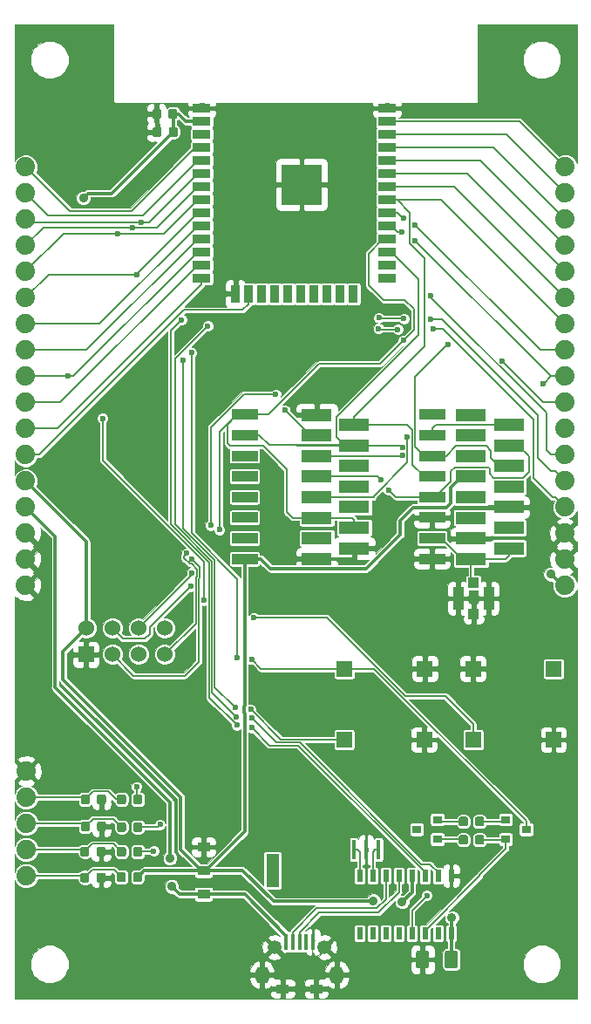
<source format=gtl>
G04 #@! TF.GenerationSoftware,KiCad,Pcbnew,5.0.0-rc3-unknown-3df2743~65~ubuntu18.04.1*
G04 #@! TF.CreationDate,2018-07-07T21:45:06+02:00*
G04 #@! TF.ProjectId,esp32-gateway,65737033322D676174657761792E6B69,rev?*
G04 #@! TF.SameCoordinates,Original*
G04 #@! TF.FileFunction,Copper,L1,Top,Signal*
G04 #@! TF.FilePolarity,Positive*
%FSLAX46Y46*%
G04 Gerber Fmt 4.6, Leading zero omitted, Abs format (unit mm)*
G04 Created by KiCad (PCBNEW 5.0.0-rc3-unknown-3df2743~65~ubuntu18.04.1) date Sat Jul  7 21:45:06 2018*
%MOMM*%
%LPD*%
G01*
G04 APERTURE LIST*
G04 #@! TA.AperFunction,ComponentPad*
%ADD10C,1.524000*%
G04 #@! TD*
G04 #@! TA.AperFunction,ComponentPad*
%ADD11R,1.524000X1.524000*%
G04 #@! TD*
G04 #@! TA.AperFunction,SMDPad,CuDef*
%ADD12R,1.500000X1.500000*%
G04 #@! TD*
G04 #@! TA.AperFunction,ComponentPad*
%ADD13C,1.879600*%
G04 #@! TD*
G04 #@! TA.AperFunction,Conductor*
%ADD14C,0.100000*%
G04 #@! TD*
G04 #@! TA.AperFunction,SMDPad,CuDef*
%ADD15C,0.875000*%
G04 #@! TD*
G04 #@! TA.AperFunction,SMDPad,CuDef*
%ADD16C,1.250000*%
G04 #@! TD*
G04 #@! TA.AperFunction,SMDPad,CuDef*
%ADD17R,1.310000X0.930000*%
G04 #@! TD*
G04 #@! TA.AperFunction,SMDPad,CuDef*
%ADD18R,1.310000X3.240000*%
G04 #@! TD*
G04 #@! TA.AperFunction,SMDPad,CuDef*
%ADD19R,1.300000X0.900000*%
G04 #@! TD*
G04 #@! TA.AperFunction,SMDPad,CuDef*
%ADD20R,0.400000X1.600000*%
G04 #@! TD*
G04 #@! TA.AperFunction,ComponentPad*
%ADD21C,1.350000*%
G04 #@! TD*
G04 #@! TA.AperFunction,ComponentPad*
%ADD22O,1.350000X1.800000*%
G04 #@! TD*
G04 #@! TA.AperFunction,SMDPad,CuDef*
%ADD23R,1.000000X1.000000*%
G04 #@! TD*
G04 #@! TA.AperFunction,SMDPad,CuDef*
%ADD24R,1.050000X2.200000*%
G04 #@! TD*
G04 #@! TA.AperFunction,SMDPad,CuDef*
%ADD25R,4.000000X4.000000*%
G04 #@! TD*
G04 #@! TA.AperFunction,SMDPad,CuDef*
%ADD26R,1.700000X0.900000*%
G04 #@! TD*
G04 #@! TA.AperFunction,SMDPad,CuDef*
%ADD27R,0.900000X1.700000*%
G04 #@! TD*
G04 #@! TA.AperFunction,SMDPad,CuDef*
%ADD28R,0.599440X1.198880*%
G04 #@! TD*
G04 #@! TA.AperFunction,SMDPad,CuDef*
%ADD29R,2.999740X1.198880*%
G04 #@! TD*
G04 #@! TA.AperFunction,SMDPad,CuDef*
%ADD30R,2.500000X1.000000*%
G04 #@! TD*
G04 #@! TA.AperFunction,SMDPad,CuDef*
%ADD31R,0.400000X1.900000*%
G04 #@! TD*
G04 #@! TA.AperFunction,SMDPad,CuDef*
%ADD32R,0.900000X0.800000*%
G04 #@! TD*
G04 #@! TA.AperFunction,ViaPad*
%ADD33C,0.600000*%
G04 #@! TD*
G04 #@! TA.AperFunction,ViaPad*
%ADD34C,0.900000*%
G04 #@! TD*
G04 #@! TA.AperFunction,Conductor*
%ADD35C,0.300000*%
G04 #@! TD*
G04 #@! TA.AperFunction,Conductor*
%ADD36C,0.150000*%
G04 #@! TD*
G04 APERTURE END LIST*
D10*
G04 #@! TO.P,U7,8*
G04 #@! TO.N,IO16*
X129770000Y-123800000D03*
G04 #@! TO.P,U7,7*
G04 #@! TO.N,IO19*
X129770000Y-126340000D03*
G04 #@! TO.P,U7,6*
G04 #@! TO.N,IO23*
X127230000Y-123800000D03*
G04 #@! TO.P,U7,5*
G04 #@! TO.N,IO18*
X127230000Y-126340000D03*
G04 #@! TO.P,U7,4*
G04 #@! TO.N,IO5*
X124690000Y-123800000D03*
G04 #@! TO.P,U7,3*
G04 #@! TO.N,CE-RST*
X124690000Y-126340000D03*
G04 #@! TO.P,U7,2*
G04 #@! TO.N,+3V3*
X122150000Y-123800000D03*
D11*
G04 #@! TO.P,U7,1*
G04 #@! TO.N,GND*
X122150000Y-126340000D03*
G04 #@! TD*
D12*
G04 #@! TO.P,SW3,2*
G04 #@! TO.N,GND*
X155000000Y-134618000D03*
G04 #@! TO.P,SW3,1*
G04 #@! TO.N,IO33*
X147200000Y-134618000D03*
G04 #@! TD*
G04 #@! TO.P,SW4,1*
G04 #@! TO.N,IO27*
X159746000Y-134618000D03*
G04 #@! TO.P,SW4,2*
G04 #@! TO.N,GND*
X167546000Y-134618000D03*
G04 #@! TD*
D13*
G04 #@! TO.P,J5,17*
G04 #@! TO.N,IO23*
X168656000Y-79024000D03*
G04 #@! TO.P,J5,16*
G04 #@! TO.N,IO22*
X168656000Y-81564000D03*
G04 #@! TO.P,J5,15*
G04 #@! TO.N,ESPTX*
X168656000Y-84104000D03*
G04 #@! TO.P,J5,14*
G04 #@! TO.N,ESPRX*
X168656000Y-86644000D03*
G04 #@! TO.P,J5,13*
G04 #@! TO.N,IO21*
X168656000Y-89184000D03*
G04 #@! TO.P,J5,12*
G04 #@! TO.N,IO20*
X168656000Y-91724000D03*
G04 #@! TO.P,J5,11*
G04 #@! TO.N,IO19*
X168656000Y-94264000D03*
G04 #@! TO.P,J5,10*
G04 #@! TO.N,IO18*
X168656000Y-96804000D03*
G04 #@! TO.P,J5,9*
G04 #@! TO.N,IO5*
X168656000Y-99344000D03*
G04 #@! TO.P,J5,8*
G04 #@! TO.N,CE-RST*
X168656000Y-101884000D03*
G04 #@! TO.P,J5,7*
G04 #@! TO.N,IO16*
X168656000Y-104424000D03*
G04 #@! TO.P,J5,6*
G04 #@! TO.N,IO4*
X168656000Y-106964000D03*
G04 #@! TO.P,J5,5*
G04 #@! TO.N,IO2*
X168656000Y-109504000D03*
G04 #@! TO.P,J5,4*
G04 #@! TO.N,IO15*
X168656000Y-112044000D03*
G04 #@! TO.P,J5,3*
G04 #@! TO.N,GND*
X168656000Y-114584000D03*
G04 #@! TO.P,J5,2*
X168656000Y-117124000D03*
G04 #@! TO.P,J5,1*
G04 #@! TO.N,+3V3*
X168656000Y-119664000D03*
G04 #@! TD*
G04 #@! TO.P,J4,1*
G04 #@! TO.N,SENSOR_VP*
X116270000Y-79030000D03*
G04 #@! TO.P,J4,2*
G04 #@! TO.N,SENSOR_VN*
X116270000Y-81570000D03*
G04 #@! TO.P,J4,3*
G04 #@! TO.N,IO34*
X116270000Y-84110000D03*
G04 #@! TO.P,J4,4*
G04 #@! TO.N,IO35*
X116270000Y-86650000D03*
G04 #@! TO.P,J4,5*
G04 #@! TO.N,IO32*
X116270000Y-89190000D03*
G04 #@! TO.P,J4,6*
G04 #@! TO.N,IO33*
X116270000Y-91730000D03*
G04 #@! TO.P,J4,7*
G04 #@! TO.N,IO25*
X116270000Y-94270000D03*
G04 #@! TO.P,J4,8*
G04 #@! TO.N,IO26*
X116270000Y-96810000D03*
G04 #@! TO.P,J4,9*
G04 #@! TO.N,IO27*
X116270000Y-99350000D03*
G04 #@! TO.P,J4,10*
G04 #@! TO.N,IO14*
X116270000Y-101890000D03*
G04 #@! TO.P,J4,11*
G04 #@! TO.N,IO12*
X116270000Y-104430000D03*
G04 #@! TO.P,J4,12*
G04 #@! TO.N,IO13*
X116270000Y-106970000D03*
G04 #@! TO.P,J4,13*
G04 #@! TO.N,+3V3*
X116270000Y-109510000D03*
G04 #@! TO.P,J4,14*
G04 #@! TO.N,+5V*
X116270000Y-112050000D03*
G04 #@! TO.P,J4,15*
G04 #@! TO.N,GND*
X116270000Y-114590000D03*
G04 #@! TO.P,J4,16*
X116270000Y-117130000D03*
G04 #@! TO.P,J4,17*
X116270000Y-119670000D03*
G04 #@! TD*
D14*
G04 #@! TO.N,Net-(D1-Pad2)*
G04 #@! TO.C,D1*
G36*
X122263166Y-147529713D02*
X122284401Y-147532863D01*
X122305225Y-147538079D01*
X122325437Y-147545311D01*
X122344843Y-147554490D01*
X122363256Y-147565526D01*
X122380499Y-147578314D01*
X122396405Y-147592730D01*
X122410821Y-147608636D01*
X122423609Y-147625879D01*
X122434645Y-147644292D01*
X122443824Y-147663698D01*
X122451056Y-147683910D01*
X122456272Y-147704734D01*
X122459422Y-147725969D01*
X122460475Y-147747410D01*
X122460475Y-148259910D01*
X122459422Y-148281351D01*
X122456272Y-148302586D01*
X122451056Y-148323410D01*
X122443824Y-148343622D01*
X122434645Y-148363028D01*
X122423609Y-148381441D01*
X122410821Y-148398684D01*
X122396405Y-148414590D01*
X122380499Y-148429006D01*
X122363256Y-148441794D01*
X122344843Y-148452830D01*
X122325437Y-148462009D01*
X122305225Y-148469241D01*
X122284401Y-148474457D01*
X122263166Y-148477607D01*
X122241725Y-148478660D01*
X121804225Y-148478660D01*
X121782784Y-148477607D01*
X121761549Y-148474457D01*
X121740725Y-148469241D01*
X121720513Y-148462009D01*
X121701107Y-148452830D01*
X121682694Y-148441794D01*
X121665451Y-148429006D01*
X121649545Y-148414590D01*
X121635129Y-148398684D01*
X121622341Y-148381441D01*
X121611305Y-148363028D01*
X121602126Y-148343622D01*
X121594894Y-148323410D01*
X121589678Y-148302586D01*
X121586528Y-148281351D01*
X121585475Y-148259910D01*
X121585475Y-147747410D01*
X121586528Y-147725969D01*
X121589678Y-147704734D01*
X121594894Y-147683910D01*
X121602126Y-147663698D01*
X121611305Y-147644292D01*
X121622341Y-147625879D01*
X121635129Y-147608636D01*
X121649545Y-147592730D01*
X121665451Y-147578314D01*
X121682694Y-147565526D01*
X121701107Y-147554490D01*
X121720513Y-147545311D01*
X121740725Y-147538079D01*
X121761549Y-147532863D01*
X121782784Y-147529713D01*
X121804225Y-147528660D01*
X122241725Y-147528660D01*
X122263166Y-147529713D01*
X122263166Y-147529713D01*
G37*
D15*
G04 #@! TD*
G04 #@! TO.P,D1,2*
G04 #@! TO.N,Net-(D1-Pad2)*
X122022975Y-148003660D03*
D14*
G04 #@! TO.N,GND*
G04 #@! TO.C,D1*
G36*
X123838166Y-147529713D02*
X123859401Y-147532863D01*
X123880225Y-147538079D01*
X123900437Y-147545311D01*
X123919843Y-147554490D01*
X123938256Y-147565526D01*
X123955499Y-147578314D01*
X123971405Y-147592730D01*
X123985821Y-147608636D01*
X123998609Y-147625879D01*
X124009645Y-147644292D01*
X124018824Y-147663698D01*
X124026056Y-147683910D01*
X124031272Y-147704734D01*
X124034422Y-147725969D01*
X124035475Y-147747410D01*
X124035475Y-148259910D01*
X124034422Y-148281351D01*
X124031272Y-148302586D01*
X124026056Y-148323410D01*
X124018824Y-148343622D01*
X124009645Y-148363028D01*
X123998609Y-148381441D01*
X123985821Y-148398684D01*
X123971405Y-148414590D01*
X123955499Y-148429006D01*
X123938256Y-148441794D01*
X123919843Y-148452830D01*
X123900437Y-148462009D01*
X123880225Y-148469241D01*
X123859401Y-148474457D01*
X123838166Y-148477607D01*
X123816725Y-148478660D01*
X123379225Y-148478660D01*
X123357784Y-148477607D01*
X123336549Y-148474457D01*
X123315725Y-148469241D01*
X123295513Y-148462009D01*
X123276107Y-148452830D01*
X123257694Y-148441794D01*
X123240451Y-148429006D01*
X123224545Y-148414590D01*
X123210129Y-148398684D01*
X123197341Y-148381441D01*
X123186305Y-148363028D01*
X123177126Y-148343622D01*
X123169894Y-148323410D01*
X123164678Y-148302586D01*
X123161528Y-148281351D01*
X123160475Y-148259910D01*
X123160475Y-147747410D01*
X123161528Y-147725969D01*
X123164678Y-147704734D01*
X123169894Y-147683910D01*
X123177126Y-147663698D01*
X123186305Y-147644292D01*
X123197341Y-147625879D01*
X123210129Y-147608636D01*
X123224545Y-147592730D01*
X123240451Y-147578314D01*
X123257694Y-147565526D01*
X123276107Y-147554490D01*
X123295513Y-147545311D01*
X123315725Y-147538079D01*
X123336549Y-147532863D01*
X123357784Y-147529713D01*
X123379225Y-147528660D01*
X123816725Y-147528660D01*
X123838166Y-147529713D01*
X123838166Y-147529713D01*
G37*
D15*
G04 #@! TD*
G04 #@! TO.P,D1,1*
G04 #@! TO.N,GND*
X123597975Y-148003660D03*
D14*
G04 #@! TO.N,GND*
G04 #@! TO.C,D2*
G36*
X123838166Y-144999713D02*
X123859401Y-145002863D01*
X123880225Y-145008079D01*
X123900437Y-145015311D01*
X123919843Y-145024490D01*
X123938256Y-145035526D01*
X123955499Y-145048314D01*
X123971405Y-145062730D01*
X123985821Y-145078636D01*
X123998609Y-145095879D01*
X124009645Y-145114292D01*
X124018824Y-145133698D01*
X124026056Y-145153910D01*
X124031272Y-145174734D01*
X124034422Y-145195969D01*
X124035475Y-145217410D01*
X124035475Y-145729910D01*
X124034422Y-145751351D01*
X124031272Y-145772586D01*
X124026056Y-145793410D01*
X124018824Y-145813622D01*
X124009645Y-145833028D01*
X123998609Y-145851441D01*
X123985821Y-145868684D01*
X123971405Y-145884590D01*
X123955499Y-145899006D01*
X123938256Y-145911794D01*
X123919843Y-145922830D01*
X123900437Y-145932009D01*
X123880225Y-145939241D01*
X123859401Y-145944457D01*
X123838166Y-145947607D01*
X123816725Y-145948660D01*
X123379225Y-145948660D01*
X123357784Y-145947607D01*
X123336549Y-145944457D01*
X123315725Y-145939241D01*
X123295513Y-145932009D01*
X123276107Y-145922830D01*
X123257694Y-145911794D01*
X123240451Y-145899006D01*
X123224545Y-145884590D01*
X123210129Y-145868684D01*
X123197341Y-145851441D01*
X123186305Y-145833028D01*
X123177126Y-145813622D01*
X123169894Y-145793410D01*
X123164678Y-145772586D01*
X123161528Y-145751351D01*
X123160475Y-145729910D01*
X123160475Y-145217410D01*
X123161528Y-145195969D01*
X123164678Y-145174734D01*
X123169894Y-145153910D01*
X123177126Y-145133698D01*
X123186305Y-145114292D01*
X123197341Y-145095879D01*
X123210129Y-145078636D01*
X123224545Y-145062730D01*
X123240451Y-145048314D01*
X123257694Y-145035526D01*
X123276107Y-145024490D01*
X123295513Y-145015311D01*
X123315725Y-145008079D01*
X123336549Y-145002863D01*
X123357784Y-144999713D01*
X123379225Y-144998660D01*
X123816725Y-144998660D01*
X123838166Y-144999713D01*
X123838166Y-144999713D01*
G37*
D15*
G04 #@! TD*
G04 #@! TO.P,D2,1*
G04 #@! TO.N,GND*
X123597975Y-145473660D03*
D14*
G04 #@! TO.N,Net-(D2-Pad2)*
G04 #@! TO.C,D2*
G36*
X122263166Y-144999713D02*
X122284401Y-145002863D01*
X122305225Y-145008079D01*
X122325437Y-145015311D01*
X122344843Y-145024490D01*
X122363256Y-145035526D01*
X122380499Y-145048314D01*
X122396405Y-145062730D01*
X122410821Y-145078636D01*
X122423609Y-145095879D01*
X122434645Y-145114292D01*
X122443824Y-145133698D01*
X122451056Y-145153910D01*
X122456272Y-145174734D01*
X122459422Y-145195969D01*
X122460475Y-145217410D01*
X122460475Y-145729910D01*
X122459422Y-145751351D01*
X122456272Y-145772586D01*
X122451056Y-145793410D01*
X122443824Y-145813622D01*
X122434645Y-145833028D01*
X122423609Y-145851441D01*
X122410821Y-145868684D01*
X122396405Y-145884590D01*
X122380499Y-145899006D01*
X122363256Y-145911794D01*
X122344843Y-145922830D01*
X122325437Y-145932009D01*
X122305225Y-145939241D01*
X122284401Y-145944457D01*
X122263166Y-145947607D01*
X122241725Y-145948660D01*
X121804225Y-145948660D01*
X121782784Y-145947607D01*
X121761549Y-145944457D01*
X121740725Y-145939241D01*
X121720513Y-145932009D01*
X121701107Y-145922830D01*
X121682694Y-145911794D01*
X121665451Y-145899006D01*
X121649545Y-145884590D01*
X121635129Y-145868684D01*
X121622341Y-145851441D01*
X121611305Y-145833028D01*
X121602126Y-145813622D01*
X121594894Y-145793410D01*
X121589678Y-145772586D01*
X121586528Y-145751351D01*
X121585475Y-145729910D01*
X121585475Y-145217410D01*
X121586528Y-145195969D01*
X121589678Y-145174734D01*
X121594894Y-145153910D01*
X121602126Y-145133698D01*
X121611305Y-145114292D01*
X121622341Y-145095879D01*
X121635129Y-145078636D01*
X121649545Y-145062730D01*
X121665451Y-145048314D01*
X121682694Y-145035526D01*
X121701107Y-145024490D01*
X121720513Y-145015311D01*
X121740725Y-145008079D01*
X121761549Y-145002863D01*
X121782784Y-144999713D01*
X121804225Y-144998660D01*
X122241725Y-144998660D01*
X122263166Y-144999713D01*
X122263166Y-144999713D01*
G37*
D15*
G04 #@! TD*
G04 #@! TO.P,D2,2*
G04 #@! TO.N,Net-(D2-Pad2)*
X122022975Y-145473660D03*
D14*
G04 #@! TO.N,Net-(D3-Pad2)*
G04 #@! TO.C,D3*
G36*
X122313166Y-142559713D02*
X122334401Y-142562863D01*
X122355225Y-142568079D01*
X122375437Y-142575311D01*
X122394843Y-142584490D01*
X122413256Y-142595526D01*
X122430499Y-142608314D01*
X122446405Y-142622730D01*
X122460821Y-142638636D01*
X122473609Y-142655879D01*
X122484645Y-142674292D01*
X122493824Y-142693698D01*
X122501056Y-142713910D01*
X122506272Y-142734734D01*
X122509422Y-142755969D01*
X122510475Y-142777410D01*
X122510475Y-143289910D01*
X122509422Y-143311351D01*
X122506272Y-143332586D01*
X122501056Y-143353410D01*
X122493824Y-143373622D01*
X122484645Y-143393028D01*
X122473609Y-143411441D01*
X122460821Y-143428684D01*
X122446405Y-143444590D01*
X122430499Y-143459006D01*
X122413256Y-143471794D01*
X122394843Y-143482830D01*
X122375437Y-143492009D01*
X122355225Y-143499241D01*
X122334401Y-143504457D01*
X122313166Y-143507607D01*
X122291725Y-143508660D01*
X121854225Y-143508660D01*
X121832784Y-143507607D01*
X121811549Y-143504457D01*
X121790725Y-143499241D01*
X121770513Y-143492009D01*
X121751107Y-143482830D01*
X121732694Y-143471794D01*
X121715451Y-143459006D01*
X121699545Y-143444590D01*
X121685129Y-143428684D01*
X121672341Y-143411441D01*
X121661305Y-143393028D01*
X121652126Y-143373622D01*
X121644894Y-143353410D01*
X121639678Y-143332586D01*
X121636528Y-143311351D01*
X121635475Y-143289910D01*
X121635475Y-142777410D01*
X121636528Y-142755969D01*
X121639678Y-142734734D01*
X121644894Y-142713910D01*
X121652126Y-142693698D01*
X121661305Y-142674292D01*
X121672341Y-142655879D01*
X121685129Y-142638636D01*
X121699545Y-142622730D01*
X121715451Y-142608314D01*
X121732694Y-142595526D01*
X121751107Y-142584490D01*
X121770513Y-142575311D01*
X121790725Y-142568079D01*
X121811549Y-142562863D01*
X121832784Y-142559713D01*
X121854225Y-142558660D01*
X122291725Y-142558660D01*
X122313166Y-142559713D01*
X122313166Y-142559713D01*
G37*
D15*
G04 #@! TD*
G04 #@! TO.P,D3,2*
G04 #@! TO.N,Net-(D3-Pad2)*
X122072975Y-143033660D03*
D14*
G04 #@! TO.N,GND*
G04 #@! TO.C,D3*
G36*
X123888166Y-142559713D02*
X123909401Y-142562863D01*
X123930225Y-142568079D01*
X123950437Y-142575311D01*
X123969843Y-142584490D01*
X123988256Y-142595526D01*
X124005499Y-142608314D01*
X124021405Y-142622730D01*
X124035821Y-142638636D01*
X124048609Y-142655879D01*
X124059645Y-142674292D01*
X124068824Y-142693698D01*
X124076056Y-142713910D01*
X124081272Y-142734734D01*
X124084422Y-142755969D01*
X124085475Y-142777410D01*
X124085475Y-143289910D01*
X124084422Y-143311351D01*
X124081272Y-143332586D01*
X124076056Y-143353410D01*
X124068824Y-143373622D01*
X124059645Y-143393028D01*
X124048609Y-143411441D01*
X124035821Y-143428684D01*
X124021405Y-143444590D01*
X124005499Y-143459006D01*
X123988256Y-143471794D01*
X123969843Y-143482830D01*
X123950437Y-143492009D01*
X123930225Y-143499241D01*
X123909401Y-143504457D01*
X123888166Y-143507607D01*
X123866725Y-143508660D01*
X123429225Y-143508660D01*
X123407784Y-143507607D01*
X123386549Y-143504457D01*
X123365725Y-143499241D01*
X123345513Y-143492009D01*
X123326107Y-143482830D01*
X123307694Y-143471794D01*
X123290451Y-143459006D01*
X123274545Y-143444590D01*
X123260129Y-143428684D01*
X123247341Y-143411441D01*
X123236305Y-143393028D01*
X123227126Y-143373622D01*
X123219894Y-143353410D01*
X123214678Y-143332586D01*
X123211528Y-143311351D01*
X123210475Y-143289910D01*
X123210475Y-142777410D01*
X123211528Y-142755969D01*
X123214678Y-142734734D01*
X123219894Y-142713910D01*
X123227126Y-142693698D01*
X123236305Y-142674292D01*
X123247341Y-142655879D01*
X123260129Y-142638636D01*
X123274545Y-142622730D01*
X123290451Y-142608314D01*
X123307694Y-142595526D01*
X123326107Y-142584490D01*
X123345513Y-142575311D01*
X123365725Y-142568079D01*
X123386549Y-142562863D01*
X123407784Y-142559713D01*
X123429225Y-142558660D01*
X123866725Y-142558660D01*
X123888166Y-142559713D01*
X123888166Y-142559713D01*
G37*
D15*
G04 #@! TD*
G04 #@! TO.P,D3,1*
G04 #@! TO.N,GND*
X123647975Y-143033660D03*
D14*
G04 #@! TO.N,GND*
G04 #@! TO.C,D4*
G36*
X123878166Y-139929713D02*
X123899401Y-139932863D01*
X123920225Y-139938079D01*
X123940437Y-139945311D01*
X123959843Y-139954490D01*
X123978256Y-139965526D01*
X123995499Y-139978314D01*
X124011405Y-139992730D01*
X124025821Y-140008636D01*
X124038609Y-140025879D01*
X124049645Y-140044292D01*
X124058824Y-140063698D01*
X124066056Y-140083910D01*
X124071272Y-140104734D01*
X124074422Y-140125969D01*
X124075475Y-140147410D01*
X124075475Y-140659910D01*
X124074422Y-140681351D01*
X124071272Y-140702586D01*
X124066056Y-140723410D01*
X124058824Y-140743622D01*
X124049645Y-140763028D01*
X124038609Y-140781441D01*
X124025821Y-140798684D01*
X124011405Y-140814590D01*
X123995499Y-140829006D01*
X123978256Y-140841794D01*
X123959843Y-140852830D01*
X123940437Y-140862009D01*
X123920225Y-140869241D01*
X123899401Y-140874457D01*
X123878166Y-140877607D01*
X123856725Y-140878660D01*
X123419225Y-140878660D01*
X123397784Y-140877607D01*
X123376549Y-140874457D01*
X123355725Y-140869241D01*
X123335513Y-140862009D01*
X123316107Y-140852830D01*
X123297694Y-140841794D01*
X123280451Y-140829006D01*
X123264545Y-140814590D01*
X123250129Y-140798684D01*
X123237341Y-140781441D01*
X123226305Y-140763028D01*
X123217126Y-140743622D01*
X123209894Y-140723410D01*
X123204678Y-140702586D01*
X123201528Y-140681351D01*
X123200475Y-140659910D01*
X123200475Y-140147410D01*
X123201528Y-140125969D01*
X123204678Y-140104734D01*
X123209894Y-140083910D01*
X123217126Y-140063698D01*
X123226305Y-140044292D01*
X123237341Y-140025879D01*
X123250129Y-140008636D01*
X123264545Y-139992730D01*
X123280451Y-139978314D01*
X123297694Y-139965526D01*
X123316107Y-139954490D01*
X123335513Y-139945311D01*
X123355725Y-139938079D01*
X123376549Y-139932863D01*
X123397784Y-139929713D01*
X123419225Y-139928660D01*
X123856725Y-139928660D01*
X123878166Y-139929713D01*
X123878166Y-139929713D01*
G37*
D15*
G04 #@! TD*
G04 #@! TO.P,D4,1*
G04 #@! TO.N,GND*
X123637975Y-140403660D03*
D14*
G04 #@! TO.N,Net-(D4-Pad2)*
G04 #@! TO.C,D4*
G36*
X122303166Y-139929713D02*
X122324401Y-139932863D01*
X122345225Y-139938079D01*
X122365437Y-139945311D01*
X122384843Y-139954490D01*
X122403256Y-139965526D01*
X122420499Y-139978314D01*
X122436405Y-139992730D01*
X122450821Y-140008636D01*
X122463609Y-140025879D01*
X122474645Y-140044292D01*
X122483824Y-140063698D01*
X122491056Y-140083910D01*
X122496272Y-140104734D01*
X122499422Y-140125969D01*
X122500475Y-140147410D01*
X122500475Y-140659910D01*
X122499422Y-140681351D01*
X122496272Y-140702586D01*
X122491056Y-140723410D01*
X122483824Y-140743622D01*
X122474645Y-140763028D01*
X122463609Y-140781441D01*
X122450821Y-140798684D01*
X122436405Y-140814590D01*
X122420499Y-140829006D01*
X122403256Y-140841794D01*
X122384843Y-140852830D01*
X122365437Y-140862009D01*
X122345225Y-140869241D01*
X122324401Y-140874457D01*
X122303166Y-140877607D01*
X122281725Y-140878660D01*
X121844225Y-140878660D01*
X121822784Y-140877607D01*
X121801549Y-140874457D01*
X121780725Y-140869241D01*
X121760513Y-140862009D01*
X121741107Y-140852830D01*
X121722694Y-140841794D01*
X121705451Y-140829006D01*
X121689545Y-140814590D01*
X121675129Y-140798684D01*
X121662341Y-140781441D01*
X121651305Y-140763028D01*
X121642126Y-140743622D01*
X121634894Y-140723410D01*
X121629678Y-140702586D01*
X121626528Y-140681351D01*
X121625475Y-140659910D01*
X121625475Y-140147410D01*
X121626528Y-140125969D01*
X121629678Y-140104734D01*
X121634894Y-140083910D01*
X121642126Y-140063698D01*
X121651305Y-140044292D01*
X121662341Y-140025879D01*
X121675129Y-140008636D01*
X121689545Y-139992730D01*
X121705451Y-139978314D01*
X121722694Y-139965526D01*
X121741107Y-139954490D01*
X121760513Y-139945311D01*
X121780725Y-139938079D01*
X121801549Y-139932863D01*
X121822784Y-139929713D01*
X121844225Y-139928660D01*
X122281725Y-139928660D01*
X122303166Y-139929713D01*
X122303166Y-139929713D01*
G37*
D15*
G04 #@! TD*
G04 #@! TO.P,D4,2*
G04 #@! TO.N,Net-(D4-Pad2)*
X122062975Y-140403660D03*
D14*
G04 #@! TO.N,+3V3*
G04 #@! TO.C,R3*
G36*
X127378166Y-147489713D02*
X127399401Y-147492863D01*
X127420225Y-147498079D01*
X127440437Y-147505311D01*
X127459843Y-147514490D01*
X127478256Y-147525526D01*
X127495499Y-147538314D01*
X127511405Y-147552730D01*
X127525821Y-147568636D01*
X127538609Y-147585879D01*
X127549645Y-147604292D01*
X127558824Y-147623698D01*
X127566056Y-147643910D01*
X127571272Y-147664734D01*
X127574422Y-147685969D01*
X127575475Y-147707410D01*
X127575475Y-148219910D01*
X127574422Y-148241351D01*
X127571272Y-148262586D01*
X127566056Y-148283410D01*
X127558824Y-148303622D01*
X127549645Y-148323028D01*
X127538609Y-148341441D01*
X127525821Y-148358684D01*
X127511405Y-148374590D01*
X127495499Y-148389006D01*
X127478256Y-148401794D01*
X127459843Y-148412830D01*
X127440437Y-148422009D01*
X127420225Y-148429241D01*
X127399401Y-148434457D01*
X127378166Y-148437607D01*
X127356725Y-148438660D01*
X126919225Y-148438660D01*
X126897784Y-148437607D01*
X126876549Y-148434457D01*
X126855725Y-148429241D01*
X126835513Y-148422009D01*
X126816107Y-148412830D01*
X126797694Y-148401794D01*
X126780451Y-148389006D01*
X126764545Y-148374590D01*
X126750129Y-148358684D01*
X126737341Y-148341441D01*
X126726305Y-148323028D01*
X126717126Y-148303622D01*
X126709894Y-148283410D01*
X126704678Y-148262586D01*
X126701528Y-148241351D01*
X126700475Y-148219910D01*
X126700475Y-147707410D01*
X126701528Y-147685969D01*
X126704678Y-147664734D01*
X126709894Y-147643910D01*
X126717126Y-147623698D01*
X126726305Y-147604292D01*
X126737341Y-147585879D01*
X126750129Y-147568636D01*
X126764545Y-147552730D01*
X126780451Y-147538314D01*
X126797694Y-147525526D01*
X126816107Y-147514490D01*
X126835513Y-147505311D01*
X126855725Y-147498079D01*
X126876549Y-147492863D01*
X126897784Y-147489713D01*
X126919225Y-147488660D01*
X127356725Y-147488660D01*
X127378166Y-147489713D01*
X127378166Y-147489713D01*
G37*
D15*
G04 #@! TD*
G04 #@! TO.P,R3,2*
G04 #@! TO.N,+3V3*
X127137975Y-147963660D03*
D14*
G04 #@! TO.N,Net-(D1-Pad2)*
G04 #@! TO.C,R3*
G36*
X125803166Y-147489713D02*
X125824401Y-147492863D01*
X125845225Y-147498079D01*
X125865437Y-147505311D01*
X125884843Y-147514490D01*
X125903256Y-147525526D01*
X125920499Y-147538314D01*
X125936405Y-147552730D01*
X125950821Y-147568636D01*
X125963609Y-147585879D01*
X125974645Y-147604292D01*
X125983824Y-147623698D01*
X125991056Y-147643910D01*
X125996272Y-147664734D01*
X125999422Y-147685969D01*
X126000475Y-147707410D01*
X126000475Y-148219910D01*
X125999422Y-148241351D01*
X125996272Y-148262586D01*
X125991056Y-148283410D01*
X125983824Y-148303622D01*
X125974645Y-148323028D01*
X125963609Y-148341441D01*
X125950821Y-148358684D01*
X125936405Y-148374590D01*
X125920499Y-148389006D01*
X125903256Y-148401794D01*
X125884843Y-148412830D01*
X125865437Y-148422009D01*
X125845225Y-148429241D01*
X125824401Y-148434457D01*
X125803166Y-148437607D01*
X125781725Y-148438660D01*
X125344225Y-148438660D01*
X125322784Y-148437607D01*
X125301549Y-148434457D01*
X125280725Y-148429241D01*
X125260513Y-148422009D01*
X125241107Y-148412830D01*
X125222694Y-148401794D01*
X125205451Y-148389006D01*
X125189545Y-148374590D01*
X125175129Y-148358684D01*
X125162341Y-148341441D01*
X125151305Y-148323028D01*
X125142126Y-148303622D01*
X125134894Y-148283410D01*
X125129678Y-148262586D01*
X125126528Y-148241351D01*
X125125475Y-148219910D01*
X125125475Y-147707410D01*
X125126528Y-147685969D01*
X125129678Y-147664734D01*
X125134894Y-147643910D01*
X125142126Y-147623698D01*
X125151305Y-147604292D01*
X125162341Y-147585879D01*
X125175129Y-147568636D01*
X125189545Y-147552730D01*
X125205451Y-147538314D01*
X125222694Y-147525526D01*
X125241107Y-147514490D01*
X125260513Y-147505311D01*
X125280725Y-147498079D01*
X125301549Y-147492863D01*
X125322784Y-147489713D01*
X125344225Y-147488660D01*
X125781725Y-147488660D01*
X125803166Y-147489713D01*
X125803166Y-147489713D01*
G37*
D15*
G04 #@! TD*
G04 #@! TO.P,R3,1*
G04 #@! TO.N,Net-(D1-Pad2)*
X125562975Y-147963660D03*
D14*
G04 #@! TO.N,Net-(D2-Pad2)*
G04 #@! TO.C,R4*
G36*
X125823166Y-145029713D02*
X125844401Y-145032863D01*
X125865225Y-145038079D01*
X125885437Y-145045311D01*
X125904843Y-145054490D01*
X125923256Y-145065526D01*
X125940499Y-145078314D01*
X125956405Y-145092730D01*
X125970821Y-145108636D01*
X125983609Y-145125879D01*
X125994645Y-145144292D01*
X126003824Y-145163698D01*
X126011056Y-145183910D01*
X126016272Y-145204734D01*
X126019422Y-145225969D01*
X126020475Y-145247410D01*
X126020475Y-145759910D01*
X126019422Y-145781351D01*
X126016272Y-145802586D01*
X126011056Y-145823410D01*
X126003824Y-145843622D01*
X125994645Y-145863028D01*
X125983609Y-145881441D01*
X125970821Y-145898684D01*
X125956405Y-145914590D01*
X125940499Y-145929006D01*
X125923256Y-145941794D01*
X125904843Y-145952830D01*
X125885437Y-145962009D01*
X125865225Y-145969241D01*
X125844401Y-145974457D01*
X125823166Y-145977607D01*
X125801725Y-145978660D01*
X125364225Y-145978660D01*
X125342784Y-145977607D01*
X125321549Y-145974457D01*
X125300725Y-145969241D01*
X125280513Y-145962009D01*
X125261107Y-145952830D01*
X125242694Y-145941794D01*
X125225451Y-145929006D01*
X125209545Y-145914590D01*
X125195129Y-145898684D01*
X125182341Y-145881441D01*
X125171305Y-145863028D01*
X125162126Y-145843622D01*
X125154894Y-145823410D01*
X125149678Y-145802586D01*
X125146528Y-145781351D01*
X125145475Y-145759910D01*
X125145475Y-145247410D01*
X125146528Y-145225969D01*
X125149678Y-145204734D01*
X125154894Y-145183910D01*
X125162126Y-145163698D01*
X125171305Y-145144292D01*
X125182341Y-145125879D01*
X125195129Y-145108636D01*
X125209545Y-145092730D01*
X125225451Y-145078314D01*
X125242694Y-145065526D01*
X125261107Y-145054490D01*
X125280513Y-145045311D01*
X125300725Y-145038079D01*
X125321549Y-145032863D01*
X125342784Y-145029713D01*
X125364225Y-145028660D01*
X125801725Y-145028660D01*
X125823166Y-145029713D01*
X125823166Y-145029713D01*
G37*
D15*
G04 #@! TD*
G04 #@! TO.P,R4,1*
G04 #@! TO.N,Net-(D2-Pad2)*
X125582975Y-145503660D03*
D14*
G04 #@! TO.N,IO34*
G04 #@! TO.C,R4*
G36*
X127398166Y-145029713D02*
X127419401Y-145032863D01*
X127440225Y-145038079D01*
X127460437Y-145045311D01*
X127479843Y-145054490D01*
X127498256Y-145065526D01*
X127515499Y-145078314D01*
X127531405Y-145092730D01*
X127545821Y-145108636D01*
X127558609Y-145125879D01*
X127569645Y-145144292D01*
X127578824Y-145163698D01*
X127586056Y-145183910D01*
X127591272Y-145204734D01*
X127594422Y-145225969D01*
X127595475Y-145247410D01*
X127595475Y-145759910D01*
X127594422Y-145781351D01*
X127591272Y-145802586D01*
X127586056Y-145823410D01*
X127578824Y-145843622D01*
X127569645Y-145863028D01*
X127558609Y-145881441D01*
X127545821Y-145898684D01*
X127531405Y-145914590D01*
X127515499Y-145929006D01*
X127498256Y-145941794D01*
X127479843Y-145952830D01*
X127460437Y-145962009D01*
X127440225Y-145969241D01*
X127419401Y-145974457D01*
X127398166Y-145977607D01*
X127376725Y-145978660D01*
X126939225Y-145978660D01*
X126917784Y-145977607D01*
X126896549Y-145974457D01*
X126875725Y-145969241D01*
X126855513Y-145962009D01*
X126836107Y-145952830D01*
X126817694Y-145941794D01*
X126800451Y-145929006D01*
X126784545Y-145914590D01*
X126770129Y-145898684D01*
X126757341Y-145881441D01*
X126746305Y-145863028D01*
X126737126Y-145843622D01*
X126729894Y-145823410D01*
X126724678Y-145802586D01*
X126721528Y-145781351D01*
X126720475Y-145759910D01*
X126720475Y-145247410D01*
X126721528Y-145225969D01*
X126724678Y-145204734D01*
X126729894Y-145183910D01*
X126737126Y-145163698D01*
X126746305Y-145144292D01*
X126757341Y-145125879D01*
X126770129Y-145108636D01*
X126784545Y-145092730D01*
X126800451Y-145078314D01*
X126817694Y-145065526D01*
X126836107Y-145054490D01*
X126855513Y-145045311D01*
X126875725Y-145038079D01*
X126896549Y-145032863D01*
X126917784Y-145029713D01*
X126939225Y-145028660D01*
X127376725Y-145028660D01*
X127398166Y-145029713D01*
X127398166Y-145029713D01*
G37*
D15*
G04 #@! TD*
G04 #@! TO.P,R4,2*
G04 #@! TO.N,IO34*
X127157975Y-145503660D03*
D14*
G04 #@! TO.N,IO35*
G04 #@! TO.C,R5*
G36*
X127398166Y-142629713D02*
X127419401Y-142632863D01*
X127440225Y-142638079D01*
X127460437Y-142645311D01*
X127479843Y-142654490D01*
X127498256Y-142665526D01*
X127515499Y-142678314D01*
X127531405Y-142692730D01*
X127545821Y-142708636D01*
X127558609Y-142725879D01*
X127569645Y-142744292D01*
X127578824Y-142763698D01*
X127586056Y-142783910D01*
X127591272Y-142804734D01*
X127594422Y-142825969D01*
X127595475Y-142847410D01*
X127595475Y-143359910D01*
X127594422Y-143381351D01*
X127591272Y-143402586D01*
X127586056Y-143423410D01*
X127578824Y-143443622D01*
X127569645Y-143463028D01*
X127558609Y-143481441D01*
X127545821Y-143498684D01*
X127531405Y-143514590D01*
X127515499Y-143529006D01*
X127498256Y-143541794D01*
X127479843Y-143552830D01*
X127460437Y-143562009D01*
X127440225Y-143569241D01*
X127419401Y-143574457D01*
X127398166Y-143577607D01*
X127376725Y-143578660D01*
X126939225Y-143578660D01*
X126917784Y-143577607D01*
X126896549Y-143574457D01*
X126875725Y-143569241D01*
X126855513Y-143562009D01*
X126836107Y-143552830D01*
X126817694Y-143541794D01*
X126800451Y-143529006D01*
X126784545Y-143514590D01*
X126770129Y-143498684D01*
X126757341Y-143481441D01*
X126746305Y-143463028D01*
X126737126Y-143443622D01*
X126729894Y-143423410D01*
X126724678Y-143402586D01*
X126721528Y-143381351D01*
X126720475Y-143359910D01*
X126720475Y-142847410D01*
X126721528Y-142825969D01*
X126724678Y-142804734D01*
X126729894Y-142783910D01*
X126737126Y-142763698D01*
X126746305Y-142744292D01*
X126757341Y-142725879D01*
X126770129Y-142708636D01*
X126784545Y-142692730D01*
X126800451Y-142678314D01*
X126817694Y-142665526D01*
X126836107Y-142654490D01*
X126855513Y-142645311D01*
X126875725Y-142638079D01*
X126896549Y-142632863D01*
X126917784Y-142629713D01*
X126939225Y-142628660D01*
X127376725Y-142628660D01*
X127398166Y-142629713D01*
X127398166Y-142629713D01*
G37*
D15*
G04 #@! TD*
G04 #@! TO.P,R5,2*
G04 #@! TO.N,IO35*
X127157975Y-143103660D03*
D14*
G04 #@! TO.N,Net-(D3-Pad2)*
G04 #@! TO.C,R5*
G36*
X125823166Y-142629713D02*
X125844401Y-142632863D01*
X125865225Y-142638079D01*
X125885437Y-142645311D01*
X125904843Y-142654490D01*
X125923256Y-142665526D01*
X125940499Y-142678314D01*
X125956405Y-142692730D01*
X125970821Y-142708636D01*
X125983609Y-142725879D01*
X125994645Y-142744292D01*
X126003824Y-142763698D01*
X126011056Y-142783910D01*
X126016272Y-142804734D01*
X126019422Y-142825969D01*
X126020475Y-142847410D01*
X126020475Y-143359910D01*
X126019422Y-143381351D01*
X126016272Y-143402586D01*
X126011056Y-143423410D01*
X126003824Y-143443622D01*
X125994645Y-143463028D01*
X125983609Y-143481441D01*
X125970821Y-143498684D01*
X125956405Y-143514590D01*
X125940499Y-143529006D01*
X125923256Y-143541794D01*
X125904843Y-143552830D01*
X125885437Y-143562009D01*
X125865225Y-143569241D01*
X125844401Y-143574457D01*
X125823166Y-143577607D01*
X125801725Y-143578660D01*
X125364225Y-143578660D01*
X125342784Y-143577607D01*
X125321549Y-143574457D01*
X125300725Y-143569241D01*
X125280513Y-143562009D01*
X125261107Y-143552830D01*
X125242694Y-143541794D01*
X125225451Y-143529006D01*
X125209545Y-143514590D01*
X125195129Y-143498684D01*
X125182341Y-143481441D01*
X125171305Y-143463028D01*
X125162126Y-143443622D01*
X125154894Y-143423410D01*
X125149678Y-143402586D01*
X125146528Y-143381351D01*
X125145475Y-143359910D01*
X125145475Y-142847410D01*
X125146528Y-142825969D01*
X125149678Y-142804734D01*
X125154894Y-142783910D01*
X125162126Y-142763698D01*
X125171305Y-142744292D01*
X125182341Y-142725879D01*
X125195129Y-142708636D01*
X125209545Y-142692730D01*
X125225451Y-142678314D01*
X125242694Y-142665526D01*
X125261107Y-142654490D01*
X125280513Y-142645311D01*
X125300725Y-142638079D01*
X125321549Y-142632863D01*
X125342784Y-142629713D01*
X125364225Y-142628660D01*
X125801725Y-142628660D01*
X125823166Y-142629713D01*
X125823166Y-142629713D01*
G37*
D15*
G04 #@! TD*
G04 #@! TO.P,R5,1*
G04 #@! TO.N,Net-(D3-Pad2)*
X125582975Y-143103660D03*
D14*
G04 #@! TO.N,Net-(D4-Pad2)*
G04 #@! TO.C,R6*
G36*
X125823166Y-139929713D02*
X125844401Y-139932863D01*
X125865225Y-139938079D01*
X125885437Y-139945311D01*
X125904843Y-139954490D01*
X125923256Y-139965526D01*
X125940499Y-139978314D01*
X125956405Y-139992730D01*
X125970821Y-140008636D01*
X125983609Y-140025879D01*
X125994645Y-140044292D01*
X126003824Y-140063698D01*
X126011056Y-140083910D01*
X126016272Y-140104734D01*
X126019422Y-140125969D01*
X126020475Y-140147410D01*
X126020475Y-140659910D01*
X126019422Y-140681351D01*
X126016272Y-140702586D01*
X126011056Y-140723410D01*
X126003824Y-140743622D01*
X125994645Y-140763028D01*
X125983609Y-140781441D01*
X125970821Y-140798684D01*
X125956405Y-140814590D01*
X125940499Y-140829006D01*
X125923256Y-140841794D01*
X125904843Y-140852830D01*
X125885437Y-140862009D01*
X125865225Y-140869241D01*
X125844401Y-140874457D01*
X125823166Y-140877607D01*
X125801725Y-140878660D01*
X125364225Y-140878660D01*
X125342784Y-140877607D01*
X125321549Y-140874457D01*
X125300725Y-140869241D01*
X125280513Y-140862009D01*
X125261107Y-140852830D01*
X125242694Y-140841794D01*
X125225451Y-140829006D01*
X125209545Y-140814590D01*
X125195129Y-140798684D01*
X125182341Y-140781441D01*
X125171305Y-140763028D01*
X125162126Y-140743622D01*
X125154894Y-140723410D01*
X125149678Y-140702586D01*
X125146528Y-140681351D01*
X125145475Y-140659910D01*
X125145475Y-140147410D01*
X125146528Y-140125969D01*
X125149678Y-140104734D01*
X125154894Y-140083910D01*
X125162126Y-140063698D01*
X125171305Y-140044292D01*
X125182341Y-140025879D01*
X125195129Y-140008636D01*
X125209545Y-139992730D01*
X125225451Y-139978314D01*
X125242694Y-139965526D01*
X125261107Y-139954490D01*
X125280513Y-139945311D01*
X125300725Y-139938079D01*
X125321549Y-139932863D01*
X125342784Y-139929713D01*
X125364225Y-139928660D01*
X125801725Y-139928660D01*
X125823166Y-139929713D01*
X125823166Y-139929713D01*
G37*
D15*
G04 #@! TD*
G04 #@! TO.P,R6,1*
G04 #@! TO.N,Net-(D4-Pad2)*
X125582975Y-140403660D03*
D14*
G04 #@! TO.N,IO32*
G04 #@! TO.C,R6*
G36*
X127398166Y-139929713D02*
X127419401Y-139932863D01*
X127440225Y-139938079D01*
X127460437Y-139945311D01*
X127479843Y-139954490D01*
X127498256Y-139965526D01*
X127515499Y-139978314D01*
X127531405Y-139992730D01*
X127545821Y-140008636D01*
X127558609Y-140025879D01*
X127569645Y-140044292D01*
X127578824Y-140063698D01*
X127586056Y-140083910D01*
X127591272Y-140104734D01*
X127594422Y-140125969D01*
X127595475Y-140147410D01*
X127595475Y-140659910D01*
X127594422Y-140681351D01*
X127591272Y-140702586D01*
X127586056Y-140723410D01*
X127578824Y-140743622D01*
X127569645Y-140763028D01*
X127558609Y-140781441D01*
X127545821Y-140798684D01*
X127531405Y-140814590D01*
X127515499Y-140829006D01*
X127498256Y-140841794D01*
X127479843Y-140852830D01*
X127460437Y-140862009D01*
X127440225Y-140869241D01*
X127419401Y-140874457D01*
X127398166Y-140877607D01*
X127376725Y-140878660D01*
X126939225Y-140878660D01*
X126917784Y-140877607D01*
X126896549Y-140874457D01*
X126875725Y-140869241D01*
X126855513Y-140862009D01*
X126836107Y-140852830D01*
X126817694Y-140841794D01*
X126800451Y-140829006D01*
X126784545Y-140814590D01*
X126770129Y-140798684D01*
X126757341Y-140781441D01*
X126746305Y-140763028D01*
X126737126Y-140743622D01*
X126729894Y-140723410D01*
X126724678Y-140702586D01*
X126721528Y-140681351D01*
X126720475Y-140659910D01*
X126720475Y-140147410D01*
X126721528Y-140125969D01*
X126724678Y-140104734D01*
X126729894Y-140083910D01*
X126737126Y-140063698D01*
X126746305Y-140044292D01*
X126757341Y-140025879D01*
X126770129Y-140008636D01*
X126784545Y-139992730D01*
X126800451Y-139978314D01*
X126817694Y-139965526D01*
X126836107Y-139954490D01*
X126855513Y-139945311D01*
X126875725Y-139938079D01*
X126896549Y-139932863D01*
X126917784Y-139929713D01*
X126939225Y-139928660D01*
X127376725Y-139928660D01*
X127398166Y-139929713D01*
X127398166Y-139929713D01*
G37*
D15*
G04 #@! TD*
G04 #@! TO.P,R6,2*
G04 #@! TO.N,IO32*
X127157975Y-140403660D03*
D13*
G04 #@! TO.P,J3,1*
G04 #@! TO.N,Net-(D1-Pad2)*
X116332000Y-147828000D03*
G04 #@! TO.P,J3,2*
G04 #@! TO.N,Net-(D2-Pad2)*
X116332000Y-145288000D03*
G04 #@! TO.P,J3,3*
G04 #@! TO.N,Net-(D3-Pad2)*
X116332000Y-142748000D03*
G04 #@! TO.P,J3,4*
G04 #@! TO.N,Net-(D4-Pad2)*
X116332000Y-140208000D03*
G04 #@! TO.P,J3,5*
G04 #@! TO.N,GND*
X116332000Y-137668000D03*
G04 #@! TD*
D14*
G04 #@! TO.N,+3V3*
G04 #@! TO.C,C4*
G36*
X158009504Y-155082204D02*
X158033773Y-155085804D01*
X158057571Y-155091765D01*
X158080671Y-155100030D01*
X158102849Y-155110520D01*
X158123893Y-155123133D01*
X158143598Y-155137747D01*
X158161777Y-155154223D01*
X158178253Y-155172402D01*
X158192867Y-155192107D01*
X158205480Y-155213151D01*
X158215970Y-155235329D01*
X158224235Y-155258429D01*
X158230196Y-155282227D01*
X158233796Y-155306496D01*
X158235000Y-155331000D01*
X158235000Y-156581000D01*
X158233796Y-156605504D01*
X158230196Y-156629773D01*
X158224235Y-156653571D01*
X158215970Y-156676671D01*
X158205480Y-156698849D01*
X158192867Y-156719893D01*
X158178253Y-156739598D01*
X158161777Y-156757777D01*
X158143598Y-156774253D01*
X158123893Y-156788867D01*
X158102849Y-156801480D01*
X158080671Y-156811970D01*
X158057571Y-156820235D01*
X158033773Y-156826196D01*
X158009504Y-156829796D01*
X157985000Y-156831000D01*
X157235000Y-156831000D01*
X157210496Y-156829796D01*
X157186227Y-156826196D01*
X157162429Y-156820235D01*
X157139329Y-156811970D01*
X157117151Y-156801480D01*
X157096107Y-156788867D01*
X157076402Y-156774253D01*
X157058223Y-156757777D01*
X157041747Y-156739598D01*
X157027133Y-156719893D01*
X157014520Y-156698849D01*
X157004030Y-156676671D01*
X156995765Y-156653571D01*
X156989804Y-156629773D01*
X156986204Y-156605504D01*
X156985000Y-156581000D01*
X156985000Y-155331000D01*
X156986204Y-155306496D01*
X156989804Y-155282227D01*
X156995765Y-155258429D01*
X157004030Y-155235329D01*
X157014520Y-155213151D01*
X157027133Y-155192107D01*
X157041747Y-155172402D01*
X157058223Y-155154223D01*
X157076402Y-155137747D01*
X157096107Y-155123133D01*
X157117151Y-155110520D01*
X157139329Y-155100030D01*
X157162429Y-155091765D01*
X157186227Y-155085804D01*
X157210496Y-155082204D01*
X157235000Y-155081000D01*
X157985000Y-155081000D01*
X158009504Y-155082204D01*
X158009504Y-155082204D01*
G37*
D16*
G04 #@! TD*
G04 #@! TO.P,C4,1*
G04 #@! TO.N,+3V3*
X157610000Y-155956000D03*
D14*
G04 #@! TO.N,GND*
G04 #@! TO.C,C4*
G36*
X155209504Y-155082204D02*
X155233773Y-155085804D01*
X155257571Y-155091765D01*
X155280671Y-155100030D01*
X155302849Y-155110520D01*
X155323893Y-155123133D01*
X155343598Y-155137747D01*
X155361777Y-155154223D01*
X155378253Y-155172402D01*
X155392867Y-155192107D01*
X155405480Y-155213151D01*
X155415970Y-155235329D01*
X155424235Y-155258429D01*
X155430196Y-155282227D01*
X155433796Y-155306496D01*
X155435000Y-155331000D01*
X155435000Y-156581000D01*
X155433796Y-156605504D01*
X155430196Y-156629773D01*
X155424235Y-156653571D01*
X155415970Y-156676671D01*
X155405480Y-156698849D01*
X155392867Y-156719893D01*
X155378253Y-156739598D01*
X155361777Y-156757777D01*
X155343598Y-156774253D01*
X155323893Y-156788867D01*
X155302849Y-156801480D01*
X155280671Y-156811970D01*
X155257571Y-156820235D01*
X155233773Y-156826196D01*
X155209504Y-156829796D01*
X155185000Y-156831000D01*
X154435000Y-156831000D01*
X154410496Y-156829796D01*
X154386227Y-156826196D01*
X154362429Y-156820235D01*
X154339329Y-156811970D01*
X154317151Y-156801480D01*
X154296107Y-156788867D01*
X154276402Y-156774253D01*
X154258223Y-156757777D01*
X154241747Y-156739598D01*
X154227133Y-156719893D01*
X154214520Y-156698849D01*
X154204030Y-156676671D01*
X154195765Y-156653571D01*
X154189804Y-156629773D01*
X154186204Y-156605504D01*
X154185000Y-156581000D01*
X154185000Y-155331000D01*
X154186204Y-155306496D01*
X154189804Y-155282227D01*
X154195765Y-155258429D01*
X154204030Y-155235329D01*
X154214520Y-155213151D01*
X154227133Y-155192107D01*
X154241747Y-155172402D01*
X154258223Y-155154223D01*
X154276402Y-155137747D01*
X154296107Y-155123133D01*
X154317151Y-155110520D01*
X154339329Y-155100030D01*
X154362429Y-155091765D01*
X154386227Y-155085804D01*
X154410496Y-155082204D01*
X154435000Y-155081000D01*
X155185000Y-155081000D01*
X155209504Y-155082204D01*
X155209504Y-155082204D01*
G37*
D16*
G04 #@! TD*
G04 #@! TO.P,C4,2*
G04 #@! TO.N,GND*
X154810000Y-155956000D03*
D17*
G04 #@! TO.P,U2,1*
G04 #@! TO.N,GND*
X133561000Y-145030000D03*
G04 #@! TO.P,U2,2*
G04 #@! TO.N,+3V3*
X133561000Y-147320000D03*
G04 #@! TO.P,U2,3*
G04 #@! TO.N,+5V*
X133561000Y-149610000D03*
D18*
G04 #@! TO.P,U2,4*
G04 #@! TO.N,N/C*
X140251000Y-147320000D03*
G04 #@! TD*
D14*
G04 #@! TO.N,GND*
G04 #@! TO.C,C1*
G36*
X129272691Y-75146053D02*
X129293926Y-75149203D01*
X129314750Y-75154419D01*
X129334962Y-75161651D01*
X129354368Y-75170830D01*
X129372781Y-75181866D01*
X129390024Y-75194654D01*
X129405930Y-75209070D01*
X129420346Y-75224976D01*
X129433134Y-75242219D01*
X129444170Y-75260632D01*
X129453349Y-75280038D01*
X129460581Y-75300250D01*
X129465797Y-75321074D01*
X129468947Y-75342309D01*
X129470000Y-75363750D01*
X129470000Y-75876250D01*
X129468947Y-75897691D01*
X129465797Y-75918926D01*
X129460581Y-75939750D01*
X129453349Y-75959962D01*
X129444170Y-75979368D01*
X129433134Y-75997781D01*
X129420346Y-76015024D01*
X129405930Y-76030930D01*
X129390024Y-76045346D01*
X129372781Y-76058134D01*
X129354368Y-76069170D01*
X129334962Y-76078349D01*
X129314750Y-76085581D01*
X129293926Y-76090797D01*
X129272691Y-76093947D01*
X129251250Y-76095000D01*
X128813750Y-76095000D01*
X128792309Y-76093947D01*
X128771074Y-76090797D01*
X128750250Y-76085581D01*
X128730038Y-76078349D01*
X128710632Y-76069170D01*
X128692219Y-76058134D01*
X128674976Y-76045346D01*
X128659070Y-76030930D01*
X128644654Y-76015024D01*
X128631866Y-75997781D01*
X128620830Y-75979368D01*
X128611651Y-75959962D01*
X128604419Y-75939750D01*
X128599203Y-75918926D01*
X128596053Y-75897691D01*
X128595000Y-75876250D01*
X128595000Y-75363750D01*
X128596053Y-75342309D01*
X128599203Y-75321074D01*
X128604419Y-75300250D01*
X128611651Y-75280038D01*
X128620830Y-75260632D01*
X128631866Y-75242219D01*
X128644654Y-75224976D01*
X128659070Y-75209070D01*
X128674976Y-75194654D01*
X128692219Y-75181866D01*
X128710632Y-75170830D01*
X128730038Y-75161651D01*
X128750250Y-75154419D01*
X128771074Y-75149203D01*
X128792309Y-75146053D01*
X128813750Y-75145000D01*
X129251250Y-75145000D01*
X129272691Y-75146053D01*
X129272691Y-75146053D01*
G37*
D15*
G04 #@! TD*
G04 #@! TO.P,C1,2*
G04 #@! TO.N,GND*
X129032500Y-75620000D03*
D14*
G04 #@! TO.N,+3V3*
G04 #@! TO.C,C1*
G36*
X130847691Y-75146053D02*
X130868926Y-75149203D01*
X130889750Y-75154419D01*
X130909962Y-75161651D01*
X130929368Y-75170830D01*
X130947781Y-75181866D01*
X130965024Y-75194654D01*
X130980930Y-75209070D01*
X130995346Y-75224976D01*
X131008134Y-75242219D01*
X131019170Y-75260632D01*
X131028349Y-75280038D01*
X131035581Y-75300250D01*
X131040797Y-75321074D01*
X131043947Y-75342309D01*
X131045000Y-75363750D01*
X131045000Y-75876250D01*
X131043947Y-75897691D01*
X131040797Y-75918926D01*
X131035581Y-75939750D01*
X131028349Y-75959962D01*
X131019170Y-75979368D01*
X131008134Y-75997781D01*
X130995346Y-76015024D01*
X130980930Y-76030930D01*
X130965024Y-76045346D01*
X130947781Y-76058134D01*
X130929368Y-76069170D01*
X130909962Y-76078349D01*
X130889750Y-76085581D01*
X130868926Y-76090797D01*
X130847691Y-76093947D01*
X130826250Y-76095000D01*
X130388750Y-76095000D01*
X130367309Y-76093947D01*
X130346074Y-76090797D01*
X130325250Y-76085581D01*
X130305038Y-76078349D01*
X130285632Y-76069170D01*
X130267219Y-76058134D01*
X130249976Y-76045346D01*
X130234070Y-76030930D01*
X130219654Y-76015024D01*
X130206866Y-75997781D01*
X130195830Y-75979368D01*
X130186651Y-75959962D01*
X130179419Y-75939750D01*
X130174203Y-75918926D01*
X130171053Y-75897691D01*
X130170000Y-75876250D01*
X130170000Y-75363750D01*
X130171053Y-75342309D01*
X130174203Y-75321074D01*
X130179419Y-75300250D01*
X130186651Y-75280038D01*
X130195830Y-75260632D01*
X130206866Y-75242219D01*
X130219654Y-75224976D01*
X130234070Y-75209070D01*
X130249976Y-75194654D01*
X130267219Y-75181866D01*
X130285632Y-75170830D01*
X130305038Y-75161651D01*
X130325250Y-75154419D01*
X130346074Y-75149203D01*
X130367309Y-75146053D01*
X130388750Y-75145000D01*
X130826250Y-75145000D01*
X130847691Y-75146053D01*
X130847691Y-75146053D01*
G37*
D15*
G04 #@! TD*
G04 #@! TO.P,C1,1*
G04 #@! TO.N,+3V3*
X130607500Y-75620000D03*
D14*
G04 #@! TO.N,GND*
G04 #@! TO.C,C2*
G36*
X129236844Y-73399352D02*
X129258079Y-73402502D01*
X129278903Y-73407718D01*
X129299115Y-73414950D01*
X129318521Y-73424129D01*
X129336934Y-73435165D01*
X129354177Y-73447953D01*
X129370083Y-73462369D01*
X129384499Y-73478275D01*
X129397287Y-73495518D01*
X129408323Y-73513931D01*
X129417502Y-73533337D01*
X129424734Y-73553549D01*
X129429950Y-73574373D01*
X129433100Y-73595608D01*
X129434153Y-73617049D01*
X129434153Y-74129549D01*
X129433100Y-74150990D01*
X129429950Y-74172225D01*
X129424734Y-74193049D01*
X129417502Y-74213261D01*
X129408323Y-74232667D01*
X129397287Y-74251080D01*
X129384499Y-74268323D01*
X129370083Y-74284229D01*
X129354177Y-74298645D01*
X129336934Y-74311433D01*
X129318521Y-74322469D01*
X129299115Y-74331648D01*
X129278903Y-74338880D01*
X129258079Y-74344096D01*
X129236844Y-74347246D01*
X129215403Y-74348299D01*
X128777903Y-74348299D01*
X128756462Y-74347246D01*
X128735227Y-74344096D01*
X128714403Y-74338880D01*
X128694191Y-74331648D01*
X128674785Y-74322469D01*
X128656372Y-74311433D01*
X128639129Y-74298645D01*
X128623223Y-74284229D01*
X128608807Y-74268323D01*
X128596019Y-74251080D01*
X128584983Y-74232667D01*
X128575804Y-74213261D01*
X128568572Y-74193049D01*
X128563356Y-74172225D01*
X128560206Y-74150990D01*
X128559153Y-74129549D01*
X128559153Y-73617049D01*
X128560206Y-73595608D01*
X128563356Y-73574373D01*
X128568572Y-73553549D01*
X128575804Y-73533337D01*
X128584983Y-73513931D01*
X128596019Y-73495518D01*
X128608807Y-73478275D01*
X128623223Y-73462369D01*
X128639129Y-73447953D01*
X128656372Y-73435165D01*
X128674785Y-73424129D01*
X128694191Y-73414950D01*
X128714403Y-73407718D01*
X128735227Y-73402502D01*
X128756462Y-73399352D01*
X128777903Y-73398299D01*
X129215403Y-73398299D01*
X129236844Y-73399352D01*
X129236844Y-73399352D01*
G37*
D15*
G04 #@! TD*
G04 #@! TO.P,C2,2*
G04 #@! TO.N,GND*
X128996653Y-73873299D03*
D14*
G04 #@! TO.N,+3V3*
G04 #@! TO.C,C2*
G36*
X130811844Y-73399352D02*
X130833079Y-73402502D01*
X130853903Y-73407718D01*
X130874115Y-73414950D01*
X130893521Y-73424129D01*
X130911934Y-73435165D01*
X130929177Y-73447953D01*
X130945083Y-73462369D01*
X130959499Y-73478275D01*
X130972287Y-73495518D01*
X130983323Y-73513931D01*
X130992502Y-73533337D01*
X130999734Y-73553549D01*
X131004950Y-73574373D01*
X131008100Y-73595608D01*
X131009153Y-73617049D01*
X131009153Y-74129549D01*
X131008100Y-74150990D01*
X131004950Y-74172225D01*
X130999734Y-74193049D01*
X130992502Y-74213261D01*
X130983323Y-74232667D01*
X130972287Y-74251080D01*
X130959499Y-74268323D01*
X130945083Y-74284229D01*
X130929177Y-74298645D01*
X130911934Y-74311433D01*
X130893521Y-74322469D01*
X130874115Y-74331648D01*
X130853903Y-74338880D01*
X130833079Y-74344096D01*
X130811844Y-74347246D01*
X130790403Y-74348299D01*
X130352903Y-74348299D01*
X130331462Y-74347246D01*
X130310227Y-74344096D01*
X130289403Y-74338880D01*
X130269191Y-74331648D01*
X130249785Y-74322469D01*
X130231372Y-74311433D01*
X130214129Y-74298645D01*
X130198223Y-74284229D01*
X130183807Y-74268323D01*
X130171019Y-74251080D01*
X130159983Y-74232667D01*
X130150804Y-74213261D01*
X130143572Y-74193049D01*
X130138356Y-74172225D01*
X130135206Y-74150990D01*
X130134153Y-74129549D01*
X130134153Y-73617049D01*
X130135206Y-73595608D01*
X130138356Y-73574373D01*
X130143572Y-73553549D01*
X130150804Y-73533337D01*
X130159983Y-73513931D01*
X130171019Y-73495518D01*
X130183807Y-73478275D01*
X130198223Y-73462369D01*
X130214129Y-73447953D01*
X130231372Y-73435165D01*
X130249785Y-73424129D01*
X130269191Y-73414950D01*
X130289403Y-73407718D01*
X130310227Y-73402502D01*
X130331462Y-73399352D01*
X130352903Y-73398299D01*
X130790403Y-73398299D01*
X130811844Y-73399352D01*
X130811844Y-73399352D01*
G37*
D15*
G04 #@! TD*
G04 #@! TO.P,C2,1*
G04 #@! TO.N,+3V3*
X130571653Y-73873299D03*
D19*
G04 #@! TO.P,J1,6*
G04 #@! TO.N,GND*
X141250000Y-158790000D03*
X144500000Y-158790000D03*
D20*
G04 #@! TO.P,J1,1*
G04 #@! TO.N,+5V*
X141575000Y-154240000D03*
G04 #@! TO.P,J1,2*
G04 #@! TO.N,D-*
X142225000Y-154240000D03*
G04 #@! TO.P,J1,3*
G04 #@! TO.N,D+*
X142875000Y-154240000D03*
G04 #@! TO.P,J1,4*
G04 #@! TO.N,Net-(J1-Pad4)*
X143525000Y-154240000D03*
G04 #@! TO.P,J1,5*
G04 #@! TO.N,GND*
X144175000Y-154240000D03*
D21*
G04 #@! TO.P,J1,6*
X140450000Y-154760000D03*
X145300000Y-154760000D03*
D22*
X146500000Y-157440000D03*
X139250000Y-157440000D03*
G04 #@! TD*
D23*
G04 #@! TO.P,J2,1*
G04 #@! TO.N,RFMANT*
X159766000Y-119404000D03*
G04 #@! TO.P,J2,2*
G04 #@! TO.N,GND*
X159766000Y-122404000D03*
D24*
X158291000Y-120904000D03*
X161241000Y-120904000D03*
G04 #@! TD*
D14*
G04 #@! TO.N,DTR*
G04 #@! TO.C,R1*
G36*
X159028051Y-142086026D02*
X159049286Y-142089176D01*
X159070110Y-142094392D01*
X159090322Y-142101624D01*
X159109728Y-142110803D01*
X159128141Y-142121839D01*
X159145384Y-142134627D01*
X159161290Y-142149043D01*
X159175706Y-142164949D01*
X159188494Y-142182192D01*
X159199530Y-142200605D01*
X159208709Y-142220011D01*
X159215941Y-142240223D01*
X159221157Y-142261047D01*
X159224307Y-142282282D01*
X159225360Y-142303723D01*
X159225360Y-142816223D01*
X159224307Y-142837664D01*
X159221157Y-142858899D01*
X159215941Y-142879723D01*
X159208709Y-142899935D01*
X159199530Y-142919341D01*
X159188494Y-142937754D01*
X159175706Y-142954997D01*
X159161290Y-142970903D01*
X159145384Y-142985319D01*
X159128141Y-142998107D01*
X159109728Y-143009143D01*
X159090322Y-143018322D01*
X159070110Y-143025554D01*
X159049286Y-143030770D01*
X159028051Y-143033920D01*
X159006610Y-143034973D01*
X158569110Y-143034973D01*
X158547669Y-143033920D01*
X158526434Y-143030770D01*
X158505610Y-143025554D01*
X158485398Y-143018322D01*
X158465992Y-143009143D01*
X158447579Y-142998107D01*
X158430336Y-142985319D01*
X158414430Y-142970903D01*
X158400014Y-142954997D01*
X158387226Y-142937754D01*
X158376190Y-142919341D01*
X158367011Y-142899935D01*
X158359779Y-142879723D01*
X158354563Y-142858899D01*
X158351413Y-142837664D01*
X158350360Y-142816223D01*
X158350360Y-142303723D01*
X158351413Y-142282282D01*
X158354563Y-142261047D01*
X158359779Y-142240223D01*
X158367011Y-142220011D01*
X158376190Y-142200605D01*
X158387226Y-142182192D01*
X158400014Y-142164949D01*
X158414430Y-142149043D01*
X158430336Y-142134627D01*
X158447579Y-142121839D01*
X158465992Y-142110803D01*
X158485398Y-142101624D01*
X158505610Y-142094392D01*
X158526434Y-142089176D01*
X158547669Y-142086026D01*
X158569110Y-142084973D01*
X159006610Y-142084973D01*
X159028051Y-142086026D01*
X159028051Y-142086026D01*
G37*
D15*
G04 #@! TD*
G04 #@! TO.P,R1,2*
G04 #@! TO.N,DTR*
X158787860Y-142559973D03*
D14*
G04 #@! TO.N,Net-(Q2-Pad1)*
G04 #@! TO.C,R1*
G36*
X160603051Y-142086026D02*
X160624286Y-142089176D01*
X160645110Y-142094392D01*
X160665322Y-142101624D01*
X160684728Y-142110803D01*
X160703141Y-142121839D01*
X160720384Y-142134627D01*
X160736290Y-142149043D01*
X160750706Y-142164949D01*
X160763494Y-142182192D01*
X160774530Y-142200605D01*
X160783709Y-142220011D01*
X160790941Y-142240223D01*
X160796157Y-142261047D01*
X160799307Y-142282282D01*
X160800360Y-142303723D01*
X160800360Y-142816223D01*
X160799307Y-142837664D01*
X160796157Y-142858899D01*
X160790941Y-142879723D01*
X160783709Y-142899935D01*
X160774530Y-142919341D01*
X160763494Y-142937754D01*
X160750706Y-142954997D01*
X160736290Y-142970903D01*
X160720384Y-142985319D01*
X160703141Y-142998107D01*
X160684728Y-143009143D01*
X160665322Y-143018322D01*
X160645110Y-143025554D01*
X160624286Y-143030770D01*
X160603051Y-143033920D01*
X160581610Y-143034973D01*
X160144110Y-143034973D01*
X160122669Y-143033920D01*
X160101434Y-143030770D01*
X160080610Y-143025554D01*
X160060398Y-143018322D01*
X160040992Y-143009143D01*
X160022579Y-142998107D01*
X160005336Y-142985319D01*
X159989430Y-142970903D01*
X159975014Y-142954997D01*
X159962226Y-142937754D01*
X159951190Y-142919341D01*
X159942011Y-142899935D01*
X159934779Y-142879723D01*
X159929563Y-142858899D01*
X159926413Y-142837664D01*
X159925360Y-142816223D01*
X159925360Y-142303723D01*
X159926413Y-142282282D01*
X159929563Y-142261047D01*
X159934779Y-142240223D01*
X159942011Y-142220011D01*
X159951190Y-142200605D01*
X159962226Y-142182192D01*
X159975014Y-142164949D01*
X159989430Y-142149043D01*
X160005336Y-142134627D01*
X160022579Y-142121839D01*
X160040992Y-142110803D01*
X160060398Y-142101624D01*
X160080610Y-142094392D01*
X160101434Y-142089176D01*
X160122669Y-142086026D01*
X160144110Y-142084973D01*
X160581610Y-142084973D01*
X160603051Y-142086026D01*
X160603051Y-142086026D01*
G37*
D15*
G04 #@! TD*
G04 #@! TO.P,R1,1*
G04 #@! TO.N,Net-(Q2-Pad1)*
X160362860Y-142559973D03*
D14*
G04 #@! TO.N,Net-(Q1-Pad1)*
G04 #@! TO.C,R2*
G36*
X159028051Y-143864026D02*
X159049286Y-143867176D01*
X159070110Y-143872392D01*
X159090322Y-143879624D01*
X159109728Y-143888803D01*
X159128141Y-143899839D01*
X159145384Y-143912627D01*
X159161290Y-143927043D01*
X159175706Y-143942949D01*
X159188494Y-143960192D01*
X159199530Y-143978605D01*
X159208709Y-143998011D01*
X159215941Y-144018223D01*
X159221157Y-144039047D01*
X159224307Y-144060282D01*
X159225360Y-144081723D01*
X159225360Y-144594223D01*
X159224307Y-144615664D01*
X159221157Y-144636899D01*
X159215941Y-144657723D01*
X159208709Y-144677935D01*
X159199530Y-144697341D01*
X159188494Y-144715754D01*
X159175706Y-144732997D01*
X159161290Y-144748903D01*
X159145384Y-144763319D01*
X159128141Y-144776107D01*
X159109728Y-144787143D01*
X159090322Y-144796322D01*
X159070110Y-144803554D01*
X159049286Y-144808770D01*
X159028051Y-144811920D01*
X159006610Y-144812973D01*
X158569110Y-144812973D01*
X158547669Y-144811920D01*
X158526434Y-144808770D01*
X158505610Y-144803554D01*
X158485398Y-144796322D01*
X158465992Y-144787143D01*
X158447579Y-144776107D01*
X158430336Y-144763319D01*
X158414430Y-144748903D01*
X158400014Y-144732997D01*
X158387226Y-144715754D01*
X158376190Y-144697341D01*
X158367011Y-144677935D01*
X158359779Y-144657723D01*
X158354563Y-144636899D01*
X158351413Y-144615664D01*
X158350360Y-144594223D01*
X158350360Y-144081723D01*
X158351413Y-144060282D01*
X158354563Y-144039047D01*
X158359779Y-144018223D01*
X158367011Y-143998011D01*
X158376190Y-143978605D01*
X158387226Y-143960192D01*
X158400014Y-143942949D01*
X158414430Y-143927043D01*
X158430336Y-143912627D01*
X158447579Y-143899839D01*
X158465992Y-143888803D01*
X158485398Y-143879624D01*
X158505610Y-143872392D01*
X158526434Y-143867176D01*
X158547669Y-143864026D01*
X158569110Y-143862973D01*
X159006610Y-143862973D01*
X159028051Y-143864026D01*
X159028051Y-143864026D01*
G37*
D15*
G04 #@! TD*
G04 #@! TO.P,R2,2*
G04 #@! TO.N,Net-(Q1-Pad1)*
X158787860Y-144337973D03*
D14*
G04 #@! TO.N,RTS*
G04 #@! TO.C,R2*
G36*
X160603051Y-143864026D02*
X160624286Y-143867176D01*
X160645110Y-143872392D01*
X160665322Y-143879624D01*
X160684728Y-143888803D01*
X160703141Y-143899839D01*
X160720384Y-143912627D01*
X160736290Y-143927043D01*
X160750706Y-143942949D01*
X160763494Y-143960192D01*
X160774530Y-143978605D01*
X160783709Y-143998011D01*
X160790941Y-144018223D01*
X160796157Y-144039047D01*
X160799307Y-144060282D01*
X160800360Y-144081723D01*
X160800360Y-144594223D01*
X160799307Y-144615664D01*
X160796157Y-144636899D01*
X160790941Y-144657723D01*
X160783709Y-144677935D01*
X160774530Y-144697341D01*
X160763494Y-144715754D01*
X160750706Y-144732997D01*
X160736290Y-144748903D01*
X160720384Y-144763319D01*
X160703141Y-144776107D01*
X160684728Y-144787143D01*
X160665322Y-144796322D01*
X160645110Y-144803554D01*
X160624286Y-144808770D01*
X160603051Y-144811920D01*
X160581610Y-144812973D01*
X160144110Y-144812973D01*
X160122669Y-144811920D01*
X160101434Y-144808770D01*
X160080610Y-144803554D01*
X160060398Y-144796322D01*
X160040992Y-144787143D01*
X160022579Y-144776107D01*
X160005336Y-144763319D01*
X159989430Y-144748903D01*
X159975014Y-144732997D01*
X159962226Y-144715754D01*
X159951190Y-144697341D01*
X159942011Y-144677935D01*
X159934779Y-144657723D01*
X159929563Y-144636899D01*
X159926413Y-144615664D01*
X159925360Y-144594223D01*
X159925360Y-144081723D01*
X159926413Y-144060282D01*
X159929563Y-144039047D01*
X159934779Y-144018223D01*
X159942011Y-143998011D01*
X159951190Y-143978605D01*
X159962226Y-143960192D01*
X159975014Y-143942949D01*
X159989430Y-143927043D01*
X160005336Y-143912627D01*
X160022579Y-143899839D01*
X160040992Y-143888803D01*
X160060398Y-143879624D01*
X160080610Y-143872392D01*
X160101434Y-143867176D01*
X160122669Y-143864026D01*
X160144110Y-143862973D01*
X160581610Y-143862973D01*
X160603051Y-143864026D01*
X160603051Y-143864026D01*
G37*
D15*
G04 #@! TD*
G04 #@! TO.P,R2,1*
G04 #@! TO.N,RTS*
X160362860Y-144337973D03*
D12*
G04 #@! TO.P,SW1,2*
G04 #@! TO.N,GND*
X155036000Y-127746000D03*
G04 #@! TO.P,SW1,1*
G04 #@! TO.N,EN*
X147236000Y-127746000D03*
G04 #@! TD*
G04 #@! TO.P,SW2,2*
G04 #@! TO.N,GND*
X159746000Y-127746000D03*
G04 #@! TO.P,SW2,1*
G04 #@! TO.N,IO0*
X167546000Y-127746000D03*
G04 #@! TD*
D25*
G04 #@! TO.P,U1,1.1*
G04 #@! TO.N,GND*
X143080000Y-80735000D03*
D26*
G04 #@! TO.P,U1,38*
X151380000Y-73325000D03*
G04 #@! TO.P,U1,37*
G04 #@! TO.N,IO23*
X151380000Y-74595000D03*
G04 #@! TO.P,U1,36*
G04 #@! TO.N,IO22*
X151380000Y-75865000D03*
G04 #@! TO.P,U1,35*
G04 #@! TO.N,ESPTX*
X151380000Y-77135000D03*
G04 #@! TO.P,U1,34*
G04 #@! TO.N,ESPRX*
X151380000Y-78405000D03*
G04 #@! TO.P,U1,33*
G04 #@! TO.N,IO21*
X151380000Y-79675000D03*
G04 #@! TO.P,U1,32*
G04 #@! TO.N,IO20*
X151380000Y-80945000D03*
G04 #@! TO.P,U1,31*
G04 #@! TO.N,IO19*
X151380000Y-82215000D03*
G04 #@! TO.P,U1,30*
G04 #@! TO.N,IO18*
X151380000Y-83485000D03*
G04 #@! TO.P,U1,29*
G04 #@! TO.N,IO5*
X151380000Y-84755000D03*
G04 #@! TO.P,U1,28*
G04 #@! TO.N,CE-RST*
X151380000Y-86025000D03*
G04 #@! TO.P,U1,27*
G04 #@! TO.N,IO16*
X151380000Y-87295000D03*
G04 #@! TO.P,U1,26*
G04 #@! TO.N,IO4*
X151380000Y-88565000D03*
G04 #@! TO.P,U1,25*
G04 #@! TO.N,IO0*
X151380000Y-89835000D03*
D27*
G04 #@! TO.P,U1,24*
G04 #@! TO.N,IO2*
X148095000Y-91335000D03*
G04 #@! TO.P,U1,23*
G04 #@! TO.N,IO15*
X146825000Y-91335000D03*
G04 #@! TO.P,U1,22*
G04 #@! TO.N,Net-(U1-Pad22)*
X145555000Y-91335000D03*
G04 #@! TO.P,U1,21*
G04 #@! TO.N,Net-(U1-Pad21)*
X144285000Y-91335000D03*
G04 #@! TO.P,U1,20*
G04 #@! TO.N,Net-(U1-Pad20)*
X143015000Y-91335000D03*
G04 #@! TO.P,U1,19*
G04 #@! TO.N,Net-(U1-Pad19)*
X141745000Y-91335000D03*
G04 #@! TO.P,U1,18*
G04 #@! TO.N,Net-(U1-Pad18)*
X140475000Y-91335000D03*
G04 #@! TO.P,U1,17*
G04 #@! TO.N,Net-(U1-Pad17)*
X139205000Y-91335000D03*
G04 #@! TO.P,U1,16*
G04 #@! TO.N,IO13*
X137935000Y-91335000D03*
G04 #@! TO.P,U1,15*
G04 #@! TO.N,GND*
X136665000Y-91335000D03*
D26*
G04 #@! TO.P,U1,14*
G04 #@! TO.N,IO12*
X133380000Y-89835000D03*
G04 #@! TO.P,U1,13*
G04 #@! TO.N,IO14*
X133380000Y-88565000D03*
G04 #@! TO.P,U1,12*
G04 #@! TO.N,IO27*
X133380000Y-87295000D03*
G04 #@! TO.P,U1,11*
G04 #@! TO.N,IO26*
X133380000Y-86025000D03*
G04 #@! TO.P,U1,10*
G04 #@! TO.N,IO25*
X133380000Y-84755000D03*
G04 #@! TO.P,U1,9*
G04 #@! TO.N,IO33*
X133380000Y-83485000D03*
G04 #@! TO.P,U1,8*
G04 #@! TO.N,IO32*
X133380000Y-82215000D03*
G04 #@! TO.P,U1,7*
G04 #@! TO.N,IO35*
X133380000Y-80945000D03*
G04 #@! TO.P,U1,6*
G04 #@! TO.N,IO34*
X133380000Y-79675000D03*
G04 #@! TO.P,U1,5*
G04 #@! TO.N,SENSOR_VN*
X133380000Y-78405000D03*
G04 #@! TO.P,U1,4*
G04 #@! TO.N,SENSOR_VP*
X133380000Y-77135000D03*
G04 #@! TO.P,U1,3*
G04 #@! TO.N,EN*
X133380000Y-75865000D03*
G04 #@! TO.P,U1,2*
G04 #@! TO.N,+3V3*
X133380000Y-74595000D03*
G04 #@! TO.P,U1,1*
G04 #@! TO.N,GND*
X133380000Y-73325000D03*
G04 #@! TD*
D28*
G04 #@! TO.P,U3,16*
G04 #@! TO.N,+3V3*
X157607000Y-153421080D03*
G04 #@! TO.P,U3,15*
G04 #@! TO.N,Net-(U3-Pad15)*
X156337000Y-153421080D03*
G04 #@! TO.P,U3,14*
G04 #@! TO.N,RTS*
X155067000Y-153421080D03*
G04 #@! TO.P,U3,13*
G04 #@! TO.N,DTR*
X153797000Y-153421080D03*
G04 #@! TO.P,U3,12*
G04 #@! TO.N,Net-(U3-Pad12)*
X152527000Y-153421080D03*
G04 #@! TO.P,U3,11*
G04 #@! TO.N,Net-(U3-Pad11)*
X151257000Y-153421080D03*
G04 #@! TO.P,U3,10*
G04 #@! TO.N,Net-(U3-Pad10)*
X149987000Y-153421080D03*
G04 #@! TO.P,U3,9*
G04 #@! TO.N,Net-(U3-Pad9)*
X148717000Y-153421080D03*
G04 #@! TO.P,U3,8*
G04 #@! TO.N,XO*
X148717000Y-147822920D03*
G04 #@! TO.P,U3,7*
G04 #@! TO.N,XI*
X149987000Y-147822920D03*
G04 #@! TO.P,U3,6*
G04 #@! TO.N,D-*
X151257000Y-147822920D03*
G04 #@! TO.P,U3,5*
G04 #@! TO.N,D+*
X152527000Y-147822920D03*
G04 #@! TO.P,U3,4*
G04 #@! TO.N,+3V3*
X153797000Y-147822920D03*
G04 #@! TO.P,U3,3*
G04 #@! TO.N,ESPTX*
X155067000Y-147822920D03*
G04 #@! TO.P,U3,2*
G04 #@! TO.N,ESPRX*
X156337000Y-147822920D03*
G04 #@! TO.P,U3,1*
G04 #@! TO.N,GND*
X157607000Y-147822920D03*
G04 #@! TD*
D29*
G04 #@! TO.P,U4,16*
G04 #@! TO.N,Net-(U4-Pad16)*
X159544080Y-103080300D03*
G04 #@! TO.P,U4,15*
G04 #@! TO.N,Net-(U4-Pad15)*
X159544080Y-105079280D03*
G04 #@! TO.P,U4,14*
G04 #@! TO.N,IO16*
X159544080Y-107078260D03*
G04 #@! TO.P,U4,13*
G04 #@! TO.N,+3V3*
X159544080Y-109079780D03*
G04 #@! TO.P,U4,12*
G04 #@! TO.N,Net-(U4-Pad12)*
X159544080Y-111076220D03*
G04 #@! TO.P,U4,11*
G04 #@! TO.N,Net-(U4-Pad11)*
X159544080Y-113077740D03*
G04 #@! TO.P,U4,10*
G04 #@! TO.N,GND*
X159544080Y-115076720D03*
G04 #@! TO.P,U4,9*
G04 #@! TO.N,RFMANT*
X159544080Y-117075700D03*
G04 #@! TO.P,U4,8*
G04 #@! TO.N,GND*
X144547920Y-117075700D03*
G04 #@! TO.P,U4,7*
G04 #@! TO.N,Net-(U4-Pad7)*
X144547920Y-115076720D03*
G04 #@! TO.P,U4,6*
G04 #@! TO.N,CE-RST*
X144547920Y-113077740D03*
G04 #@! TO.P,U4,5*
G04 #@! TO.N,IO5*
X144547920Y-111076220D03*
G04 #@! TO.P,U4,4*
G04 #@! TO.N,IO18*
X144547920Y-109079780D03*
G04 #@! TO.P,U4,3*
G04 #@! TO.N,IO23*
X144547920Y-107078260D03*
G04 #@! TO.P,U4,2*
G04 #@! TO.N,IO19*
X144547920Y-105079280D03*
G04 #@! TO.P,U4,1*
G04 #@! TO.N,GND*
X144547920Y-103080300D03*
G04 #@! TD*
G04 #@! TO.P,U5,14*
G04 #@! TO.N,GND*
X148189840Y-116039520D03*
G04 #@! TO.P,U5,13*
G04 #@! TO.N,CE-RST*
X148189840Y-114038000D03*
G04 #@! TO.P,U5,12*
G04 #@! TO.N,Net-(U5-Pad12)*
X148189840Y-112039020D03*
G04 #@! TO.P,U5,11*
G04 #@! TO.N,Net-(U5-Pad11)*
X148189840Y-110040040D03*
G04 #@! TO.P,U5,10*
G04 #@! TO.N,Net-(U5-Pad10)*
X148189840Y-108041060D03*
G04 #@! TO.P,U5,9*
G04 #@! TO.N,IO16*
X148189840Y-106042080D03*
G04 #@! TO.P,U5,8*
G04 #@! TO.N,IO19*
X148189840Y-104040560D03*
G04 #@! TO.P,U5,7*
G04 #@! TO.N,IO5*
X163186000Y-104040560D03*
G04 #@! TO.P,U5,6*
G04 #@! TO.N,IO18*
X163186000Y-106042080D03*
G04 #@! TO.P,U5,5*
G04 #@! TO.N,IO23*
X163186000Y-108041060D03*
G04 #@! TO.P,U5,4*
G04 #@! TO.N,Net-(U5-Pad4)*
X163186000Y-110040040D03*
G04 #@! TO.P,U5,3*
G04 #@! TO.N,GND*
X163186000Y-112039020D03*
G04 #@! TO.P,U5,2*
G04 #@! TO.N,+3V3*
X163186000Y-114038000D03*
G04 #@! TO.P,U5,1*
G04 #@! TO.N,RFMANT*
X163186000Y-116039520D03*
G04 #@! TD*
D30*
G04 #@! TO.P,U6,1*
G04 #@! TO.N,CE-RST*
X137536000Y-103058000D03*
G04 #@! TO.P,U6,2*
G04 #@! TO.N,IO16*
X137536000Y-105058000D03*
G04 #@! TO.P,U6,3*
G04 #@! TO.N,Net-(U6-Pad3)*
X137536000Y-107058000D03*
G04 #@! TO.P,U6,4*
G04 #@! TO.N,Net-(U6-Pad4)*
X137536000Y-109058000D03*
G04 #@! TO.P,U6,5*
G04 #@! TO.N,Net-(U6-Pad5)*
X137536000Y-111058000D03*
G04 #@! TO.P,U6,6*
G04 #@! TO.N,Net-(U6-Pad6)*
X137536000Y-113058000D03*
G04 #@! TO.P,U6,7*
G04 #@! TO.N,Net-(U6-Pad7)*
X137536000Y-115058000D03*
G04 #@! TO.P,U6,8*
G04 #@! TO.N,+3V3*
X137536000Y-117058000D03*
G04 #@! TO.P,U6,9*
G04 #@! TO.N,GND*
X155736000Y-117058000D03*
G04 #@! TO.P,U6,10*
G04 #@! TO.N,RFMANT*
X155736000Y-115058000D03*
G04 #@! TO.P,U6,11*
G04 #@! TO.N,GND*
X155736000Y-113058000D03*
G04 #@! TO.P,U6,12*
G04 #@! TO.N,IO18*
X155736000Y-111058000D03*
G04 #@! TO.P,U6,13*
G04 #@! TO.N,IO19*
X155736000Y-109058000D03*
G04 #@! TO.P,U6,14*
G04 #@! TO.N,IO23*
X155736000Y-107058000D03*
G04 #@! TO.P,U6,15*
G04 #@! TO.N,IO5*
X155736000Y-105058000D03*
G04 #@! TO.P,U6,16*
G04 #@! TO.N,N/C*
X155736000Y-103058000D03*
G04 #@! TD*
D31*
G04 #@! TO.P,Y1,3*
G04 #@! TO.N,XO*
X148152000Y-145288000D03*
G04 #@! TO.P,Y1,2*
G04 #@! TO.N,GND*
X149352000Y-145288000D03*
G04 #@! TO.P,Y1,1*
G04 #@! TO.N,XI*
X150552000Y-145288000D03*
G04 #@! TD*
D32*
G04 #@! TO.P,Q1,3*
G04 #@! TO.N,IO0*
X154257360Y-143321973D03*
G04 #@! TO.P,Q1,2*
G04 #@! TO.N,DTR*
X156257360Y-142371973D03*
G04 #@! TO.P,Q1,1*
G04 #@! TO.N,Net-(Q1-Pad1)*
X156257360Y-144271973D03*
G04 #@! TD*
G04 #@! TO.P,Q2,3*
G04 #@! TO.N,EN*
X164893360Y-143321973D03*
G04 #@! TO.P,Q2,2*
G04 #@! TO.N,RTS*
X162893360Y-144271973D03*
G04 #@! TO.P,Q2,1*
G04 #@! TO.N,Net-(Q2-Pad1)*
X162893360Y-142371973D03*
G04 #@! TD*
D33*
G04 #@! TO.N,GND*
X140980000Y-116130000D03*
X143480000Y-142950000D03*
X145600000Y-97574990D03*
X146840000Y-100070000D03*
G04 #@! TO.N,+3V3*
X159540000Y-109070000D03*
D34*
X163186000Y-114038000D03*
X167260000Y-118570000D03*
X150050000Y-150240000D03*
X152840000Y-150370000D03*
X157670000Y-151900000D03*
X121870000Y-82040000D03*
G04 #@! TO.N,+5V*
X130280000Y-146140000D03*
X130450000Y-148870000D03*
D33*
G04 #@! TO.N,DTR*
X155230000Y-149740000D03*
X156257360Y-142371973D03*
G04 #@! TO.N,IO0*
X154257360Y-143321973D03*
X167546000Y-127746000D03*
X151380000Y-89835000D03*
G04 #@! TO.N,EN*
X138210000Y-126820000D03*
X136830000Y-126660000D03*
X132400000Y-97060000D03*
X133380000Y-75865000D03*
G04 #@! TO.N,IO34*
X128700000Y-145440000D03*
X127540000Y-84380000D03*
G04 #@! TO.N,IO35*
X129330000Y-142870000D03*
X126660000Y-84890002D03*
G04 #@! TO.N,IO32*
X127060000Y-139200000D03*
X125240000Y-85530000D03*
G04 #@! TO.N,IO33*
X138150000Y-131690000D03*
X136630000Y-131490000D03*
X131580000Y-97770000D03*
X127050000Y-89450000D03*
G04 #@! TO.N,IO27*
X138430000Y-122780000D03*
X133590000Y-121080000D03*
X120420000Y-99344000D03*
X123770000Y-103430000D03*
G04 #@! TO.N,IO15*
X155860000Y-94740000D03*
X152430000Y-94790000D03*
X150530000Y-94730000D03*
X146825000Y-91335000D03*
G04 #@! TO.N,IO2*
X155650000Y-93780000D03*
X153020000Y-93750000D03*
X150590000Y-93660000D03*
X148095000Y-91335000D03*
G04 #@! TO.N,IO4*
X155620000Y-91540000D03*
X151380000Y-88565000D03*
G04 #@! TO.N,IO16*
X159544080Y-107078260D03*
X148189840Y-106042080D03*
X152858969Y-106250000D03*
G04 #@! TO.N,CE-RST*
X135110000Y-114250000D03*
X132421622Y-117051572D03*
X162590000Y-97900000D03*
X152970000Y-95860000D03*
G04 #@! TO.N,IO5*
X144547920Y-111076220D03*
X132293968Y-119719853D03*
X152820000Y-85360000D03*
X154110000Y-86190000D03*
X166560000Y-100080000D03*
X155736000Y-105058000D03*
X153330979Y-105230000D03*
X163186000Y-104040560D03*
G04 #@! TO.N,IO18*
X151520000Y-110390000D03*
X150790000Y-109410000D03*
X144547920Y-109079780D03*
X152970000Y-84010000D03*
X154120000Y-84680000D03*
X163186000Y-106042080D03*
G04 #@! TO.N,IO19*
X148189840Y-104040560D03*
X144547920Y-105079280D03*
X140570000Y-101090000D03*
X141450000Y-102620000D03*
X134250000Y-113800000D03*
X131933866Y-116510171D03*
G04 #@! TO.N,ESPRX*
X138210000Y-132520000D03*
X136730000Y-132410000D03*
X151380000Y-78405000D03*
X133963041Y-94455267D03*
G04 #@! TO.N,ESPTX*
X138210000Y-133470000D03*
X136780000Y-133200000D03*
X151380000Y-77135000D03*
X131424059Y-93854969D03*
G04 #@! TO.N,IO23*
X155736000Y-107058000D03*
X144547920Y-107078260D03*
X132423968Y-118430349D03*
X152858969Y-107040000D03*
X157320000Y-96280000D03*
X151380000Y-74595000D03*
G04 #@! TD*
D35*
G04 #@! TO.N,GND*
X148053100Y-117075700D02*
X148189840Y-116938960D01*
X148189840Y-116938960D02*
X148189840Y-116039520D01*
X144547920Y-117075700D02*
X148053100Y-117075700D01*
G04 #@! TO.N,+3V3*
X168656000Y-119664000D02*
X168354000Y-119664000D01*
X168354000Y-119664000D02*
X167260000Y-118570000D01*
X139086000Y-117058000D02*
X137536000Y-117058000D01*
X140053141Y-118025141D02*
X139086000Y-117058000D01*
X149353803Y-118025141D02*
X140053141Y-118025141D01*
X152654989Y-114723955D02*
X149353803Y-118025141D01*
X152654989Y-113353955D02*
X152654989Y-114723955D01*
X158643650Y-109079780D02*
X157560000Y-110163430D01*
X157120000Y-112100000D02*
X153908944Y-112100000D01*
X159544080Y-109079780D02*
X158643650Y-109079780D01*
X157560000Y-110163430D02*
X157560000Y-111660000D01*
X157560000Y-111660000D02*
X157120000Y-112100000D01*
X153908944Y-112100000D02*
X152654989Y-113353955D01*
X127781635Y-147320000D02*
X127137975Y-147963660D01*
X133561000Y-147320000D02*
X127781635Y-147320000D01*
X137345998Y-147320000D02*
X140335998Y-150310000D01*
X133561000Y-147320000D02*
X137345998Y-147320000D01*
X149980000Y-150310000D02*
X150050000Y-150240000D01*
X140335998Y-150310000D02*
X149980000Y-150310000D01*
X153797000Y-149413000D02*
X153797000Y-147822920D01*
X152840000Y-150370000D02*
X153797000Y-149413000D01*
X157670000Y-153358080D02*
X157607000Y-153421080D01*
X157670000Y-151900000D02*
X157670000Y-153358080D01*
X157610000Y-153424080D02*
X157607000Y-153421080D01*
X157610000Y-155956000D02*
X157610000Y-153424080D01*
X131830854Y-74595000D02*
X133380000Y-74595000D01*
X131109153Y-73873299D02*
X131830854Y-74595000D01*
X130571653Y-73873299D02*
X131109153Y-73873299D01*
X130607500Y-73909146D02*
X130571653Y-73873299D01*
X130607500Y-75620000D02*
X130607500Y-73909146D01*
X119890000Y-128760000D02*
X131350000Y-140220000D01*
X131350000Y-145299000D02*
X133371000Y-147320000D01*
X131350000Y-140220000D02*
X131350000Y-145299000D01*
X122150000Y-123800000D02*
X119890000Y-126060000D01*
X133371000Y-147320000D02*
X133561000Y-147320000D01*
X119890000Y-126060000D02*
X119890000Y-128760000D01*
X133561000Y-147320000D02*
X133751000Y-147320000D01*
X137536000Y-131341996D02*
X137536000Y-117058000D01*
X137536000Y-143535000D02*
X137536000Y-132038004D01*
X137499998Y-132002002D02*
X137499998Y-131377998D01*
X137499998Y-131377998D02*
X137536000Y-131341996D01*
X137536000Y-132038004D02*
X137499998Y-132002002D01*
X133751000Y-147320000D02*
X137536000Y-143535000D01*
X130145888Y-76081612D02*
X130607500Y-75620000D01*
X124637499Y-81590001D02*
X130145888Y-76081612D01*
X122319999Y-81590001D02*
X124637499Y-81590001D01*
X121870000Y-82040000D02*
X122319999Y-81590001D01*
X122150000Y-115390000D02*
X122150000Y-123800000D01*
X116270000Y-109510000D02*
X122150000Y-115390000D01*
G04 #@! TO.N,+5V*
X137545000Y-149610000D02*
X133561000Y-149610000D01*
X141575000Y-153640000D02*
X137545000Y-149610000D01*
X141575000Y-154240000D02*
X141575000Y-153640000D01*
X131190000Y-149610000D02*
X133561000Y-149610000D01*
X130450000Y-148870000D02*
X131190000Y-149610000D01*
X130280000Y-140670000D02*
X130280000Y-146140000D01*
X119140000Y-129530000D02*
X130280000Y-140670000D01*
X116270000Y-112050000D02*
X119140000Y-114920000D01*
X119140000Y-114920000D02*
X119140000Y-129530000D01*
D36*
G04 #@! TO.N,D+*
X144775000Y-151390000D02*
X150538704Y-151390000D01*
X152527000Y-149401704D02*
X152527000Y-147822920D01*
X142875000Y-153290000D02*
X144775000Y-151390000D01*
X142875000Y-154240000D02*
X142875000Y-153290000D01*
X150538704Y-151390000D02*
X152527000Y-149401704D01*
G04 #@! TO.N,D-*
X144535000Y-150980000D02*
X150383004Y-150980000D01*
X150383004Y-150980000D02*
X151257000Y-150106004D01*
X151257000Y-150106004D02*
X151257000Y-147822920D01*
X142225000Y-153290000D02*
X144535000Y-150980000D01*
X142225000Y-154240000D02*
X142225000Y-153290000D01*
G04 #@! TO.N,RFMANT*
X158643650Y-117075700D02*
X159544080Y-117075700D01*
X156625950Y-115058000D02*
X158643650Y-117075700D01*
X155736000Y-115058000D02*
X156625950Y-115058000D01*
X163186000Y-116788960D02*
X163186000Y-116039520D01*
X162899260Y-117075700D02*
X163186000Y-116788960D01*
X159544080Y-117075700D02*
X162899260Y-117075700D01*
X159544080Y-119182080D02*
X159766000Y-119404000D01*
X159544080Y-117075700D02*
X159544080Y-119182080D01*
G04 #@! TO.N,DTR*
X156445360Y-142559973D02*
X156257360Y-142371973D01*
X158787860Y-142559973D02*
X156445360Y-142559973D01*
X153797000Y-151173000D02*
X155230000Y-149740000D01*
X153797000Y-153421080D02*
X153797000Y-151173000D01*
G04 #@! TO.N,EN*
X150123002Y-127746000D02*
X147236000Y-127746000D01*
X164893360Y-142516358D02*
X150123002Y-127746000D01*
X164893360Y-143321973D02*
X164893360Y-142516358D01*
X147236000Y-127746000D02*
X139136000Y-127746000D01*
X139136000Y-127746000D02*
X138210000Y-126820000D01*
X136830000Y-119002992D02*
X132400000Y-114572992D01*
X132400000Y-114572992D02*
X132400000Y-97060000D01*
X136830000Y-126660000D02*
X136830000Y-119002992D01*
G04 #@! TO.N,RTS*
X155067000Y-153121360D02*
X160362860Y-147825500D01*
X155067000Y-153421080D02*
X155067000Y-153121360D01*
X162827360Y-144337973D02*
X162893360Y-144271973D01*
X160362860Y-144337973D02*
X162827360Y-144337973D01*
X162893360Y-145219500D02*
X162893360Y-144271973D01*
X160362860Y-147750000D02*
X162893360Y-145219500D01*
X160362860Y-147825500D02*
X160362860Y-147750000D01*
G04 #@! TO.N,SENSOR_VP*
X120560000Y-83320000D02*
X116270000Y-79030000D01*
X126579998Y-83320000D02*
X120560000Y-83320000D01*
X133380000Y-77135000D02*
X132764998Y-77135000D01*
X132764998Y-77135000D02*
X126579998Y-83320000D01*
G04 #@! TO.N,SENSOR_VN*
X118420011Y-83720011D02*
X116270000Y-81570000D01*
X127664989Y-83720011D02*
X118420011Y-83720011D01*
X133380000Y-78405000D02*
X132980000Y-78405000D01*
X132980000Y-78405000D02*
X127664989Y-83720011D01*
G04 #@! TO.N,IO34*
X127221635Y-145440000D02*
X127157975Y-145503660D01*
X128700000Y-145440000D02*
X127221635Y-145440000D01*
X128275000Y-84380000D02*
X127540000Y-84380000D01*
X132980000Y-79675000D02*
X128275000Y-84380000D01*
X133380000Y-79675000D02*
X132980000Y-79675000D01*
X116332000Y-84104000D02*
X116588000Y-84360000D01*
X127520000Y-84360000D02*
X127540000Y-84380000D01*
X116540000Y-84380000D02*
X116270000Y-84110000D01*
X127540000Y-84380000D02*
X116540000Y-84380000D01*
G04 #@! TO.N,IO35*
X127157975Y-143103660D02*
X129096340Y-143103660D01*
X129096340Y-143103660D02*
X129330000Y-142870000D01*
X129034998Y-84890002D02*
X126660000Y-84890002D01*
X132980000Y-80945000D02*
X129034998Y-84890002D01*
X133380000Y-80945000D02*
X132980000Y-80945000D01*
X118029998Y-84890002D02*
X116270000Y-86650000D01*
X126660000Y-84890002D02*
X118029998Y-84890002D01*
G04 #@! TO.N,IO32*
X127060000Y-140305685D02*
X127157975Y-140403660D01*
X127060000Y-139200000D02*
X127060000Y-140305685D01*
X129665000Y-85530000D02*
X125240000Y-85530000D01*
X132980000Y-82215000D02*
X129665000Y-85530000D01*
X133380000Y-82215000D02*
X132980000Y-82215000D01*
X119930000Y-85530000D02*
X116270000Y-89190000D01*
X125240000Y-85530000D02*
X119930000Y-85530000D01*
G04 #@! TO.N,IO33*
X147200000Y-134618000D02*
X141078000Y-134618000D01*
X141078000Y-134618000D02*
X138150000Y-131690000D01*
X127050000Y-89415000D02*
X127050000Y-89450000D01*
X132980000Y-83485000D02*
X127050000Y-89415000D01*
X133380000Y-83485000D02*
X132980000Y-83485000D01*
X134646021Y-129506021D02*
X134646021Y-117210765D01*
X136630000Y-131490000D02*
X134646021Y-129506021D01*
X131580000Y-114144744D02*
X131580000Y-97770000D01*
X134646021Y-117210765D02*
X131580000Y-114144744D01*
X118550000Y-89450000D02*
X116270000Y-91730000D01*
X127050000Y-89450000D02*
X118550000Y-89450000D01*
G04 #@! TO.N,IO25*
X117599077Y-94270000D02*
X116270000Y-94270000D01*
X123465000Y-94270000D02*
X117599077Y-94270000D01*
X132980000Y-84755000D02*
X123465000Y-94270000D01*
X133380000Y-84755000D02*
X132980000Y-84755000D01*
G04 #@! TO.N,IO26*
X117599077Y-96810000D02*
X116270000Y-96810000D01*
X122195000Y-96810000D02*
X117599077Y-96810000D01*
X132980000Y-86025000D02*
X122195000Y-96810000D01*
X133380000Y-86025000D02*
X132980000Y-86025000D01*
G04 #@! TO.N,IO27*
X159746000Y-134618000D02*
X159746000Y-133096000D01*
X159746000Y-133096000D02*
X157010000Y-130360000D01*
X145548752Y-122780000D02*
X138430000Y-122780000D01*
X157010000Y-130360000D02*
X153128752Y-130360000D01*
X153128752Y-130360000D02*
X145548752Y-122780000D01*
X120844264Y-99344000D02*
X120420000Y-99344000D01*
X132980000Y-87295000D02*
X120931000Y-99344000D01*
X120931000Y-99344000D02*
X120844264Y-99344000D01*
X133380000Y-87295000D02*
X132980000Y-87295000D01*
X116276000Y-99344000D02*
X116270000Y-99350000D01*
X120420000Y-99344000D02*
X116276000Y-99344000D01*
X123770000Y-103854264D02*
X123770000Y-103430000D01*
X123770000Y-107510000D02*
X123770000Y-103854264D01*
X133590000Y-117330000D02*
X123770000Y-107510000D01*
X133590000Y-121080000D02*
X133590000Y-117330000D01*
G04 #@! TO.N,IO14*
X117599077Y-101890000D02*
X116270000Y-101890000D01*
X119655000Y-101890000D02*
X117599077Y-101890000D01*
X132980000Y-88565000D02*
X119655000Y-101890000D01*
X133380000Y-88565000D02*
X132980000Y-88565000D01*
G04 #@! TO.N,IO12*
X117599077Y-104430000D02*
X116270000Y-104430000D01*
X119385000Y-104430000D02*
X117599077Y-104430000D01*
X133380000Y-90435000D02*
X119385000Y-104430000D01*
X133380000Y-89835000D02*
X133380000Y-90435000D01*
G04 #@! TO.N,IO13*
X116270000Y-106970000D02*
X117599077Y-106970000D01*
X117599077Y-106970000D02*
X131659077Y-92910000D01*
X137935000Y-92335000D02*
X137935000Y-91335000D01*
X137360000Y-92910000D02*
X137935000Y-92335000D01*
X131659077Y-92910000D02*
X137360000Y-92910000D01*
G04 #@! TO.N,IO15*
X167716201Y-111104201D02*
X167434201Y-111104201D01*
X168656000Y-112044000D02*
X167716201Y-111104201D01*
X167434201Y-111104201D02*
X165580000Y-109250000D01*
X165580000Y-109250000D02*
X165580000Y-103550000D01*
X165580000Y-103550000D02*
X156770000Y-94740000D01*
X156770000Y-94740000D02*
X155860000Y-94740000D01*
X152430000Y-94790000D02*
X150590000Y-94790000D01*
X150590000Y-94790000D02*
X150530000Y-94730000D01*
G04 #@! TO.N,IO2*
X167716201Y-108564201D02*
X167304201Y-108564201D01*
X168656000Y-109504000D02*
X167716201Y-108564201D01*
X167304201Y-108564201D02*
X166030000Y-107290000D01*
X166030000Y-107290000D02*
X166030000Y-103120000D01*
X166030000Y-103120000D02*
X156690000Y-93780000D01*
X156690000Y-93780000D02*
X155650000Y-93780000D01*
X153020000Y-93750000D02*
X150680000Y-93750000D01*
X150680000Y-93750000D02*
X150590000Y-93660000D01*
G04 #@! TO.N,IO4*
X167326923Y-106964000D02*
X166830000Y-106467077D01*
X168656000Y-106964000D02*
X167326923Y-106964000D01*
X166830000Y-106467077D02*
X166830000Y-102870000D01*
X166830000Y-102870000D02*
X155620000Y-91660000D01*
X155620000Y-91660000D02*
X155620000Y-91540000D01*
G04 #@! TO.N,IO16*
X148189840Y-106042080D02*
X142642413Y-106042080D01*
X138968000Y-105058000D02*
X137536000Y-105058000D01*
X139910000Y-106000000D02*
X138968000Y-105058000D01*
X148189840Y-106042080D02*
X148147760Y-106000000D01*
X148147760Y-106000000D02*
X139910000Y-106000000D01*
X151780000Y-87295000D02*
X151380000Y-87295000D01*
X148189840Y-106042080D02*
X147289410Y-106042080D01*
X147289410Y-106042080D02*
X146487969Y-105240639D01*
X154420000Y-89935000D02*
X151780000Y-87295000D01*
X146487969Y-105240639D02*
X146487969Y-103279519D01*
X146487969Y-103279519D02*
X154420000Y-95347488D01*
X154420000Y-95347488D02*
X154420000Y-89935000D01*
X148189840Y-106042080D02*
X152651049Y-106042080D01*
X152651049Y-106042080D02*
X152858969Y-106250000D01*
G04 #@! TO.N,CE-RST*
X149560000Y-87445000D02*
X150980000Y-86025000D01*
X150980000Y-86025000D02*
X151380000Y-86025000D01*
X142207740Y-113077740D02*
X144547920Y-113077740D01*
X141620000Y-112490000D02*
X142207740Y-113077740D01*
X135870000Y-104030000D02*
X135870000Y-105860000D01*
X135870000Y-105860000D02*
X136120000Y-106110000D01*
X141620000Y-108370000D02*
X141620000Y-112490000D01*
X136120000Y-106110000D02*
X139360000Y-106110000D01*
X139360000Y-106110000D02*
X141620000Y-108370000D01*
X148189840Y-113288560D02*
X148189840Y-114038000D01*
X147979020Y-113077740D02*
X148189840Y-113288560D01*
X144547920Y-113077740D02*
X147979020Y-113077740D01*
X137536000Y-103058000D02*
X136842000Y-103058000D01*
X136842000Y-103058000D02*
X135870000Y-104030000D01*
X135910000Y-103980000D02*
X135910000Y-103990000D01*
X135110000Y-104734000D02*
X135110000Y-114250000D01*
X136786000Y-103058000D02*
X135110000Y-104734000D01*
X137536000Y-103058000D02*
X136786000Y-103058000D01*
X133202989Y-117832939D02*
X132421622Y-117051572D01*
X124690000Y-126340000D02*
X126770000Y-128420000D01*
X133202989Y-118895259D02*
X133202989Y-117832939D01*
X131740000Y-128420000D02*
X133072989Y-127087011D01*
X133072989Y-127087011D02*
X133072989Y-119025259D01*
X126770000Y-128420000D02*
X131740000Y-128420000D01*
X133072989Y-119025259D02*
X133202989Y-118895259D01*
X149560000Y-90480000D02*
X151000000Y-91920000D01*
X149560000Y-90480000D02*
X149560000Y-87445000D01*
X151000000Y-91920000D02*
X153080000Y-91920000D01*
X153080000Y-91920000D02*
X153980000Y-92820000D01*
X153980000Y-92820000D02*
X153980000Y-94850000D01*
X167326923Y-101884000D02*
X167302923Y-101860000D01*
X168656000Y-101884000D02*
X167326923Y-101884000D01*
X167302923Y-101860000D02*
X166550000Y-101860000D01*
X166550000Y-101860000D02*
X162590000Y-97900000D01*
X153980000Y-94850000D02*
X152970000Y-95860000D01*
X144728602Y-98150000D02*
X139820602Y-103058000D01*
X139820602Y-103058000D02*
X137536000Y-103058000D01*
X150680000Y-98150000D02*
X144728602Y-98150000D01*
X152970000Y-95860000D02*
X150680000Y-98150000D01*
G04 #@! TO.N,IO5*
X150073780Y-111076220D02*
X150073780Y-110976220D01*
X125712989Y-124822989D02*
X127867011Y-124822989D01*
X128330000Y-124360000D02*
X128330000Y-123683821D01*
X127867011Y-124822989D02*
X128330000Y-124360000D01*
X128330000Y-123683821D02*
X132293968Y-119719853D01*
X124690000Y-123800000D02*
X125712989Y-124822989D01*
X151380000Y-84755000D02*
X151780000Y-84755000D01*
X152385000Y-85360000D02*
X152820000Y-85360000D01*
X151780000Y-84755000D02*
X152385000Y-85360000D01*
X167264000Y-99344000D02*
X168656000Y-99344000D01*
X154110000Y-86190000D02*
X167264000Y-99344000D01*
X166590923Y-100080000D02*
X166560000Y-100080000D01*
X168656000Y-99344000D02*
X167326923Y-99344000D01*
X167326923Y-99344000D02*
X166590923Y-100080000D01*
X155736000Y-104408000D02*
X155736000Y-105058000D01*
X156103440Y-104040560D02*
X155736000Y-104408000D01*
X163186000Y-104040560D02*
X156103440Y-104040560D01*
X144547920Y-111076220D02*
X149980000Y-111076220D01*
X149980000Y-111076220D02*
X150073780Y-111076220D01*
X153330979Y-105654264D02*
X153330979Y-105230000D01*
X153360979Y-107695241D02*
X153360979Y-105684264D01*
X153360979Y-105684264D02*
X153330979Y-105654264D01*
X149980000Y-111076220D02*
X153360979Y-107695241D01*
G04 #@! TO.N,IO18*
X155736000Y-111058000D02*
X152188000Y-111058000D01*
X152188000Y-111058000D02*
X151520000Y-110390000D01*
X150459780Y-109079780D02*
X144547920Y-109079780D01*
X150790000Y-109410000D02*
X150459780Y-109079780D01*
X161710000Y-109190000D02*
X161340000Y-108820000D01*
X165180000Y-108600000D02*
X164590000Y-109190000D01*
X164590000Y-109190000D02*
X161710000Y-109190000D01*
X157960000Y-108160000D02*
X157590000Y-108530000D01*
X156064374Y-111058000D02*
X155736000Y-111058000D01*
X161180000Y-108160000D02*
X157960000Y-108160000D01*
X157590000Y-109532374D02*
X156064374Y-111058000D01*
X161340000Y-108820000D02*
X161340000Y-108320000D01*
X163186000Y-106042080D02*
X164086430Y-106042080D01*
X157590000Y-108530000D02*
X157590000Y-109532374D01*
X161340000Y-108320000D02*
X161180000Y-108160000D01*
X165180000Y-107135650D02*
X165180000Y-108600000D01*
X164086430Y-106042080D02*
X165180000Y-107135650D01*
X152905000Y-84010000D02*
X152970000Y-84010000D01*
X152380000Y-83485000D02*
X152905000Y-84010000D01*
X151380000Y-83485000D02*
X152380000Y-83485000D01*
X166244000Y-96804000D02*
X168656000Y-96804000D01*
X154120000Y-84680000D02*
X166244000Y-96804000D01*
G04 #@! TO.N,IO19*
X143909280Y-105079280D02*
X144547920Y-105079280D01*
X141450000Y-102620000D02*
X143909280Y-105079280D01*
X156607000Y-82215000D02*
X168656000Y-94264000D01*
X151380000Y-82215000D02*
X156607000Y-82215000D01*
X137461752Y-101090000D02*
X134250000Y-104301752D01*
X134250000Y-104301752D02*
X134250000Y-113800000D01*
X140570000Y-101090000D02*
X137461752Y-101090000D01*
X132795979Y-118910517D02*
X132925978Y-118780518D01*
X131633867Y-116979249D02*
X131633867Y-116810170D01*
X132925978Y-118780518D02*
X132925978Y-118080646D01*
X132208192Y-117553574D02*
X131633867Y-116979249D01*
X131633867Y-116810170D02*
X131933866Y-116510171D01*
X132398906Y-117553574D02*
X132208192Y-117553574D01*
X132925978Y-118080646D02*
X132398906Y-117553574D01*
X132795978Y-123314022D02*
X132795979Y-118910517D01*
X129770000Y-126340000D02*
X132795978Y-123314022D01*
X148189840Y-103291120D02*
X148189840Y-104040560D01*
X155020000Y-96460960D02*
X148189840Y-103291120D01*
X155020000Y-87842962D02*
X155020000Y-96460960D01*
X152380000Y-82215000D02*
X153610000Y-83445000D01*
X151380000Y-82215000D02*
X152380000Y-82215000D01*
X153607999Y-86430961D02*
X155020000Y-87842962D01*
X153610000Y-83445000D02*
X153610000Y-85947038D01*
X153607999Y-85949039D02*
X153607999Y-86430961D01*
X153610000Y-85947038D02*
X153607999Y-85949039D01*
X155736000Y-109058000D02*
X154986000Y-109058000D01*
X154986000Y-109058000D02*
X153832989Y-107904989D01*
X153350560Y-104040560D02*
X148189840Y-104040560D01*
X153832989Y-104522989D02*
X153350560Y-104040560D01*
X153832989Y-107904989D02*
X153832989Y-104522989D01*
G04 #@! TO.N,IO21*
X159147000Y-79675000D02*
X168656000Y-89184000D01*
X151380000Y-79675000D02*
X159147000Y-79675000D01*
G04 #@! TO.N,ESPRX*
X160417000Y-78405000D02*
X168656000Y-86644000D01*
X151380000Y-78405000D02*
X160417000Y-78405000D01*
X156337000Y-147822920D02*
X156337000Y-147523200D01*
X155513800Y-146700000D02*
X154700000Y-146700000D01*
X142895011Y-134895011D02*
X140585011Y-134895011D01*
X154700000Y-146700000D02*
X142895011Y-134895011D01*
X156337000Y-147523200D02*
X155513800Y-146700000D01*
X140585011Y-134895011D02*
X138210000Y-132520000D01*
X136730000Y-132410000D02*
X134369012Y-130049012D01*
X130770000Y-113726496D02*
X130770000Y-97648308D01*
X134369012Y-130049012D02*
X134369012Y-117325508D01*
X134369012Y-117325508D02*
X130770000Y-113726496D01*
X130770000Y-97648308D02*
X133963041Y-94455267D01*
G04 #@! TO.N,ESPTX*
X161687000Y-77135000D02*
X168656000Y-84104000D01*
X151380000Y-77135000D02*
X161687000Y-77135000D01*
X139912021Y-135172021D02*
X138210000Y-133470000D01*
X142715821Y-135172021D02*
X139912021Y-135172021D01*
X155067000Y-147523200D02*
X142715821Y-135172021D01*
X155067000Y-147822920D02*
X155067000Y-147523200D01*
X134092001Y-130512001D02*
X134092001Y-117440249D01*
X130372990Y-94906038D02*
X131124060Y-94154968D01*
X134092001Y-117440249D02*
X130372990Y-113721238D01*
X131124060Y-94154968D02*
X131424059Y-93854969D01*
X130372990Y-113721238D02*
X130372990Y-94906038D01*
X136780000Y-133200000D02*
X134092001Y-130512001D01*
G04 #@! TO.N,IO22*
X162957000Y-75865000D02*
X168656000Y-81564000D01*
X151380000Y-75865000D02*
X162957000Y-75865000D01*
G04 #@! TO.N,IO23*
X162285570Y-108041060D02*
X163186000Y-108041060D01*
X158074000Y-106120000D02*
X161048732Y-106120000D01*
X157136000Y-107058000D02*
X158074000Y-106120000D01*
X161048732Y-106120000D02*
X161484129Y-106555397D01*
X161484129Y-106555397D02*
X161484129Y-107239619D01*
X161484129Y-107239619D02*
X162285570Y-108041060D01*
X155736000Y-107058000D02*
X157136000Y-107058000D01*
X164227000Y-74595000D02*
X168656000Y-79024000D01*
X151380000Y-74595000D02*
X164227000Y-74595000D01*
X132423968Y-118606032D02*
X132423968Y-118430349D01*
X127230000Y-123800000D02*
X132423968Y-118606032D01*
X155736000Y-107058000D02*
X154986000Y-107058000D01*
X144547920Y-107078260D02*
X152820709Y-107078260D01*
X154986000Y-107058000D02*
X154110000Y-106182000D01*
X152820709Y-107078260D02*
X152858969Y-107040000D01*
X154110000Y-106182000D02*
X154110000Y-99420000D01*
X154110000Y-99420000D02*
X157250000Y-96280000D01*
X157250000Y-96280000D02*
X157320000Y-96280000D01*
G04 #@! TO.N,XI*
X150202000Y-145288000D02*
X150552000Y-145288000D01*
X149987000Y-145503000D02*
X150202000Y-145288000D01*
X149987000Y-147822920D02*
X149987000Y-145503000D01*
G04 #@! TO.N,XO*
X148717000Y-145503000D02*
X148502000Y-145288000D01*
X148502000Y-145288000D02*
X148152000Y-145288000D01*
X148717000Y-147822920D02*
X148717000Y-145503000D01*
G04 #@! TO.N,Net-(Q1-Pad1)*
X158721860Y-144271973D02*
X158787860Y-144337973D01*
X156257360Y-144271973D02*
X158721860Y-144271973D01*
G04 #@! TO.N,Net-(Q2-Pad1)*
X162705360Y-142559973D02*
X162893360Y-142371973D01*
X160362860Y-142559973D02*
X162705360Y-142559973D01*
G04 #@! TO.N,Net-(D1-Pad2)*
X122772985Y-147253650D02*
X122022975Y-148003660D01*
X124852965Y-147253650D02*
X122772985Y-147253650D01*
X125562975Y-147963660D02*
X124852965Y-147253650D01*
X121847315Y-147828000D02*
X122022975Y-148003660D01*
X116332000Y-147828000D02*
X121847315Y-147828000D01*
G04 #@! TO.N,Net-(D2-Pad2)*
X122772985Y-144723650D02*
X122022975Y-145473660D01*
X124802965Y-144723650D02*
X122772985Y-144723650D01*
X125582975Y-145503660D02*
X124802965Y-144723650D01*
X121837315Y-145288000D02*
X122022975Y-145473660D01*
X116332000Y-145288000D02*
X121837315Y-145288000D01*
G04 #@! TO.N,Net-(D3-Pad2)*
X122822985Y-142283650D02*
X122072975Y-143033660D01*
X124762965Y-142283650D02*
X122822985Y-142283650D01*
X125582975Y-143103660D02*
X124762965Y-142283650D01*
X121787315Y-142748000D02*
X122072975Y-143033660D01*
X116332000Y-142748000D02*
X121787315Y-142748000D01*
G04 #@! TO.N,Net-(D4-Pad2)*
X122812985Y-139653650D02*
X122062975Y-140403660D01*
X124295465Y-139653650D02*
X122812985Y-139653650D01*
X125045475Y-140403660D02*
X124295465Y-139653650D01*
X125582975Y-140403660D02*
X125045475Y-140403660D01*
X121867315Y-140208000D02*
X122062975Y-140403660D01*
X116332000Y-140208000D02*
X121867315Y-140208000D01*
G04 #@! TO.N,IO20*
X157877000Y-80945000D02*
X168656000Y-91724000D01*
X151380000Y-80945000D02*
X157877000Y-80945000D01*
G04 #@! TD*
D14*
G04 #@! TO.N,GND*
G36*
X165255000Y-109217991D02*
X165248633Y-109250000D01*
X165258698Y-109300598D01*
X165273857Y-109376808D01*
X165345688Y-109484312D01*
X165372829Y-109502447D01*
X167181758Y-111311378D01*
X167199889Y-111338513D01*
X167227024Y-111356644D01*
X167307392Y-111410344D01*
X167434200Y-111435568D01*
X167466209Y-111429201D01*
X167581583Y-111429201D01*
X167610747Y-111458365D01*
X167466200Y-111807334D01*
X167466200Y-112280666D01*
X167647336Y-112717968D01*
X167982032Y-113052664D01*
X168182490Y-113135696D01*
X167931452Y-113239680D01*
X167829698Y-113469199D01*
X168656000Y-114295500D01*
X169482302Y-113469199D01*
X169380548Y-113239680D01*
X169092243Y-113151133D01*
X169329968Y-113052664D01*
X169664664Y-112717968D01*
X169799500Y-112392443D01*
X169799501Y-113770422D01*
X169770801Y-113757698D01*
X168944500Y-114584000D01*
X169770801Y-115410302D01*
X169799501Y-115397578D01*
X169799501Y-116310422D01*
X169770801Y-116297698D01*
X168944500Y-117124000D01*
X169770801Y-117950302D01*
X169799501Y-117937578D01*
X169799501Y-119315557D01*
X169664664Y-118990032D01*
X169329968Y-118655336D01*
X169129510Y-118572304D01*
X169380548Y-118468320D01*
X169482302Y-118238801D01*
X168656000Y-117412500D01*
X168641858Y-117426642D01*
X168353358Y-117138142D01*
X168367500Y-117124000D01*
X167541199Y-116297698D01*
X167311680Y-116399452D01*
X167136738Y-116969054D01*
X167193089Y-117562245D01*
X167311680Y-117848548D01*
X167360068Y-117870000D01*
X167120761Y-117870000D01*
X166863482Y-117976568D01*
X166666568Y-118173482D01*
X166560000Y-118430761D01*
X166560000Y-118709239D01*
X166666568Y-118966518D01*
X166863482Y-119163432D01*
X167120761Y-119270000D01*
X167394316Y-119270000D01*
X167491228Y-119366912D01*
X167466200Y-119427334D01*
X167466200Y-119900666D01*
X167647336Y-120337968D01*
X167982032Y-120672664D01*
X168419334Y-120853800D01*
X168892666Y-120853800D01*
X169329968Y-120672664D01*
X169664664Y-120337968D01*
X169799501Y-120012443D01*
X169799501Y-159799500D01*
X115200500Y-159799500D01*
X115200500Y-159133500D01*
X140042000Y-159133500D01*
X140042000Y-159350993D01*
X140126951Y-159556082D01*
X140283918Y-159713050D01*
X140489007Y-159798000D01*
X140906500Y-159798000D01*
X141046000Y-159658500D01*
X141046000Y-158994000D01*
X141454000Y-158994000D01*
X141454000Y-159658500D01*
X141593500Y-159798000D01*
X142010993Y-159798000D01*
X142216082Y-159713050D01*
X142373049Y-159556082D01*
X142458000Y-159350993D01*
X142458000Y-159133500D01*
X143292000Y-159133500D01*
X143292000Y-159350993D01*
X143376951Y-159556082D01*
X143533918Y-159713050D01*
X143739007Y-159798000D01*
X144156500Y-159798000D01*
X144296000Y-159658500D01*
X144296000Y-158994000D01*
X144704000Y-158994000D01*
X144704000Y-159658500D01*
X144843500Y-159798000D01*
X145260993Y-159798000D01*
X145466082Y-159713050D01*
X145623049Y-159556082D01*
X145708000Y-159350993D01*
X145708000Y-159133500D01*
X145568500Y-158994000D01*
X144704000Y-158994000D01*
X144296000Y-158994000D01*
X143431500Y-158994000D01*
X143292000Y-159133500D01*
X142458000Y-159133500D01*
X142318500Y-158994000D01*
X141454000Y-158994000D01*
X141046000Y-158994000D01*
X140181500Y-158994000D01*
X140042000Y-159133500D01*
X115200500Y-159133500D01*
X115200500Y-156032012D01*
X116750000Y-156032012D01*
X116750000Y-156767988D01*
X117031645Y-157447941D01*
X117552059Y-157968355D01*
X118232012Y-158250000D01*
X118967988Y-158250000D01*
X119647941Y-157968355D01*
X119778883Y-157837413D01*
X138027183Y-157837413D01*
X138186244Y-158292241D01*
X138507252Y-158651577D01*
X138858286Y-158834123D01*
X139046000Y-158739303D01*
X139046000Y-157644000D01*
X139454000Y-157644000D01*
X139454000Y-158739303D01*
X139641714Y-158834123D01*
X139992748Y-158651577D01*
X140112749Y-158517249D01*
X140181500Y-158586000D01*
X141046000Y-158586000D01*
X141046000Y-157921500D01*
X141454000Y-157921500D01*
X141454000Y-158586000D01*
X142318500Y-158586000D01*
X142458000Y-158446500D01*
X142458000Y-158229007D01*
X143292000Y-158229007D01*
X143292000Y-158446500D01*
X143431500Y-158586000D01*
X144296000Y-158586000D01*
X144296000Y-157921500D01*
X144704000Y-157921500D01*
X144704000Y-158586000D01*
X145568500Y-158586000D01*
X145637251Y-158517249D01*
X145757252Y-158651577D01*
X146108286Y-158834123D01*
X146296000Y-158739303D01*
X146296000Y-157644000D01*
X146704000Y-157644000D01*
X146704000Y-158739303D01*
X146891714Y-158834123D01*
X147242748Y-158651577D01*
X147563756Y-158292241D01*
X147722817Y-157837413D01*
X147595234Y-157644000D01*
X146704000Y-157644000D01*
X146296000Y-157644000D01*
X145404766Y-157644000D01*
X145302417Y-157799158D01*
X145260993Y-157782000D01*
X144843500Y-157782000D01*
X144704000Y-157921500D01*
X144296000Y-157921500D01*
X144156500Y-157782000D01*
X143739007Y-157782000D01*
X143533918Y-157866950D01*
X143376951Y-158023918D01*
X143292000Y-158229007D01*
X142458000Y-158229007D01*
X142373049Y-158023918D01*
X142216082Y-157866950D01*
X142010993Y-157782000D01*
X141593500Y-157782000D01*
X141454000Y-157921500D01*
X141046000Y-157921500D01*
X140906500Y-157782000D01*
X140489007Y-157782000D01*
X140447583Y-157799158D01*
X140345234Y-157644000D01*
X139454000Y-157644000D01*
X139046000Y-157644000D01*
X138154766Y-157644000D01*
X138027183Y-157837413D01*
X119778883Y-157837413D01*
X120168355Y-157447941D01*
X120336257Y-157042587D01*
X138027183Y-157042587D01*
X138154766Y-157236000D01*
X139046000Y-157236000D01*
X139046000Y-156140697D01*
X139454000Y-156140697D01*
X139454000Y-157236000D01*
X140345234Y-157236000D01*
X140472817Y-157042587D01*
X145277183Y-157042587D01*
X145404766Y-157236000D01*
X146296000Y-157236000D01*
X146296000Y-156140697D01*
X146704000Y-156140697D01*
X146704000Y-157236000D01*
X147595234Y-157236000D01*
X147722817Y-157042587D01*
X147563756Y-156587759D01*
X147306244Y-156299500D01*
X153627000Y-156299500D01*
X153627000Y-156941993D01*
X153711951Y-157147082D01*
X153868918Y-157304050D01*
X154074007Y-157389000D01*
X154466500Y-157389000D01*
X154606000Y-157249500D01*
X154606000Y-156160000D01*
X155014000Y-156160000D01*
X155014000Y-157249500D01*
X155153500Y-157389000D01*
X155545993Y-157389000D01*
X155751082Y-157304050D01*
X155908049Y-157147082D01*
X155993000Y-156941993D01*
X155993000Y-156299500D01*
X155853500Y-156160000D01*
X155014000Y-156160000D01*
X154606000Y-156160000D01*
X153766500Y-156160000D01*
X153627000Y-156299500D01*
X147306244Y-156299500D01*
X147242748Y-156228423D01*
X146891714Y-156045877D01*
X146704000Y-156140697D01*
X146296000Y-156140697D01*
X146108286Y-156045877D01*
X145757252Y-156228423D01*
X145436244Y-156587759D01*
X145277183Y-157042587D01*
X140472817Y-157042587D01*
X140313756Y-156587759D01*
X139992748Y-156228423D01*
X139641714Y-156045877D01*
X139454000Y-156140697D01*
X139046000Y-156140697D01*
X138858286Y-156045877D01*
X138507252Y-156228423D01*
X138186244Y-156587759D01*
X138027183Y-157042587D01*
X120336257Y-157042587D01*
X120450000Y-156767988D01*
X120450000Y-156032012D01*
X120304721Y-155681276D01*
X139817224Y-155681276D01*
X139885895Y-155883489D01*
X140358775Y-156013842D01*
X140845544Y-155953309D01*
X141014105Y-155883489D01*
X141082776Y-155681276D01*
X144667224Y-155681276D01*
X144735895Y-155883489D01*
X145208775Y-156013842D01*
X145695544Y-155953309D01*
X145864105Y-155883489D01*
X145932776Y-155681276D01*
X145300000Y-155048500D01*
X144667224Y-155681276D01*
X141082776Y-155681276D01*
X140450000Y-155048500D01*
X139817224Y-155681276D01*
X120304721Y-155681276D01*
X120168355Y-155352059D01*
X119647941Y-154831645D01*
X119254737Y-154668775D01*
X139196158Y-154668775D01*
X139256691Y-155155544D01*
X139326511Y-155324105D01*
X139528724Y-155392776D01*
X140161500Y-154760000D01*
X139528724Y-154127224D01*
X139326511Y-154195895D01*
X139196158Y-154668775D01*
X119254737Y-154668775D01*
X118967988Y-154550000D01*
X118232012Y-154550000D01*
X117552059Y-154831645D01*
X117031645Y-155352059D01*
X116750000Y-156032012D01*
X115200500Y-156032012D01*
X115200500Y-148205415D01*
X115323336Y-148501968D01*
X115658032Y-148836664D01*
X116095334Y-149017800D01*
X116568666Y-149017800D01*
X117005968Y-148836664D01*
X117340664Y-148501968D01*
X117485211Y-148153000D01*
X121330578Y-148153000D01*
X121330578Y-148259910D01*
X121366632Y-148441167D01*
X121469306Y-148594829D01*
X121622968Y-148697503D01*
X121804225Y-148733557D01*
X122241725Y-148733557D01*
X122422982Y-148697503D01*
X122576644Y-148594829D01*
X122602475Y-148556170D01*
X122602475Y-148589653D01*
X122687426Y-148794742D01*
X122844393Y-148951710D01*
X123049482Y-149036660D01*
X123254475Y-149036660D01*
X123393975Y-148897160D01*
X123393975Y-148207660D01*
X123801975Y-148207660D01*
X123801975Y-148897160D01*
X123941475Y-149036660D01*
X124146468Y-149036660D01*
X124351557Y-148951710D01*
X124508524Y-148794742D01*
X124593475Y-148589653D01*
X124593475Y-148347160D01*
X124453975Y-148207660D01*
X123801975Y-148207660D01*
X123393975Y-148207660D01*
X123373975Y-148207660D01*
X123373975Y-147799660D01*
X123393975Y-147799660D01*
X123393975Y-147779660D01*
X123801975Y-147779660D01*
X123801975Y-147799660D01*
X124453975Y-147799660D01*
X124593475Y-147660160D01*
X124593475Y-147578650D01*
X124718347Y-147578650D01*
X124870578Y-147730881D01*
X124870578Y-148219910D01*
X124906632Y-148401167D01*
X125009306Y-148554829D01*
X125162968Y-148657503D01*
X125344225Y-148693557D01*
X125781725Y-148693557D01*
X125962982Y-148657503D01*
X126116644Y-148554829D01*
X126219318Y-148401167D01*
X126255372Y-148219910D01*
X126255372Y-147707410D01*
X126219318Y-147526153D01*
X126116644Y-147372491D01*
X125962982Y-147269817D01*
X125781725Y-147233763D01*
X125344225Y-147233763D01*
X125301245Y-147242312D01*
X125105412Y-147046479D01*
X125087277Y-147019338D01*
X124979774Y-146947507D01*
X124884974Y-146928650D01*
X124852965Y-146922283D01*
X124820956Y-146928650D01*
X122804989Y-146928650D01*
X122772984Y-146922284D01*
X122740979Y-146928650D01*
X122740976Y-146928650D01*
X122646176Y-146947507D01*
X122538673Y-147019338D01*
X122520542Y-147046473D01*
X122284704Y-147282312D01*
X122241725Y-147273763D01*
X121804225Y-147273763D01*
X121622968Y-147309817D01*
X121469306Y-147412491D01*
X121408830Y-147503000D01*
X117485211Y-147503000D01*
X117340664Y-147154032D01*
X117005968Y-146819336D01*
X116568666Y-146638200D01*
X116095334Y-146638200D01*
X115658032Y-146819336D01*
X115323336Y-147154032D01*
X115200500Y-147450585D01*
X115200500Y-145665415D01*
X115323336Y-145961968D01*
X115658032Y-146296664D01*
X116095334Y-146477800D01*
X116568666Y-146477800D01*
X117005968Y-146296664D01*
X117340664Y-145961968D01*
X117485211Y-145613000D01*
X121330578Y-145613000D01*
X121330578Y-145729910D01*
X121366632Y-145911167D01*
X121469306Y-146064829D01*
X121622968Y-146167503D01*
X121804225Y-146203557D01*
X122241725Y-146203557D01*
X122422982Y-146167503D01*
X122576644Y-146064829D01*
X122602475Y-146026170D01*
X122602475Y-146059653D01*
X122687426Y-146264742D01*
X122844393Y-146421710D01*
X123049482Y-146506660D01*
X123254475Y-146506660D01*
X123393975Y-146367160D01*
X123393975Y-145677660D01*
X123801975Y-145677660D01*
X123801975Y-146367160D01*
X123941475Y-146506660D01*
X124146468Y-146506660D01*
X124351557Y-146421710D01*
X124508524Y-146264742D01*
X124593475Y-146059653D01*
X124593475Y-145817160D01*
X124453975Y-145677660D01*
X123801975Y-145677660D01*
X123393975Y-145677660D01*
X123373975Y-145677660D01*
X123373975Y-145269660D01*
X123393975Y-145269660D01*
X123393975Y-145249660D01*
X123801975Y-145249660D01*
X123801975Y-145269660D01*
X124453975Y-145269660D01*
X124593475Y-145130160D01*
X124593475Y-145048650D01*
X124668347Y-145048650D01*
X124890578Y-145270881D01*
X124890578Y-145759910D01*
X124926632Y-145941167D01*
X125029306Y-146094829D01*
X125182968Y-146197503D01*
X125364225Y-146233557D01*
X125801725Y-146233557D01*
X125982982Y-146197503D01*
X126136644Y-146094829D01*
X126239318Y-145941167D01*
X126275372Y-145759910D01*
X126275372Y-145247410D01*
X126465578Y-145247410D01*
X126465578Y-145759910D01*
X126501632Y-145941167D01*
X126604306Y-146094829D01*
X126757968Y-146197503D01*
X126939225Y-146233557D01*
X127376725Y-146233557D01*
X127557982Y-146197503D01*
X127711644Y-146094829D01*
X127814318Y-145941167D01*
X127849360Y-145765000D01*
X128247183Y-145765000D01*
X128388450Y-145906267D01*
X128590598Y-145990000D01*
X128809402Y-145990000D01*
X129011550Y-145906267D01*
X129166267Y-145751550D01*
X129250000Y-145549402D01*
X129250000Y-145330598D01*
X129166267Y-145128450D01*
X129011550Y-144973733D01*
X128809402Y-144890000D01*
X128590598Y-144890000D01*
X128388450Y-144973733D01*
X128247183Y-145115000D01*
X127824034Y-145115000D01*
X127814318Y-145066153D01*
X127711644Y-144912491D01*
X127557982Y-144809817D01*
X127376725Y-144773763D01*
X126939225Y-144773763D01*
X126757968Y-144809817D01*
X126604306Y-144912491D01*
X126501632Y-145066153D01*
X126465578Y-145247410D01*
X126275372Y-145247410D01*
X126239318Y-145066153D01*
X126136644Y-144912491D01*
X125982982Y-144809817D01*
X125801725Y-144773763D01*
X125364225Y-144773763D01*
X125321245Y-144782312D01*
X125055412Y-144516479D01*
X125037277Y-144489338D01*
X124929774Y-144417507D01*
X124834974Y-144398650D01*
X124802965Y-144392283D01*
X124770956Y-144398650D01*
X122804989Y-144398650D01*
X122772984Y-144392284D01*
X122740979Y-144398650D01*
X122740976Y-144398650D01*
X122646176Y-144417507D01*
X122538673Y-144489338D01*
X122520542Y-144516473D01*
X122284704Y-144752312D01*
X122241725Y-144743763D01*
X121804225Y-144743763D01*
X121622968Y-144779817D01*
X121469306Y-144882491D01*
X121415511Y-144963000D01*
X117485211Y-144963000D01*
X117340664Y-144614032D01*
X117005968Y-144279336D01*
X116568666Y-144098200D01*
X116095334Y-144098200D01*
X115658032Y-144279336D01*
X115323336Y-144614032D01*
X115200500Y-144910585D01*
X115200500Y-143125415D01*
X115323336Y-143421968D01*
X115658032Y-143756664D01*
X116095334Y-143937800D01*
X116568666Y-143937800D01*
X117005968Y-143756664D01*
X117340664Y-143421968D01*
X117485211Y-143073000D01*
X121380578Y-143073000D01*
X121380578Y-143289910D01*
X121416632Y-143471167D01*
X121519306Y-143624829D01*
X121672968Y-143727503D01*
X121854225Y-143763557D01*
X122291725Y-143763557D01*
X122472982Y-143727503D01*
X122626644Y-143624829D01*
X122652475Y-143586170D01*
X122652475Y-143619653D01*
X122737426Y-143824742D01*
X122894393Y-143981710D01*
X123099482Y-144066660D01*
X123304475Y-144066660D01*
X123443975Y-143927160D01*
X123443975Y-143237660D01*
X123851975Y-143237660D01*
X123851975Y-143927160D01*
X123991475Y-144066660D01*
X124196468Y-144066660D01*
X124401557Y-143981710D01*
X124558524Y-143824742D01*
X124643475Y-143619653D01*
X124643475Y-143377160D01*
X124503975Y-143237660D01*
X123851975Y-143237660D01*
X123443975Y-143237660D01*
X123423975Y-143237660D01*
X123423975Y-142829660D01*
X123443975Y-142829660D01*
X123443975Y-142809660D01*
X123851975Y-142809660D01*
X123851975Y-142829660D01*
X124503975Y-142829660D01*
X124643475Y-142690160D01*
X124643475Y-142623778D01*
X124890578Y-142870882D01*
X124890578Y-143359910D01*
X124926632Y-143541167D01*
X125029306Y-143694829D01*
X125182968Y-143797503D01*
X125364225Y-143833557D01*
X125801725Y-143833557D01*
X125982982Y-143797503D01*
X126136644Y-143694829D01*
X126239318Y-143541167D01*
X126275372Y-143359910D01*
X126275372Y-142847410D01*
X126239318Y-142666153D01*
X126136644Y-142512491D01*
X125982982Y-142409817D01*
X125801725Y-142373763D01*
X125364225Y-142373763D01*
X125321246Y-142382312D01*
X125015412Y-142076479D01*
X124997277Y-142049338D01*
X124889774Y-141977507D01*
X124794974Y-141958650D01*
X124762965Y-141952283D01*
X124730956Y-141958650D01*
X122854989Y-141958650D01*
X122822984Y-141952284D01*
X122790979Y-141958650D01*
X122790976Y-141958650D01*
X122696176Y-141977507D01*
X122588673Y-142049338D01*
X122570542Y-142076473D01*
X122334704Y-142312312D01*
X122291725Y-142303763D01*
X121854225Y-142303763D01*
X121672968Y-142339817D01*
X121548476Y-142423000D01*
X117485211Y-142423000D01*
X117340664Y-142074032D01*
X117005968Y-141739336D01*
X116568666Y-141558200D01*
X116095334Y-141558200D01*
X115658032Y-141739336D01*
X115323336Y-142074032D01*
X115200500Y-142370585D01*
X115200500Y-140585415D01*
X115323336Y-140881968D01*
X115658032Y-141216664D01*
X116095334Y-141397800D01*
X116568666Y-141397800D01*
X117005968Y-141216664D01*
X117340664Y-140881968D01*
X117485211Y-140533000D01*
X121370578Y-140533000D01*
X121370578Y-140659910D01*
X121406632Y-140841167D01*
X121509306Y-140994829D01*
X121662968Y-141097503D01*
X121844225Y-141133557D01*
X122281725Y-141133557D01*
X122462982Y-141097503D01*
X122616644Y-140994829D01*
X122642475Y-140956170D01*
X122642475Y-140989653D01*
X122727426Y-141194742D01*
X122884393Y-141351710D01*
X123089482Y-141436660D01*
X123294475Y-141436660D01*
X123433975Y-141297160D01*
X123433975Y-140607660D01*
X123413975Y-140607660D01*
X123413975Y-140199660D01*
X123433975Y-140199660D01*
X123433975Y-140179660D01*
X123841975Y-140179660D01*
X123841975Y-140199660D01*
X123861975Y-140199660D01*
X123861975Y-140607660D01*
X123841975Y-140607660D01*
X123841975Y-141297160D01*
X123981475Y-141436660D01*
X124186468Y-141436660D01*
X124391557Y-141351710D01*
X124548524Y-141194742D01*
X124633475Y-140989653D01*
X124633475Y-140747160D01*
X124493977Y-140607662D01*
X124633475Y-140607662D01*
X124633475Y-140451280D01*
X124793032Y-140610837D01*
X124811163Y-140637972D01*
X124897718Y-140695806D01*
X124926632Y-140841167D01*
X125029306Y-140994829D01*
X125182968Y-141097503D01*
X125364225Y-141133557D01*
X125801725Y-141133557D01*
X125982982Y-141097503D01*
X126136644Y-140994829D01*
X126239318Y-140841167D01*
X126275372Y-140659910D01*
X126275372Y-140147410D01*
X126465578Y-140147410D01*
X126465578Y-140659910D01*
X126501632Y-140841167D01*
X126604306Y-140994829D01*
X126757968Y-141097503D01*
X126939225Y-141133557D01*
X127376725Y-141133557D01*
X127557982Y-141097503D01*
X127711644Y-140994829D01*
X127814318Y-140841167D01*
X127850372Y-140659910D01*
X127850372Y-140147410D01*
X127814318Y-139966153D01*
X127711644Y-139812491D01*
X127557982Y-139709817D01*
X127385000Y-139675409D01*
X127385000Y-139652817D01*
X127526267Y-139511550D01*
X127610000Y-139309402D01*
X127610000Y-139090598D01*
X127526267Y-138888450D01*
X127371550Y-138733733D01*
X127169402Y-138650000D01*
X126950598Y-138650000D01*
X126748450Y-138733733D01*
X126593733Y-138888450D01*
X126510000Y-139090598D01*
X126510000Y-139309402D01*
X126593733Y-139511550D01*
X126735000Y-139652817D01*
X126735000Y-139725163D01*
X126604306Y-139812491D01*
X126501632Y-139966153D01*
X126465578Y-140147410D01*
X126275372Y-140147410D01*
X126239318Y-139966153D01*
X126136644Y-139812491D01*
X125982982Y-139709817D01*
X125801725Y-139673763D01*
X125364225Y-139673763D01*
X125182968Y-139709817D01*
X125029306Y-139812491D01*
X124983091Y-139881657D01*
X124547912Y-139446479D01*
X124529777Y-139419338D01*
X124422274Y-139347507D01*
X124327474Y-139328650D01*
X124295465Y-139322283D01*
X124263456Y-139328650D01*
X122844989Y-139328650D01*
X122812984Y-139322284D01*
X122780979Y-139328650D01*
X122780976Y-139328650D01*
X122686176Y-139347507D01*
X122578673Y-139419338D01*
X122560542Y-139446473D01*
X122324704Y-139682312D01*
X122281725Y-139673763D01*
X121844225Y-139673763D01*
X121662968Y-139709817D01*
X121509306Y-139812491D01*
X121462193Y-139883000D01*
X117485211Y-139883000D01*
X117340664Y-139534032D01*
X117005968Y-139199336D01*
X116805510Y-139116304D01*
X117056548Y-139012320D01*
X117158302Y-138782801D01*
X116332000Y-137956500D01*
X115505698Y-138782801D01*
X115607452Y-139012320D01*
X115895757Y-139100867D01*
X115658032Y-139199336D01*
X115323336Y-139534032D01*
X115200500Y-139830585D01*
X115200500Y-138486899D01*
X115217199Y-138494302D01*
X116043500Y-137668000D01*
X116620500Y-137668000D01*
X117446801Y-138494302D01*
X117676320Y-138392548D01*
X117851262Y-137822946D01*
X117794911Y-137229755D01*
X117676320Y-136943452D01*
X117446801Y-136841698D01*
X116620500Y-137668000D01*
X116043500Y-137668000D01*
X115217199Y-136841698D01*
X115200500Y-136849101D01*
X115200500Y-136553199D01*
X115505698Y-136553199D01*
X116332000Y-137379500D01*
X117158302Y-136553199D01*
X117056548Y-136323680D01*
X116486946Y-136148738D01*
X115893755Y-136205089D01*
X115607452Y-136323680D01*
X115505698Y-136553199D01*
X115200500Y-136553199D01*
X115200500Y-120758822D01*
X115335090Y-120893412D01*
X115443699Y-120784803D01*
X115545452Y-121014320D01*
X116115054Y-121189262D01*
X116708245Y-121132911D01*
X116994548Y-121014320D01*
X117096302Y-120784801D01*
X116270000Y-119958500D01*
X116255858Y-119972642D01*
X115967358Y-119684142D01*
X115981500Y-119670000D01*
X116558500Y-119670000D01*
X117384801Y-120496302D01*
X117614320Y-120394548D01*
X117789262Y-119824946D01*
X117732911Y-119231755D01*
X117614320Y-118945452D01*
X117384801Y-118843698D01*
X116558500Y-119670000D01*
X115981500Y-119670000D01*
X115967358Y-119655858D01*
X116255858Y-119367358D01*
X116270000Y-119381500D01*
X117096302Y-118555199D01*
X117027497Y-118400000D01*
X117096302Y-118244801D01*
X116270000Y-117418500D01*
X116255858Y-117432642D01*
X115967358Y-117144142D01*
X115981500Y-117130000D01*
X116558500Y-117130000D01*
X117384801Y-117956302D01*
X117614320Y-117854548D01*
X117789262Y-117284946D01*
X117732911Y-116691755D01*
X117614320Y-116405452D01*
X117384801Y-116303698D01*
X116558500Y-117130000D01*
X115981500Y-117130000D01*
X115967358Y-117115858D01*
X116255858Y-116827358D01*
X116270000Y-116841500D01*
X117096302Y-116015199D01*
X117027497Y-115860000D01*
X117096302Y-115704801D01*
X116270000Y-114878500D01*
X116255858Y-114892642D01*
X115967358Y-114604142D01*
X115981500Y-114590000D01*
X115967358Y-114575858D01*
X116255858Y-114287358D01*
X116270000Y-114301500D01*
X116284142Y-114287358D01*
X116572642Y-114575858D01*
X116558500Y-114590000D01*
X117384801Y-115416302D01*
X117614320Y-115314548D01*
X117789262Y-114744946D01*
X117732911Y-114151755D01*
X117681179Y-114026864D01*
X118740000Y-115085685D01*
X118740001Y-129490601D01*
X118732164Y-129530000D01*
X118763209Y-129686071D01*
X118763210Y-129686072D01*
X118851617Y-129818384D01*
X118885017Y-129840701D01*
X129880000Y-140835686D01*
X129880000Y-142760598D01*
X129796267Y-142558450D01*
X129641550Y-142403733D01*
X129439402Y-142320000D01*
X129220598Y-142320000D01*
X129018450Y-142403733D01*
X128863733Y-142558450D01*
X128780000Y-142760598D01*
X128780000Y-142778660D01*
X127836697Y-142778660D01*
X127814318Y-142666153D01*
X127711644Y-142512491D01*
X127557982Y-142409817D01*
X127376725Y-142373763D01*
X126939225Y-142373763D01*
X126757968Y-142409817D01*
X126604306Y-142512491D01*
X126501632Y-142666153D01*
X126465578Y-142847410D01*
X126465578Y-143359910D01*
X126501632Y-143541167D01*
X126604306Y-143694829D01*
X126757968Y-143797503D01*
X126939225Y-143833557D01*
X127376725Y-143833557D01*
X127557982Y-143797503D01*
X127711644Y-143694829D01*
X127814318Y-143541167D01*
X127836697Y-143428660D01*
X129064331Y-143428660D01*
X129096340Y-143435027D01*
X129128349Y-143428660D01*
X129204795Y-143413454D01*
X129220598Y-143420000D01*
X129439402Y-143420000D01*
X129641550Y-143336267D01*
X129796267Y-143181550D01*
X129880000Y-142979402D01*
X129880001Y-145550049D01*
X129686568Y-145743482D01*
X129580000Y-146000761D01*
X129580000Y-146279239D01*
X129686568Y-146536518D01*
X129883482Y-146733432D01*
X130140761Y-146840000D01*
X130419239Y-146840000D01*
X130676518Y-146733432D01*
X130873432Y-146536518D01*
X130980000Y-146279239D01*
X130980000Y-146000761D01*
X130873432Y-145743482D01*
X130680000Y-145550050D01*
X130680000Y-140709392D01*
X130687836Y-140669999D01*
X130679449Y-140627836D01*
X130656791Y-140513928D01*
X130568384Y-140381616D01*
X130534988Y-140359302D01*
X119540000Y-129364316D01*
X119540000Y-128956167D01*
X119601617Y-129048384D01*
X119635017Y-129070701D01*
X130950000Y-140385686D01*
X130950001Y-145259602D01*
X130942164Y-145299000D01*
X130973209Y-145455071D01*
X130985630Y-145473660D01*
X131061617Y-145587384D01*
X131095017Y-145609701D01*
X132405315Y-146920000D01*
X127821029Y-146920000D01*
X127781635Y-146912164D01*
X127742241Y-146920000D01*
X127625563Y-146943209D01*
X127493251Y-147031616D01*
X127470934Y-147065016D01*
X127302187Y-147233763D01*
X126919225Y-147233763D01*
X126737968Y-147269817D01*
X126584306Y-147372491D01*
X126481632Y-147526153D01*
X126445578Y-147707410D01*
X126445578Y-148219910D01*
X126481632Y-148401167D01*
X126584306Y-148554829D01*
X126737968Y-148657503D01*
X126919225Y-148693557D01*
X127356725Y-148693557D01*
X127537982Y-148657503D01*
X127691644Y-148554829D01*
X127794318Y-148401167D01*
X127830372Y-148219910D01*
X127830372Y-147836948D01*
X127947320Y-147720000D01*
X132651103Y-147720000D01*
X132651103Y-147785000D01*
X132670506Y-147882545D01*
X132725761Y-147965239D01*
X132808455Y-148020494D01*
X132906000Y-148039897D01*
X134216000Y-148039897D01*
X134313545Y-148020494D01*
X134396239Y-147965239D01*
X134451494Y-147882545D01*
X134470897Y-147785000D01*
X134470897Y-147720000D01*
X137180314Y-147720000D01*
X140025297Y-150564984D01*
X140047614Y-150598384D01*
X140132347Y-150655000D01*
X140179926Y-150686791D01*
X140335998Y-150717836D01*
X140375392Y-150710000D01*
X144354099Y-150710000D01*
X144300688Y-150745688D01*
X144282557Y-150772823D01*
X142017827Y-153037555D01*
X141990689Y-153055688D01*
X141946570Y-153121717D01*
X141918857Y-153163192D01*
X141908061Y-153217465D01*
X141900000Y-153222851D01*
X141872545Y-153204506D01*
X141775000Y-153185103D01*
X141685788Y-153185103D01*
X137855703Y-149355019D01*
X137833384Y-149321616D01*
X137701072Y-149233209D01*
X137584394Y-149210000D01*
X137545000Y-149202164D01*
X137505606Y-149210000D01*
X134470897Y-149210000D01*
X134470897Y-149145000D01*
X134451494Y-149047455D01*
X134396239Y-148964761D01*
X134313545Y-148909506D01*
X134216000Y-148890103D01*
X132906000Y-148890103D01*
X132808455Y-148909506D01*
X132725761Y-148964761D01*
X132670506Y-149047455D01*
X132651103Y-149145000D01*
X132651103Y-149210000D01*
X131355685Y-149210000D01*
X131150000Y-149004315D01*
X131150000Y-148730761D01*
X131043432Y-148473482D01*
X130846518Y-148276568D01*
X130589239Y-148170000D01*
X130310761Y-148170000D01*
X130053482Y-148276568D01*
X129856568Y-148473482D01*
X129750000Y-148730761D01*
X129750000Y-149009239D01*
X129856568Y-149266518D01*
X130053482Y-149463432D01*
X130310761Y-149570000D01*
X130584315Y-149570000D01*
X130879299Y-149864984D01*
X130901616Y-149898384D01*
X131022561Y-149979196D01*
X131033928Y-149986791D01*
X131189999Y-150017836D01*
X131229393Y-150010000D01*
X132651103Y-150010000D01*
X132651103Y-150075000D01*
X132670506Y-150172545D01*
X132725761Y-150255239D01*
X132808455Y-150310494D01*
X132906000Y-150329897D01*
X134216000Y-150329897D01*
X134313545Y-150310494D01*
X134396239Y-150255239D01*
X134451494Y-150172545D01*
X134470897Y-150075000D01*
X134470897Y-150010000D01*
X137379316Y-150010000D01*
X141002675Y-153633360D01*
X140541225Y-153506158D01*
X140054456Y-153566691D01*
X139885895Y-153636511D01*
X139817224Y-153838724D01*
X140450000Y-154471500D01*
X140464142Y-154457358D01*
X140752642Y-154745858D01*
X140738500Y-154760000D01*
X141186750Y-155208250D01*
X141194761Y-155220239D01*
X141206750Y-155228250D01*
X141371276Y-155392776D01*
X141573489Y-155324105D01*
X141581540Y-155294897D01*
X141775000Y-155294897D01*
X141872545Y-155275494D01*
X141900000Y-155257149D01*
X141927455Y-155275494D01*
X142025000Y-155294897D01*
X142425000Y-155294897D01*
X142522545Y-155275494D01*
X142550000Y-155257149D01*
X142577455Y-155275494D01*
X142675000Y-155294897D01*
X143075000Y-155294897D01*
X143172545Y-155275494D01*
X143200000Y-155257149D01*
X143227455Y-155275494D01*
X143325000Y-155294897D01*
X143476607Y-155294897D01*
X143501951Y-155356082D01*
X143658918Y-155513050D01*
X143864007Y-155598000D01*
X143935500Y-155598000D01*
X144075000Y-155458500D01*
X144075000Y-154900705D01*
X144106691Y-155155544D01*
X144176511Y-155324105D01*
X144275000Y-155357552D01*
X144275000Y-155458500D01*
X144414500Y-155598000D01*
X144485993Y-155598000D01*
X144691082Y-155513050D01*
X144848049Y-155356082D01*
X144933000Y-155150993D01*
X144933000Y-154838500D01*
X145011500Y-154760000D01*
X145588500Y-154760000D01*
X146221276Y-155392776D01*
X146423489Y-155324105D01*
X146521098Y-154970007D01*
X153627000Y-154970007D01*
X153627000Y-155612500D01*
X153766500Y-155752000D01*
X154606000Y-155752000D01*
X154606000Y-154662500D01*
X155014000Y-154662500D01*
X155014000Y-155752000D01*
X155853500Y-155752000D01*
X155993000Y-155612500D01*
X155993000Y-154970007D01*
X155908049Y-154764918D01*
X155751082Y-154607950D01*
X155545993Y-154523000D01*
X155153500Y-154523000D01*
X155014000Y-154662500D01*
X154606000Y-154662500D01*
X154466500Y-154523000D01*
X154074007Y-154523000D01*
X153868918Y-154607950D01*
X153711951Y-154764918D01*
X153627000Y-154970007D01*
X146521098Y-154970007D01*
X146553842Y-154851225D01*
X146493309Y-154364456D01*
X146423489Y-154195895D01*
X146221276Y-154127224D01*
X145588500Y-154760000D01*
X145011500Y-154760000D01*
X144997358Y-154745858D01*
X145285858Y-154457358D01*
X145300000Y-154471500D01*
X145932776Y-153838724D01*
X145864105Y-153636511D01*
X145391225Y-153506158D01*
X144933000Y-153563141D01*
X144933000Y-153329007D01*
X144848049Y-153123918D01*
X144691082Y-152966950D01*
X144485993Y-152882000D01*
X144414500Y-152882000D01*
X144275000Y-153021500D01*
X144275000Y-154008499D01*
X144267498Y-154016001D01*
X144275000Y-154023503D01*
X144275000Y-154036000D01*
X144287497Y-154036000D01*
X144378722Y-154127225D01*
X144176511Y-154195895D01*
X144075000Y-154564145D01*
X144075000Y-154444000D01*
X143979897Y-154444000D01*
X143979897Y-154036000D01*
X144075000Y-154036000D01*
X144075000Y-153021500D01*
X143935500Y-152882000D01*
X143864007Y-152882000D01*
X143658918Y-152966950D01*
X143501951Y-153123918D01*
X143476607Y-153185103D01*
X143439515Y-153185103D01*
X143802978Y-152821640D01*
X148162383Y-152821640D01*
X148162383Y-154020520D01*
X148181786Y-154118065D01*
X148237041Y-154200759D01*
X148319735Y-154256014D01*
X148417280Y-154275417D01*
X149016720Y-154275417D01*
X149114265Y-154256014D01*
X149196959Y-154200759D01*
X149252214Y-154118065D01*
X149271617Y-154020520D01*
X149271617Y-152821640D01*
X149432383Y-152821640D01*
X149432383Y-154020520D01*
X149451786Y-154118065D01*
X149507041Y-154200759D01*
X149589735Y-154256014D01*
X149687280Y-154275417D01*
X150286720Y-154275417D01*
X150384265Y-154256014D01*
X150466959Y-154200759D01*
X150522214Y-154118065D01*
X150541617Y-154020520D01*
X150541617Y-152821640D01*
X150702383Y-152821640D01*
X150702383Y-154020520D01*
X150721786Y-154118065D01*
X150777041Y-154200759D01*
X150859735Y-154256014D01*
X150957280Y-154275417D01*
X151556720Y-154275417D01*
X151654265Y-154256014D01*
X151736959Y-154200759D01*
X151792214Y-154118065D01*
X151811617Y-154020520D01*
X151811617Y-152821640D01*
X151972383Y-152821640D01*
X151972383Y-154020520D01*
X151991786Y-154118065D01*
X152047041Y-154200759D01*
X152129735Y-154256014D01*
X152227280Y-154275417D01*
X152826720Y-154275417D01*
X152924265Y-154256014D01*
X153006959Y-154200759D01*
X153062214Y-154118065D01*
X153081617Y-154020520D01*
X153081617Y-152821640D01*
X153242383Y-152821640D01*
X153242383Y-154020520D01*
X153261786Y-154118065D01*
X153317041Y-154200759D01*
X153399735Y-154256014D01*
X153497280Y-154275417D01*
X154096720Y-154275417D01*
X154194265Y-154256014D01*
X154276959Y-154200759D01*
X154332214Y-154118065D01*
X154351617Y-154020520D01*
X154351617Y-152821640D01*
X154512383Y-152821640D01*
X154512383Y-154020520D01*
X154531786Y-154118065D01*
X154587041Y-154200759D01*
X154669735Y-154256014D01*
X154767280Y-154275417D01*
X155366720Y-154275417D01*
X155464265Y-154256014D01*
X155546959Y-154200759D01*
X155602214Y-154118065D01*
X155621617Y-154020520D01*
X155621617Y-153026361D01*
X155782383Y-152865595D01*
X155782383Y-154020520D01*
X155801786Y-154118065D01*
X155857041Y-154200759D01*
X155939735Y-154256014D01*
X156037280Y-154275417D01*
X156636720Y-154275417D01*
X156734265Y-154256014D01*
X156816959Y-154200759D01*
X156872214Y-154118065D01*
X156891617Y-154020520D01*
X156891617Y-152821640D01*
X156872214Y-152724095D01*
X156816959Y-152641401D01*
X156734265Y-152586146D01*
X156636720Y-152566743D01*
X156081235Y-152566743D01*
X157028536Y-151619443D01*
X156970000Y-151760761D01*
X156970000Y-152039239D01*
X157076568Y-152296518D01*
X157270000Y-152489950D01*
X157270000Y-152574158D01*
X157209735Y-152586146D01*
X157127041Y-152641401D01*
X157071786Y-152724095D01*
X157052383Y-152821640D01*
X157052383Y-154020520D01*
X157071786Y-154118065D01*
X157127041Y-154200759D01*
X157209735Y-154256014D01*
X157210001Y-154256067D01*
X157210000Y-154831076D01*
X157041784Y-154864536D01*
X156877984Y-154973984D01*
X156768536Y-155137784D01*
X156730103Y-155331000D01*
X156730103Y-156581000D01*
X156768536Y-156774216D01*
X156877984Y-156938016D01*
X157041784Y-157047464D01*
X157235000Y-157085897D01*
X157985000Y-157085897D01*
X158178216Y-157047464D01*
X158342016Y-156938016D01*
X158451464Y-156774216D01*
X158489897Y-156581000D01*
X158489897Y-156032012D01*
X164550000Y-156032012D01*
X164550000Y-156767988D01*
X164831645Y-157447941D01*
X165352059Y-157968355D01*
X166032012Y-158250000D01*
X166767988Y-158250000D01*
X167447941Y-157968355D01*
X167968355Y-157447941D01*
X168250000Y-156767988D01*
X168250000Y-156032012D01*
X167968355Y-155352059D01*
X167447941Y-154831645D01*
X166767988Y-154550000D01*
X166032012Y-154550000D01*
X165352059Y-154831645D01*
X164831645Y-155352059D01*
X164550000Y-156032012D01*
X158489897Y-156032012D01*
X158489897Y-155331000D01*
X158451464Y-155137784D01*
X158342016Y-154973984D01*
X158178216Y-154864536D01*
X158010000Y-154831076D01*
X158010000Y-154252182D01*
X158086959Y-154200759D01*
X158142214Y-154118065D01*
X158161617Y-154020520D01*
X158161617Y-152821640D01*
X158142214Y-152724095D01*
X158086959Y-152641401D01*
X158070000Y-152630069D01*
X158070000Y-152489950D01*
X158263432Y-152296518D01*
X158370000Y-152039239D01*
X158370000Y-151760761D01*
X158263432Y-151503482D01*
X158066518Y-151306568D01*
X157809239Y-151200000D01*
X157530761Y-151200000D01*
X157389443Y-151258536D01*
X160570035Y-148077944D01*
X160597172Y-148059812D01*
X160669003Y-147952309D01*
X160681129Y-147891349D01*
X163100537Y-145471942D01*
X163127672Y-145453812D01*
X163199503Y-145346309D01*
X163218360Y-145251509D01*
X163218360Y-145251505D01*
X163224726Y-145219501D01*
X163218360Y-145187497D01*
X163218360Y-144926870D01*
X163343360Y-144926870D01*
X163440905Y-144907467D01*
X163523599Y-144852212D01*
X163578854Y-144769518D01*
X163598257Y-144671973D01*
X163598257Y-143871973D01*
X163578854Y-143774428D01*
X163523599Y-143691734D01*
X163440905Y-143636479D01*
X163343360Y-143617076D01*
X162443360Y-143617076D01*
X162345815Y-143636479D01*
X162263121Y-143691734D01*
X162207866Y-143774428D01*
X162188463Y-143871973D01*
X162188463Y-144012973D01*
X161041582Y-144012973D01*
X161019203Y-143900466D01*
X160916529Y-143746804D01*
X160762867Y-143644130D01*
X160581610Y-143608076D01*
X160144110Y-143608076D01*
X159962853Y-143644130D01*
X159809191Y-143746804D01*
X159706517Y-143900466D01*
X159670463Y-144081723D01*
X159670463Y-144594223D01*
X159706517Y-144775480D01*
X159809191Y-144929142D01*
X159962853Y-145031816D01*
X160144110Y-145067870D01*
X160581610Y-145067870D01*
X160762867Y-145031816D01*
X160916529Y-144929142D01*
X161019203Y-144775480D01*
X161041582Y-144662973D01*
X162188463Y-144662973D01*
X162188463Y-144671973D01*
X162207866Y-144769518D01*
X162263121Y-144852212D01*
X162345815Y-144907467D01*
X162443360Y-144926870D01*
X162568360Y-144926870D01*
X162568360Y-145084880D01*
X160155687Y-147497555D01*
X160128549Y-147515688D01*
X160056717Y-147623191D01*
X160048033Y-147666848D01*
X160044592Y-147684149D01*
X155161999Y-152566743D01*
X154767280Y-152566743D01*
X154669735Y-152586146D01*
X154587041Y-152641401D01*
X154531786Y-152724095D01*
X154512383Y-152821640D01*
X154351617Y-152821640D01*
X154332214Y-152724095D01*
X154276959Y-152641401D01*
X154194265Y-152586146D01*
X154122000Y-152571772D01*
X154122000Y-151307618D01*
X155139619Y-150290000D01*
X155339402Y-150290000D01*
X155541550Y-150206267D01*
X155696267Y-150051550D01*
X155780000Y-149849402D01*
X155780000Y-149630598D01*
X155696267Y-149428450D01*
X155541550Y-149273733D01*
X155339402Y-149190000D01*
X155120598Y-149190000D01*
X154918450Y-149273733D01*
X154763733Y-149428450D01*
X154680000Y-149630598D01*
X154680000Y-149830381D01*
X153589827Y-150920555D01*
X153562689Y-150938688D01*
X153544557Y-150965825D01*
X153490857Y-151046192D01*
X153465633Y-151173000D01*
X153472001Y-151205014D01*
X153472000Y-152571771D01*
X153399735Y-152586146D01*
X153317041Y-152641401D01*
X153261786Y-152724095D01*
X153242383Y-152821640D01*
X153081617Y-152821640D01*
X153062214Y-152724095D01*
X153006959Y-152641401D01*
X152924265Y-152586146D01*
X152826720Y-152566743D01*
X152227280Y-152566743D01*
X152129735Y-152586146D01*
X152047041Y-152641401D01*
X151991786Y-152724095D01*
X151972383Y-152821640D01*
X151811617Y-152821640D01*
X151792214Y-152724095D01*
X151736959Y-152641401D01*
X151654265Y-152586146D01*
X151556720Y-152566743D01*
X150957280Y-152566743D01*
X150859735Y-152586146D01*
X150777041Y-152641401D01*
X150721786Y-152724095D01*
X150702383Y-152821640D01*
X150541617Y-152821640D01*
X150522214Y-152724095D01*
X150466959Y-152641401D01*
X150384265Y-152586146D01*
X150286720Y-152566743D01*
X149687280Y-152566743D01*
X149589735Y-152586146D01*
X149507041Y-152641401D01*
X149451786Y-152724095D01*
X149432383Y-152821640D01*
X149271617Y-152821640D01*
X149252214Y-152724095D01*
X149196959Y-152641401D01*
X149114265Y-152586146D01*
X149016720Y-152566743D01*
X148417280Y-152566743D01*
X148319735Y-152586146D01*
X148237041Y-152641401D01*
X148181786Y-152724095D01*
X148162383Y-152821640D01*
X143802978Y-152821640D01*
X144909619Y-151715000D01*
X150506695Y-151715000D01*
X150538704Y-151721367D01*
X150570713Y-151715000D01*
X150665513Y-151696143D01*
X150773016Y-151624312D01*
X150791151Y-151597171D01*
X152140000Y-150248323D01*
X152140000Y-150509239D01*
X152246568Y-150766518D01*
X152443482Y-150963432D01*
X152700761Y-151070000D01*
X152979239Y-151070000D01*
X153236518Y-150963432D01*
X153433432Y-150766518D01*
X153540000Y-150509239D01*
X153540000Y-150235685D01*
X154051987Y-149723698D01*
X154085384Y-149701384D01*
X154173791Y-149569072D01*
X154197000Y-149452394D01*
X154197000Y-149452393D01*
X154204836Y-149413001D01*
X154197000Y-149373608D01*
X154197000Y-148656027D01*
X154276959Y-148602599D01*
X154332214Y-148519905D01*
X154351617Y-148422360D01*
X154351617Y-147267436D01*
X154512383Y-147428202D01*
X154512383Y-148422360D01*
X154531786Y-148519905D01*
X154587041Y-148602599D01*
X154669735Y-148657854D01*
X154767280Y-148677257D01*
X155366720Y-148677257D01*
X155464265Y-148657854D01*
X155546959Y-148602599D01*
X155602214Y-148519905D01*
X155621617Y-148422360D01*
X155621617Y-147267435D01*
X155782383Y-147428202D01*
X155782383Y-148422360D01*
X155801786Y-148519905D01*
X155857041Y-148602599D01*
X155939735Y-148657854D01*
X156037280Y-148677257D01*
X156636720Y-148677257D01*
X156734265Y-148657854D01*
X156786416Y-148623007D01*
X156834231Y-148738442D01*
X156991198Y-148895410D01*
X157196287Y-148980360D01*
X157317640Y-148980360D01*
X157457140Y-148840860D01*
X157457140Y-148026920D01*
X157756860Y-148026920D01*
X157756860Y-148840860D01*
X157896360Y-148980360D01*
X158017713Y-148980360D01*
X158222802Y-148895410D01*
X158379769Y-148738442D01*
X158464720Y-148533353D01*
X158464720Y-148166420D01*
X158325220Y-148026920D01*
X157756860Y-148026920D01*
X157457140Y-148026920D01*
X157383000Y-148026920D01*
X157383000Y-147618920D01*
X157457140Y-147618920D01*
X157457140Y-146804980D01*
X157756860Y-146804980D01*
X157756860Y-147618920D01*
X158325220Y-147618920D01*
X158464720Y-147479420D01*
X158464720Y-147112487D01*
X158379769Y-146907398D01*
X158222802Y-146750430D01*
X158017713Y-146665480D01*
X157896360Y-146665480D01*
X157756860Y-146804980D01*
X157457140Y-146804980D01*
X157317640Y-146665480D01*
X157196287Y-146665480D01*
X156991198Y-146750430D01*
X156834231Y-146907398D01*
X156786416Y-147022833D01*
X156734265Y-146987986D01*
X156636720Y-146968583D01*
X156242002Y-146968583D01*
X155766247Y-146492829D01*
X155748112Y-146465688D01*
X155640609Y-146393857D01*
X155545809Y-146375000D01*
X155513800Y-146368633D01*
X155481791Y-146375000D01*
X154834619Y-146375000D01*
X151381592Y-142921973D01*
X153552463Y-142921973D01*
X153552463Y-143721973D01*
X153571866Y-143819518D01*
X153627121Y-143902212D01*
X153709815Y-143957467D01*
X153807360Y-143976870D01*
X154707360Y-143976870D01*
X154804905Y-143957467D01*
X154887599Y-143902212D01*
X154907804Y-143871973D01*
X155552463Y-143871973D01*
X155552463Y-144671973D01*
X155571866Y-144769518D01*
X155627121Y-144852212D01*
X155709815Y-144907467D01*
X155807360Y-144926870D01*
X156707360Y-144926870D01*
X156804905Y-144907467D01*
X156887599Y-144852212D01*
X156942854Y-144769518D01*
X156962257Y-144671973D01*
X156962257Y-144596973D01*
X158096010Y-144596973D01*
X158131517Y-144775480D01*
X158234191Y-144929142D01*
X158387853Y-145031816D01*
X158569110Y-145067870D01*
X159006610Y-145067870D01*
X159187867Y-145031816D01*
X159341529Y-144929142D01*
X159444203Y-144775480D01*
X159480257Y-144594223D01*
X159480257Y-144081723D01*
X159444203Y-143900466D01*
X159341529Y-143746804D01*
X159187867Y-143644130D01*
X159006610Y-143608076D01*
X158569110Y-143608076D01*
X158387853Y-143644130D01*
X158234191Y-143746804D01*
X158131517Y-143900466D01*
X158122266Y-143946973D01*
X156962257Y-143946973D01*
X156962257Y-143871973D01*
X156942854Y-143774428D01*
X156887599Y-143691734D01*
X156804905Y-143636479D01*
X156707360Y-143617076D01*
X155807360Y-143617076D01*
X155709815Y-143636479D01*
X155627121Y-143691734D01*
X155571866Y-143774428D01*
X155552463Y-143871973D01*
X154907804Y-143871973D01*
X154942854Y-143819518D01*
X154962257Y-143721973D01*
X154962257Y-142921973D01*
X154942854Y-142824428D01*
X154887599Y-142741734D01*
X154804905Y-142686479D01*
X154707360Y-142667076D01*
X153807360Y-142667076D01*
X153709815Y-142686479D01*
X153627121Y-142741734D01*
X153571866Y-142824428D01*
X153552463Y-142921973D01*
X151381592Y-142921973D01*
X150431592Y-141971973D01*
X155552463Y-141971973D01*
X155552463Y-142771973D01*
X155571866Y-142869518D01*
X155627121Y-142952212D01*
X155709815Y-143007467D01*
X155807360Y-143026870D01*
X156707360Y-143026870D01*
X156804905Y-143007467D01*
X156887599Y-142952212D01*
X156932527Y-142884973D01*
X158109138Y-142884973D01*
X158131517Y-142997480D01*
X158234191Y-143151142D01*
X158387853Y-143253816D01*
X158569110Y-143289870D01*
X159006610Y-143289870D01*
X159187867Y-143253816D01*
X159341529Y-143151142D01*
X159444203Y-142997480D01*
X159480257Y-142816223D01*
X159480257Y-142303723D01*
X159670463Y-142303723D01*
X159670463Y-142816223D01*
X159706517Y-142997480D01*
X159809191Y-143151142D01*
X159962853Y-143253816D01*
X160144110Y-143289870D01*
X160581610Y-143289870D01*
X160762867Y-143253816D01*
X160916529Y-143151142D01*
X161019203Y-142997480D01*
X161041582Y-142884973D01*
X162218193Y-142884973D01*
X162263121Y-142952212D01*
X162345815Y-143007467D01*
X162443360Y-143026870D01*
X163343360Y-143026870D01*
X163440905Y-143007467D01*
X163523599Y-142952212D01*
X163578854Y-142869518D01*
X163598257Y-142771973D01*
X163598257Y-141971973D01*
X163578854Y-141874428D01*
X163523599Y-141791734D01*
X163440905Y-141736479D01*
X163343360Y-141717076D01*
X162443360Y-141717076D01*
X162345815Y-141736479D01*
X162263121Y-141791734D01*
X162207866Y-141874428D01*
X162188463Y-141971973D01*
X162188463Y-142234973D01*
X161041582Y-142234973D01*
X161019203Y-142122466D01*
X160916529Y-141968804D01*
X160762867Y-141866130D01*
X160581610Y-141830076D01*
X160144110Y-141830076D01*
X159962853Y-141866130D01*
X159809191Y-141968804D01*
X159706517Y-142122466D01*
X159670463Y-142303723D01*
X159480257Y-142303723D01*
X159444203Y-142122466D01*
X159341529Y-141968804D01*
X159187867Y-141866130D01*
X159006610Y-141830076D01*
X158569110Y-141830076D01*
X158387853Y-141866130D01*
X158234191Y-141968804D01*
X158131517Y-142122466D01*
X158109138Y-142234973D01*
X156962257Y-142234973D01*
X156962257Y-141971973D01*
X156942854Y-141874428D01*
X156887599Y-141791734D01*
X156804905Y-141736479D01*
X156707360Y-141717076D01*
X155807360Y-141717076D01*
X155709815Y-141736479D01*
X155627121Y-141791734D01*
X155571866Y-141874428D01*
X155552463Y-141971973D01*
X150431592Y-141971973D01*
X143402618Y-134943000D01*
X146195103Y-134943000D01*
X146195103Y-135368000D01*
X146214506Y-135465545D01*
X146269761Y-135548239D01*
X146352455Y-135603494D01*
X146450000Y-135622897D01*
X147950000Y-135622897D01*
X148047545Y-135603494D01*
X148130239Y-135548239D01*
X148185494Y-135465545D01*
X148204897Y-135368000D01*
X148204897Y-134961500D01*
X153692000Y-134961500D01*
X153692000Y-135478993D01*
X153776951Y-135684082D01*
X153933918Y-135841050D01*
X154139007Y-135926000D01*
X154656500Y-135926000D01*
X154796000Y-135786500D01*
X154796000Y-134822000D01*
X155204000Y-134822000D01*
X155204000Y-135786500D01*
X155343500Y-135926000D01*
X155860993Y-135926000D01*
X156066082Y-135841050D01*
X156223049Y-135684082D01*
X156308000Y-135478993D01*
X156308000Y-134961500D01*
X156168500Y-134822000D01*
X155204000Y-134822000D01*
X154796000Y-134822000D01*
X153831500Y-134822000D01*
X153692000Y-134961500D01*
X148204897Y-134961500D01*
X148204897Y-133868000D01*
X148185494Y-133770455D01*
X148176509Y-133757007D01*
X153692000Y-133757007D01*
X153692000Y-134274500D01*
X153831500Y-134414000D01*
X154796000Y-134414000D01*
X154796000Y-133449500D01*
X154656500Y-133310000D01*
X154139007Y-133310000D01*
X153933918Y-133394950D01*
X153776951Y-133551918D01*
X153692000Y-133757007D01*
X148176509Y-133757007D01*
X148130239Y-133687761D01*
X148047545Y-133632506D01*
X147950000Y-133613103D01*
X146450000Y-133613103D01*
X146352455Y-133632506D01*
X146269761Y-133687761D01*
X146214506Y-133770455D01*
X146195103Y-133868000D01*
X146195103Y-134293000D01*
X141212620Y-134293000D01*
X138700000Y-131780382D01*
X138700000Y-131580598D01*
X138616267Y-131378450D01*
X138461550Y-131223733D01*
X138259402Y-131140000D01*
X138040598Y-131140000D01*
X137936000Y-131183326D01*
X137936000Y-127301821D01*
X138100598Y-127370000D01*
X138300382Y-127370000D01*
X138883555Y-127953174D01*
X138901688Y-127980312D01*
X139009191Y-128052143D01*
X139136000Y-128077367D01*
X139168009Y-128071000D01*
X146231103Y-128071000D01*
X146231103Y-128496000D01*
X146250506Y-128593545D01*
X146305761Y-128676239D01*
X146388455Y-128731494D01*
X146486000Y-128750897D01*
X147986000Y-128750897D01*
X148083545Y-128731494D01*
X148166239Y-128676239D01*
X148221494Y-128593545D01*
X148240897Y-128496000D01*
X148240897Y-128071000D01*
X149988384Y-128071000D01*
X155285442Y-133368058D01*
X155204000Y-133449500D01*
X155204000Y-134414000D01*
X156168500Y-134414000D01*
X156249942Y-134332558D01*
X164568361Y-142650978D01*
X164568361Y-142667076D01*
X164443360Y-142667076D01*
X164345815Y-142686479D01*
X164263121Y-142741734D01*
X164207866Y-142824428D01*
X164188463Y-142921973D01*
X164188463Y-143721973D01*
X164207866Y-143819518D01*
X164263121Y-143902212D01*
X164345815Y-143957467D01*
X164443360Y-143976870D01*
X165343360Y-143976870D01*
X165440905Y-143957467D01*
X165523599Y-143902212D01*
X165578854Y-143819518D01*
X165598257Y-143721973D01*
X165598257Y-142921973D01*
X165578854Y-142824428D01*
X165523599Y-142741734D01*
X165440905Y-142686479D01*
X165343360Y-142667076D01*
X165218360Y-142667076D01*
X165218360Y-142548367D01*
X165224727Y-142516358D01*
X165199503Y-142389549D01*
X165166273Y-142339817D01*
X165127672Y-142282046D01*
X165100534Y-142263913D01*
X153521620Y-130685000D01*
X156875382Y-130685000D01*
X159421001Y-133230621D01*
X159421001Y-133613103D01*
X158996000Y-133613103D01*
X158898455Y-133632506D01*
X158815761Y-133687761D01*
X158760506Y-133770455D01*
X158741103Y-133868000D01*
X158741103Y-135368000D01*
X158760506Y-135465545D01*
X158815761Y-135548239D01*
X158898455Y-135603494D01*
X158996000Y-135622897D01*
X160496000Y-135622897D01*
X160593545Y-135603494D01*
X160676239Y-135548239D01*
X160731494Y-135465545D01*
X160750897Y-135368000D01*
X160750897Y-134961500D01*
X166238000Y-134961500D01*
X166238000Y-135478993D01*
X166322951Y-135684082D01*
X166479918Y-135841050D01*
X166685007Y-135926000D01*
X167202500Y-135926000D01*
X167342000Y-135786500D01*
X167342000Y-134822000D01*
X167750000Y-134822000D01*
X167750000Y-135786500D01*
X167889500Y-135926000D01*
X168406993Y-135926000D01*
X168612082Y-135841050D01*
X168769049Y-135684082D01*
X168854000Y-135478993D01*
X168854000Y-134961500D01*
X168714500Y-134822000D01*
X167750000Y-134822000D01*
X167342000Y-134822000D01*
X166377500Y-134822000D01*
X166238000Y-134961500D01*
X160750897Y-134961500D01*
X160750897Y-133868000D01*
X160731494Y-133770455D01*
X160722509Y-133757007D01*
X166238000Y-133757007D01*
X166238000Y-134274500D01*
X166377500Y-134414000D01*
X167342000Y-134414000D01*
X167342000Y-133449500D01*
X167750000Y-133449500D01*
X167750000Y-134414000D01*
X168714500Y-134414000D01*
X168854000Y-134274500D01*
X168854000Y-133757007D01*
X168769049Y-133551918D01*
X168612082Y-133394950D01*
X168406993Y-133310000D01*
X167889500Y-133310000D01*
X167750000Y-133449500D01*
X167342000Y-133449500D01*
X167202500Y-133310000D01*
X166685007Y-133310000D01*
X166479918Y-133394950D01*
X166322951Y-133551918D01*
X166238000Y-133757007D01*
X160722509Y-133757007D01*
X160676239Y-133687761D01*
X160593545Y-133632506D01*
X160496000Y-133613103D01*
X160071000Y-133613103D01*
X160071000Y-133128004D01*
X160077366Y-133095999D01*
X160071000Y-133063994D01*
X160071000Y-133063991D01*
X160052143Y-132969191D01*
X159980312Y-132861688D01*
X159953177Y-132843557D01*
X157262447Y-130152829D01*
X157244312Y-130125688D01*
X157136809Y-130053857D01*
X157042009Y-130035000D01*
X157010000Y-130028633D01*
X156977991Y-130035000D01*
X153263371Y-130035000D01*
X151317871Y-128089500D01*
X153728000Y-128089500D01*
X153728000Y-128606993D01*
X153812951Y-128812082D01*
X153969918Y-128969050D01*
X154175007Y-129054000D01*
X154692500Y-129054000D01*
X154832000Y-128914500D01*
X154832000Y-127950000D01*
X155240000Y-127950000D01*
X155240000Y-128914500D01*
X155379500Y-129054000D01*
X155896993Y-129054000D01*
X156102082Y-128969050D01*
X156259049Y-128812082D01*
X156344000Y-128606993D01*
X156344000Y-128089500D01*
X158438000Y-128089500D01*
X158438000Y-128606993D01*
X158522951Y-128812082D01*
X158679918Y-128969050D01*
X158885007Y-129054000D01*
X159402500Y-129054000D01*
X159542000Y-128914500D01*
X159542000Y-127950000D01*
X159950000Y-127950000D01*
X159950000Y-128914500D01*
X160089500Y-129054000D01*
X160606993Y-129054000D01*
X160812082Y-128969050D01*
X160969049Y-128812082D01*
X161054000Y-128606993D01*
X161054000Y-128089500D01*
X160914500Y-127950000D01*
X159950000Y-127950000D01*
X159542000Y-127950000D01*
X158577500Y-127950000D01*
X158438000Y-128089500D01*
X156344000Y-128089500D01*
X156204500Y-127950000D01*
X155240000Y-127950000D01*
X154832000Y-127950000D01*
X153867500Y-127950000D01*
X153728000Y-128089500D01*
X151317871Y-128089500D01*
X150113378Y-126885007D01*
X153728000Y-126885007D01*
X153728000Y-127402500D01*
X153867500Y-127542000D01*
X154832000Y-127542000D01*
X154832000Y-126577500D01*
X155240000Y-126577500D01*
X155240000Y-127542000D01*
X156204500Y-127542000D01*
X156344000Y-127402500D01*
X156344000Y-126885007D01*
X158438000Y-126885007D01*
X158438000Y-127402500D01*
X158577500Y-127542000D01*
X159542000Y-127542000D01*
X159542000Y-126577500D01*
X159950000Y-126577500D01*
X159950000Y-127542000D01*
X160914500Y-127542000D01*
X161054000Y-127402500D01*
X161054000Y-126996000D01*
X166541103Y-126996000D01*
X166541103Y-128496000D01*
X166560506Y-128593545D01*
X166615761Y-128676239D01*
X166698455Y-128731494D01*
X166796000Y-128750897D01*
X168296000Y-128750897D01*
X168393545Y-128731494D01*
X168476239Y-128676239D01*
X168531494Y-128593545D01*
X168550897Y-128496000D01*
X168550897Y-126996000D01*
X168531494Y-126898455D01*
X168476239Y-126815761D01*
X168393545Y-126760506D01*
X168296000Y-126741103D01*
X166796000Y-126741103D01*
X166698455Y-126760506D01*
X166615761Y-126815761D01*
X166560506Y-126898455D01*
X166541103Y-126996000D01*
X161054000Y-126996000D01*
X161054000Y-126885007D01*
X160969049Y-126679918D01*
X160812082Y-126522950D01*
X160606993Y-126438000D01*
X160089500Y-126438000D01*
X159950000Y-126577500D01*
X159542000Y-126577500D01*
X159402500Y-126438000D01*
X158885007Y-126438000D01*
X158679918Y-126522950D01*
X158522951Y-126679918D01*
X158438000Y-126885007D01*
X156344000Y-126885007D01*
X156259049Y-126679918D01*
X156102082Y-126522950D01*
X155896993Y-126438000D01*
X155379500Y-126438000D01*
X155240000Y-126577500D01*
X154832000Y-126577500D01*
X154692500Y-126438000D01*
X154175007Y-126438000D01*
X153969918Y-126522950D01*
X153812951Y-126679918D01*
X153728000Y-126885007D01*
X150113378Y-126885007D01*
X145801199Y-122572829D01*
X145783064Y-122545688D01*
X145675561Y-122473857D01*
X145580761Y-122455000D01*
X145548752Y-122448633D01*
X145516743Y-122455000D01*
X138882817Y-122455000D01*
X138741550Y-122313733D01*
X138539402Y-122230000D01*
X138320598Y-122230000D01*
X138118450Y-122313733D01*
X137963733Y-122468450D01*
X137936000Y-122535403D01*
X137936000Y-121247500D01*
X157208000Y-121247500D01*
X157208000Y-122114993D01*
X157292951Y-122320082D01*
X157449918Y-122477050D01*
X157655007Y-122562000D01*
X157947500Y-122562000D01*
X158087000Y-122422500D01*
X158087000Y-121108000D01*
X158495000Y-121108000D01*
X158495000Y-122422500D01*
X158634500Y-122562000D01*
X158708000Y-122562000D01*
X158708000Y-122608002D01*
X158847498Y-122608002D01*
X158708000Y-122747500D01*
X158708000Y-123014993D01*
X158792951Y-123220082D01*
X158949918Y-123377050D01*
X159155007Y-123462000D01*
X159422500Y-123462000D01*
X159562000Y-123322500D01*
X159562000Y-122608000D01*
X159542000Y-122608000D01*
X159542000Y-122200000D01*
X159562000Y-122200000D01*
X159562000Y-121485500D01*
X159970000Y-121485500D01*
X159970000Y-122200000D01*
X159990000Y-122200000D01*
X159990000Y-122608000D01*
X159970000Y-122608000D01*
X159970000Y-123322500D01*
X160109500Y-123462000D01*
X160376993Y-123462000D01*
X160582082Y-123377050D01*
X160739049Y-123220082D01*
X160824000Y-123014993D01*
X160824000Y-122747500D01*
X160684502Y-122608002D01*
X160824000Y-122608002D01*
X160824000Y-122562000D01*
X160897500Y-122562000D01*
X161037000Y-122422500D01*
X161037000Y-121108000D01*
X161445000Y-121108000D01*
X161445000Y-122422500D01*
X161584500Y-122562000D01*
X161876993Y-122562000D01*
X162082082Y-122477050D01*
X162239049Y-122320082D01*
X162324000Y-122114993D01*
X162324000Y-121247500D01*
X162184500Y-121108000D01*
X161445000Y-121108000D01*
X161037000Y-121108000D01*
X160297500Y-121108000D01*
X160158000Y-121247500D01*
X160158000Y-121346000D01*
X160109500Y-121346000D01*
X159970000Y-121485500D01*
X159562000Y-121485500D01*
X159422500Y-121346000D01*
X159374000Y-121346000D01*
X159374000Y-121247500D01*
X159234500Y-121108000D01*
X158495000Y-121108000D01*
X158087000Y-121108000D01*
X157347500Y-121108000D01*
X157208000Y-121247500D01*
X137936000Y-121247500D01*
X137936000Y-119693007D01*
X157208000Y-119693007D01*
X157208000Y-120560500D01*
X157347500Y-120700000D01*
X158087000Y-120700000D01*
X158087000Y-119385500D01*
X157947500Y-119246000D01*
X157655007Y-119246000D01*
X157449918Y-119330950D01*
X157292951Y-119487918D01*
X157208000Y-119693007D01*
X137936000Y-119693007D01*
X137936000Y-117812897D01*
X138786000Y-117812897D01*
X138883545Y-117793494D01*
X138966239Y-117738239D01*
X139021494Y-117655545D01*
X139037482Y-117575167D01*
X139742440Y-118280125D01*
X139764757Y-118313525D01*
X139851855Y-118371721D01*
X139897069Y-118401932D01*
X140053141Y-118432977D01*
X140092535Y-118425141D01*
X149314409Y-118425141D01*
X149353803Y-118432977D01*
X149393197Y-118425141D01*
X149509875Y-118401932D01*
X149642187Y-118313525D01*
X149664506Y-118280122D01*
X150543128Y-117401500D01*
X153928000Y-117401500D01*
X153928000Y-117668993D01*
X154012951Y-117874082D01*
X154169918Y-118031050D01*
X154375007Y-118116000D01*
X155392500Y-118116000D01*
X155532000Y-117976500D01*
X155532000Y-117262000D01*
X155940000Y-117262000D01*
X155940000Y-117976500D01*
X156079500Y-118116000D01*
X157096993Y-118116000D01*
X157302082Y-118031050D01*
X157459049Y-117874082D01*
X157544000Y-117668993D01*
X157544000Y-117401500D01*
X157404500Y-117262000D01*
X155940000Y-117262000D01*
X155532000Y-117262000D01*
X154067500Y-117262000D01*
X153928000Y-117401500D01*
X150543128Y-117401500D01*
X151497621Y-116447007D01*
X153928000Y-116447007D01*
X153928000Y-116714500D01*
X154067500Y-116854000D01*
X155532000Y-116854000D01*
X155532000Y-116139500D01*
X155392500Y-116000000D01*
X154375007Y-116000000D01*
X154169918Y-116084950D01*
X154012951Y-116241918D01*
X153928000Y-116447007D01*
X151497621Y-116447007D01*
X152909973Y-115034656D01*
X152943373Y-115012339D01*
X153031780Y-114880027D01*
X153033277Y-114872500D01*
X153062825Y-114723956D01*
X153054989Y-114684562D01*
X153054989Y-114558000D01*
X154231103Y-114558000D01*
X154231103Y-115558000D01*
X154250506Y-115655545D01*
X154305761Y-115738239D01*
X154388455Y-115793494D01*
X154486000Y-115812897D01*
X156921229Y-115812897D01*
X157116349Y-116008018D01*
X157096993Y-116000000D01*
X156079500Y-116000000D01*
X155940000Y-116139500D01*
X155940000Y-116854000D01*
X157404500Y-116854000D01*
X157544000Y-116714500D01*
X157544000Y-116447007D01*
X157535982Y-116427651D01*
X157789313Y-116680982D01*
X157789313Y-117675140D01*
X157808716Y-117772685D01*
X157863971Y-117855379D01*
X157946665Y-117910634D01*
X158044210Y-117930037D01*
X159219080Y-117930037D01*
X159219081Y-118658436D01*
X159168455Y-118668506D01*
X159085761Y-118723761D01*
X159030506Y-118806455D01*
X159011103Y-118904000D01*
X159011103Y-119280839D01*
X158926993Y-119246000D01*
X158634500Y-119246000D01*
X158495000Y-119385500D01*
X158495000Y-120700000D01*
X159234500Y-120700000D01*
X159374000Y-120560500D01*
X159374000Y-120158897D01*
X160158000Y-120158897D01*
X160158000Y-120560500D01*
X160297500Y-120700000D01*
X161037000Y-120700000D01*
X161037000Y-119385500D01*
X161445000Y-119385500D01*
X161445000Y-120700000D01*
X162184500Y-120700000D01*
X162324000Y-120560500D01*
X162324000Y-119693007D01*
X162239049Y-119487918D01*
X162082082Y-119330950D01*
X161876993Y-119246000D01*
X161584500Y-119246000D01*
X161445000Y-119385500D01*
X161037000Y-119385500D01*
X160897500Y-119246000D01*
X160605007Y-119246000D01*
X160520897Y-119280839D01*
X160520897Y-118904000D01*
X160501494Y-118806455D01*
X160446239Y-118723761D01*
X160363545Y-118668506D01*
X160266000Y-118649103D01*
X159869080Y-118649103D01*
X159869080Y-117930037D01*
X161043950Y-117930037D01*
X161141495Y-117910634D01*
X161224189Y-117855379D01*
X161279444Y-117772685D01*
X161298847Y-117675140D01*
X161298847Y-117400700D01*
X162867251Y-117400700D01*
X162899260Y-117407067D01*
X162931269Y-117400700D01*
X163026069Y-117381843D01*
X163133572Y-117310012D01*
X163151707Y-117282871D01*
X163393174Y-117041405D01*
X163420312Y-117023272D01*
X163492143Y-116915769D01*
X163496502Y-116893857D01*
X164685870Y-116893857D01*
X164783415Y-116874454D01*
X164866109Y-116819199D01*
X164921364Y-116736505D01*
X164940767Y-116638960D01*
X164940767Y-115698801D01*
X167829698Y-115698801D01*
X167898503Y-115854000D01*
X167829698Y-116009199D01*
X168656000Y-116835500D01*
X169482302Y-116009199D01*
X169413497Y-115854000D01*
X169482302Y-115698801D01*
X168656000Y-114872500D01*
X167829698Y-115698801D01*
X164940767Y-115698801D01*
X164940767Y-115440080D01*
X164921364Y-115342535D01*
X164866109Y-115259841D01*
X164783415Y-115204586D01*
X164685870Y-115185183D01*
X161686130Y-115185183D01*
X161588585Y-115204586D01*
X161505891Y-115259841D01*
X161480128Y-115298398D01*
X161462450Y-115280720D01*
X159748080Y-115280720D01*
X159748080Y-115300720D01*
X159340080Y-115300720D01*
X159340080Y-115280720D01*
X157625710Y-115280720D01*
X157486210Y-115420220D01*
X157486210Y-115458642D01*
X157240897Y-115213329D01*
X157240897Y-114558000D01*
X157221494Y-114460455D01*
X157166239Y-114377761D01*
X157149068Y-114366287D01*
X157486210Y-114366287D01*
X157486210Y-114733220D01*
X157625710Y-114872720D01*
X159340080Y-114872720D01*
X159340080Y-114852720D01*
X159748080Y-114852720D01*
X159748080Y-114872720D01*
X161462450Y-114872720D01*
X161512845Y-114822325D01*
X161588585Y-114872934D01*
X161686130Y-114892337D01*
X164685870Y-114892337D01*
X164783415Y-114872934D01*
X164866109Y-114817679D01*
X164921364Y-114734985D01*
X164940767Y-114637440D01*
X164940767Y-114429054D01*
X167136738Y-114429054D01*
X167193089Y-115022245D01*
X167311680Y-115308548D01*
X167541199Y-115410302D01*
X168367500Y-114584000D01*
X167541199Y-113757698D01*
X167311680Y-113859452D01*
X167136738Y-114429054D01*
X164940767Y-114429054D01*
X164940767Y-113438560D01*
X164921364Y-113341015D01*
X164866109Y-113258321D01*
X164783415Y-113203066D01*
X164750205Y-113196460D01*
X164796863Y-113196460D01*
X165001952Y-113111510D01*
X165158919Y-112954542D01*
X165243870Y-112749453D01*
X165243870Y-112382520D01*
X165104370Y-112243020D01*
X163390000Y-112243020D01*
X163390000Y-112263020D01*
X162982000Y-112263020D01*
X162982000Y-112243020D01*
X161267630Y-112243020D01*
X161217235Y-112293415D01*
X161141495Y-112242806D01*
X161043950Y-112223403D01*
X158044210Y-112223403D01*
X157946665Y-112242806D01*
X157863971Y-112298061D01*
X157808716Y-112380755D01*
X157789313Y-112478300D01*
X157789313Y-113677180D01*
X157808716Y-113774725D01*
X157863971Y-113857419D01*
X157946665Y-113912674D01*
X157979875Y-113919280D01*
X157933217Y-113919280D01*
X157728128Y-114004230D01*
X157571161Y-114161198D01*
X157486210Y-114366287D01*
X157149068Y-114366287D01*
X157083545Y-114322506D01*
X156986000Y-114303103D01*
X154486000Y-114303103D01*
X154388455Y-114322506D01*
X154305761Y-114377761D01*
X154250506Y-114460455D01*
X154231103Y-114558000D01*
X153054989Y-114558000D01*
X153054989Y-113519639D01*
X153173128Y-113401500D01*
X153928000Y-113401500D01*
X153928000Y-113668993D01*
X154012951Y-113874082D01*
X154169918Y-114031050D01*
X154375007Y-114116000D01*
X155392500Y-114116000D01*
X155532000Y-113976500D01*
X155532000Y-113262000D01*
X155940000Y-113262000D01*
X155940000Y-113976500D01*
X156079500Y-114116000D01*
X157096993Y-114116000D01*
X157302082Y-114031050D01*
X157459049Y-113874082D01*
X157544000Y-113668993D01*
X157544000Y-113401500D01*
X157404500Y-113262000D01*
X155940000Y-113262000D01*
X155532000Y-113262000D01*
X154067500Y-113262000D01*
X153928000Y-113401500D01*
X153173128Y-113401500D01*
X153928000Y-112646630D01*
X153928000Y-112714500D01*
X154067500Y-112854000D01*
X155532000Y-112854000D01*
X155532000Y-112834000D01*
X155940000Y-112834000D01*
X155940000Y-112854000D01*
X157404500Y-112854000D01*
X157544000Y-112714500D01*
X157544000Y-112447007D01*
X157483862Y-112301822D01*
X157814984Y-111970701D01*
X157848384Y-111948384D01*
X157895917Y-111877245D01*
X157946665Y-111911154D01*
X158044210Y-111930557D01*
X161043950Y-111930557D01*
X161141495Y-111911154D01*
X161224189Y-111855899D01*
X161249952Y-111817342D01*
X161267630Y-111835020D01*
X162982000Y-111835020D01*
X162982000Y-111815020D01*
X163390000Y-111815020D01*
X163390000Y-111835020D01*
X165104370Y-111835020D01*
X165243870Y-111695520D01*
X165243870Y-111328587D01*
X165158919Y-111123498D01*
X165001952Y-110966530D01*
X164796863Y-110881580D01*
X164750205Y-110881580D01*
X164783415Y-110874974D01*
X164866109Y-110819719D01*
X164921364Y-110737025D01*
X164940767Y-110639480D01*
X164940767Y-109440600D01*
X164921364Y-109343055D01*
X164911430Y-109328188D01*
X165255000Y-108984619D01*
X165255000Y-109217991D01*
X165255000Y-109217991D01*
G37*
X165255000Y-109217991D02*
X165248633Y-109250000D01*
X165258698Y-109300598D01*
X165273857Y-109376808D01*
X165345688Y-109484312D01*
X165372829Y-109502447D01*
X167181758Y-111311378D01*
X167199889Y-111338513D01*
X167227024Y-111356644D01*
X167307392Y-111410344D01*
X167434200Y-111435568D01*
X167466209Y-111429201D01*
X167581583Y-111429201D01*
X167610747Y-111458365D01*
X167466200Y-111807334D01*
X167466200Y-112280666D01*
X167647336Y-112717968D01*
X167982032Y-113052664D01*
X168182490Y-113135696D01*
X167931452Y-113239680D01*
X167829698Y-113469199D01*
X168656000Y-114295500D01*
X169482302Y-113469199D01*
X169380548Y-113239680D01*
X169092243Y-113151133D01*
X169329968Y-113052664D01*
X169664664Y-112717968D01*
X169799500Y-112392443D01*
X169799501Y-113770422D01*
X169770801Y-113757698D01*
X168944500Y-114584000D01*
X169770801Y-115410302D01*
X169799501Y-115397578D01*
X169799501Y-116310422D01*
X169770801Y-116297698D01*
X168944500Y-117124000D01*
X169770801Y-117950302D01*
X169799501Y-117937578D01*
X169799501Y-119315557D01*
X169664664Y-118990032D01*
X169329968Y-118655336D01*
X169129510Y-118572304D01*
X169380548Y-118468320D01*
X169482302Y-118238801D01*
X168656000Y-117412500D01*
X168641858Y-117426642D01*
X168353358Y-117138142D01*
X168367500Y-117124000D01*
X167541199Y-116297698D01*
X167311680Y-116399452D01*
X167136738Y-116969054D01*
X167193089Y-117562245D01*
X167311680Y-117848548D01*
X167360068Y-117870000D01*
X167120761Y-117870000D01*
X166863482Y-117976568D01*
X166666568Y-118173482D01*
X166560000Y-118430761D01*
X166560000Y-118709239D01*
X166666568Y-118966518D01*
X166863482Y-119163432D01*
X167120761Y-119270000D01*
X167394316Y-119270000D01*
X167491228Y-119366912D01*
X167466200Y-119427334D01*
X167466200Y-119900666D01*
X167647336Y-120337968D01*
X167982032Y-120672664D01*
X168419334Y-120853800D01*
X168892666Y-120853800D01*
X169329968Y-120672664D01*
X169664664Y-120337968D01*
X169799501Y-120012443D01*
X169799501Y-159799500D01*
X115200500Y-159799500D01*
X115200500Y-159133500D01*
X140042000Y-159133500D01*
X140042000Y-159350993D01*
X140126951Y-159556082D01*
X140283918Y-159713050D01*
X140489007Y-159798000D01*
X140906500Y-159798000D01*
X141046000Y-159658500D01*
X141046000Y-158994000D01*
X141454000Y-158994000D01*
X141454000Y-159658500D01*
X141593500Y-159798000D01*
X142010993Y-159798000D01*
X142216082Y-159713050D01*
X142373049Y-159556082D01*
X142458000Y-159350993D01*
X142458000Y-159133500D01*
X143292000Y-159133500D01*
X143292000Y-159350993D01*
X143376951Y-159556082D01*
X143533918Y-159713050D01*
X143739007Y-159798000D01*
X144156500Y-159798000D01*
X144296000Y-159658500D01*
X144296000Y-158994000D01*
X144704000Y-158994000D01*
X144704000Y-159658500D01*
X144843500Y-159798000D01*
X145260993Y-159798000D01*
X145466082Y-159713050D01*
X145623049Y-159556082D01*
X145708000Y-159350993D01*
X145708000Y-159133500D01*
X145568500Y-158994000D01*
X144704000Y-158994000D01*
X144296000Y-158994000D01*
X143431500Y-158994000D01*
X143292000Y-159133500D01*
X142458000Y-159133500D01*
X142318500Y-158994000D01*
X141454000Y-158994000D01*
X141046000Y-158994000D01*
X140181500Y-158994000D01*
X140042000Y-159133500D01*
X115200500Y-159133500D01*
X115200500Y-156032012D01*
X116750000Y-156032012D01*
X116750000Y-156767988D01*
X117031645Y-157447941D01*
X117552059Y-157968355D01*
X118232012Y-158250000D01*
X118967988Y-158250000D01*
X119647941Y-157968355D01*
X119778883Y-157837413D01*
X138027183Y-157837413D01*
X138186244Y-158292241D01*
X138507252Y-158651577D01*
X138858286Y-158834123D01*
X139046000Y-158739303D01*
X139046000Y-157644000D01*
X139454000Y-157644000D01*
X139454000Y-158739303D01*
X139641714Y-158834123D01*
X139992748Y-158651577D01*
X140112749Y-158517249D01*
X140181500Y-158586000D01*
X141046000Y-158586000D01*
X141046000Y-157921500D01*
X141454000Y-157921500D01*
X141454000Y-158586000D01*
X142318500Y-158586000D01*
X142458000Y-158446500D01*
X142458000Y-158229007D01*
X143292000Y-158229007D01*
X143292000Y-158446500D01*
X143431500Y-158586000D01*
X144296000Y-158586000D01*
X144296000Y-157921500D01*
X144704000Y-157921500D01*
X144704000Y-158586000D01*
X145568500Y-158586000D01*
X145637251Y-158517249D01*
X145757252Y-158651577D01*
X146108286Y-158834123D01*
X146296000Y-158739303D01*
X146296000Y-157644000D01*
X146704000Y-157644000D01*
X146704000Y-158739303D01*
X146891714Y-158834123D01*
X147242748Y-158651577D01*
X147563756Y-158292241D01*
X147722817Y-157837413D01*
X147595234Y-157644000D01*
X146704000Y-157644000D01*
X146296000Y-157644000D01*
X145404766Y-157644000D01*
X145302417Y-157799158D01*
X145260993Y-157782000D01*
X144843500Y-157782000D01*
X144704000Y-157921500D01*
X144296000Y-157921500D01*
X144156500Y-157782000D01*
X143739007Y-157782000D01*
X143533918Y-157866950D01*
X143376951Y-158023918D01*
X143292000Y-158229007D01*
X142458000Y-158229007D01*
X142373049Y-158023918D01*
X142216082Y-157866950D01*
X142010993Y-157782000D01*
X141593500Y-157782000D01*
X141454000Y-157921500D01*
X141046000Y-157921500D01*
X140906500Y-157782000D01*
X140489007Y-157782000D01*
X140447583Y-157799158D01*
X140345234Y-157644000D01*
X139454000Y-157644000D01*
X139046000Y-157644000D01*
X138154766Y-157644000D01*
X138027183Y-157837413D01*
X119778883Y-157837413D01*
X120168355Y-157447941D01*
X120336257Y-157042587D01*
X138027183Y-157042587D01*
X138154766Y-157236000D01*
X139046000Y-157236000D01*
X139046000Y-156140697D01*
X139454000Y-156140697D01*
X139454000Y-157236000D01*
X140345234Y-157236000D01*
X140472817Y-157042587D01*
X145277183Y-157042587D01*
X145404766Y-157236000D01*
X146296000Y-157236000D01*
X146296000Y-156140697D01*
X146704000Y-156140697D01*
X146704000Y-157236000D01*
X147595234Y-157236000D01*
X147722817Y-157042587D01*
X147563756Y-156587759D01*
X147306244Y-156299500D01*
X153627000Y-156299500D01*
X153627000Y-156941993D01*
X153711951Y-157147082D01*
X153868918Y-157304050D01*
X154074007Y-157389000D01*
X154466500Y-157389000D01*
X154606000Y-157249500D01*
X154606000Y-156160000D01*
X155014000Y-156160000D01*
X155014000Y-157249500D01*
X155153500Y-157389000D01*
X155545993Y-157389000D01*
X155751082Y-157304050D01*
X155908049Y-157147082D01*
X155993000Y-156941993D01*
X155993000Y-156299500D01*
X155853500Y-156160000D01*
X155014000Y-156160000D01*
X154606000Y-156160000D01*
X153766500Y-156160000D01*
X153627000Y-156299500D01*
X147306244Y-156299500D01*
X147242748Y-156228423D01*
X146891714Y-156045877D01*
X146704000Y-156140697D01*
X146296000Y-156140697D01*
X146108286Y-156045877D01*
X145757252Y-156228423D01*
X145436244Y-156587759D01*
X145277183Y-157042587D01*
X140472817Y-157042587D01*
X140313756Y-156587759D01*
X139992748Y-156228423D01*
X139641714Y-156045877D01*
X139454000Y-156140697D01*
X139046000Y-156140697D01*
X138858286Y-156045877D01*
X138507252Y-156228423D01*
X138186244Y-156587759D01*
X138027183Y-157042587D01*
X120336257Y-157042587D01*
X120450000Y-156767988D01*
X120450000Y-156032012D01*
X120304721Y-155681276D01*
X139817224Y-155681276D01*
X139885895Y-155883489D01*
X140358775Y-156013842D01*
X140845544Y-155953309D01*
X141014105Y-155883489D01*
X141082776Y-155681276D01*
X144667224Y-155681276D01*
X144735895Y-155883489D01*
X145208775Y-156013842D01*
X145695544Y-155953309D01*
X145864105Y-155883489D01*
X145932776Y-155681276D01*
X145300000Y-155048500D01*
X144667224Y-155681276D01*
X141082776Y-155681276D01*
X140450000Y-155048500D01*
X139817224Y-155681276D01*
X120304721Y-155681276D01*
X120168355Y-155352059D01*
X119647941Y-154831645D01*
X119254737Y-154668775D01*
X139196158Y-154668775D01*
X139256691Y-155155544D01*
X139326511Y-155324105D01*
X139528724Y-155392776D01*
X140161500Y-154760000D01*
X139528724Y-154127224D01*
X139326511Y-154195895D01*
X139196158Y-154668775D01*
X119254737Y-154668775D01*
X118967988Y-154550000D01*
X118232012Y-154550000D01*
X117552059Y-154831645D01*
X117031645Y-155352059D01*
X116750000Y-156032012D01*
X115200500Y-156032012D01*
X115200500Y-148205415D01*
X115323336Y-148501968D01*
X115658032Y-148836664D01*
X116095334Y-149017800D01*
X116568666Y-149017800D01*
X117005968Y-148836664D01*
X117340664Y-148501968D01*
X117485211Y-148153000D01*
X121330578Y-148153000D01*
X121330578Y-148259910D01*
X121366632Y-148441167D01*
X121469306Y-148594829D01*
X121622968Y-148697503D01*
X121804225Y-148733557D01*
X122241725Y-148733557D01*
X122422982Y-148697503D01*
X122576644Y-148594829D01*
X122602475Y-148556170D01*
X122602475Y-148589653D01*
X122687426Y-148794742D01*
X122844393Y-148951710D01*
X123049482Y-149036660D01*
X123254475Y-149036660D01*
X123393975Y-148897160D01*
X123393975Y-148207660D01*
X123801975Y-148207660D01*
X123801975Y-148897160D01*
X123941475Y-149036660D01*
X124146468Y-149036660D01*
X124351557Y-148951710D01*
X124508524Y-148794742D01*
X124593475Y-148589653D01*
X124593475Y-148347160D01*
X124453975Y-148207660D01*
X123801975Y-148207660D01*
X123393975Y-148207660D01*
X123373975Y-148207660D01*
X123373975Y-147799660D01*
X123393975Y-147799660D01*
X123393975Y-147779660D01*
X123801975Y-147779660D01*
X123801975Y-147799660D01*
X124453975Y-147799660D01*
X124593475Y-147660160D01*
X124593475Y-147578650D01*
X124718347Y-147578650D01*
X124870578Y-147730881D01*
X124870578Y-148219910D01*
X124906632Y-148401167D01*
X125009306Y-148554829D01*
X125162968Y-148657503D01*
X125344225Y-148693557D01*
X125781725Y-148693557D01*
X125962982Y-148657503D01*
X126116644Y-148554829D01*
X126219318Y-148401167D01*
X126255372Y-148219910D01*
X126255372Y-147707410D01*
X126219318Y-147526153D01*
X126116644Y-147372491D01*
X125962982Y-147269817D01*
X125781725Y-147233763D01*
X125344225Y-147233763D01*
X125301245Y-147242312D01*
X125105412Y-147046479D01*
X125087277Y-147019338D01*
X124979774Y-146947507D01*
X124884974Y-146928650D01*
X124852965Y-146922283D01*
X124820956Y-146928650D01*
X122804989Y-146928650D01*
X122772984Y-146922284D01*
X122740979Y-146928650D01*
X122740976Y-146928650D01*
X122646176Y-146947507D01*
X122538673Y-147019338D01*
X122520542Y-147046473D01*
X122284704Y-147282312D01*
X122241725Y-147273763D01*
X121804225Y-147273763D01*
X121622968Y-147309817D01*
X121469306Y-147412491D01*
X121408830Y-147503000D01*
X117485211Y-147503000D01*
X117340664Y-147154032D01*
X117005968Y-146819336D01*
X116568666Y-146638200D01*
X116095334Y-146638200D01*
X115658032Y-146819336D01*
X115323336Y-147154032D01*
X115200500Y-147450585D01*
X115200500Y-145665415D01*
X115323336Y-145961968D01*
X115658032Y-146296664D01*
X116095334Y-146477800D01*
X116568666Y-146477800D01*
X117005968Y-146296664D01*
X117340664Y-145961968D01*
X117485211Y-145613000D01*
X121330578Y-145613000D01*
X121330578Y-145729910D01*
X121366632Y-145911167D01*
X121469306Y-146064829D01*
X121622968Y-146167503D01*
X121804225Y-146203557D01*
X122241725Y-146203557D01*
X122422982Y-146167503D01*
X122576644Y-146064829D01*
X122602475Y-146026170D01*
X122602475Y-146059653D01*
X122687426Y-146264742D01*
X122844393Y-146421710D01*
X123049482Y-146506660D01*
X123254475Y-146506660D01*
X123393975Y-146367160D01*
X123393975Y-145677660D01*
X123801975Y-145677660D01*
X123801975Y-146367160D01*
X123941475Y-146506660D01*
X124146468Y-146506660D01*
X124351557Y-146421710D01*
X124508524Y-146264742D01*
X124593475Y-146059653D01*
X124593475Y-145817160D01*
X124453975Y-145677660D01*
X123801975Y-145677660D01*
X123393975Y-145677660D01*
X123373975Y-145677660D01*
X123373975Y-145269660D01*
X123393975Y-145269660D01*
X123393975Y-145249660D01*
X123801975Y-145249660D01*
X123801975Y-145269660D01*
X124453975Y-145269660D01*
X124593475Y-145130160D01*
X124593475Y-145048650D01*
X124668347Y-145048650D01*
X124890578Y-145270881D01*
X124890578Y-145759910D01*
X124926632Y-145941167D01*
X125029306Y-146094829D01*
X125182968Y-146197503D01*
X125364225Y-146233557D01*
X125801725Y-146233557D01*
X125982982Y-146197503D01*
X126136644Y-146094829D01*
X126239318Y-145941167D01*
X126275372Y-145759910D01*
X126275372Y-145247410D01*
X126465578Y-145247410D01*
X126465578Y-145759910D01*
X126501632Y-145941167D01*
X126604306Y-146094829D01*
X126757968Y-146197503D01*
X126939225Y-146233557D01*
X127376725Y-146233557D01*
X127557982Y-146197503D01*
X127711644Y-146094829D01*
X127814318Y-145941167D01*
X127849360Y-145765000D01*
X128247183Y-145765000D01*
X128388450Y-145906267D01*
X128590598Y-145990000D01*
X128809402Y-145990000D01*
X129011550Y-145906267D01*
X129166267Y-145751550D01*
X129250000Y-145549402D01*
X129250000Y-145330598D01*
X129166267Y-145128450D01*
X129011550Y-144973733D01*
X128809402Y-144890000D01*
X128590598Y-144890000D01*
X128388450Y-144973733D01*
X128247183Y-145115000D01*
X127824034Y-145115000D01*
X127814318Y-145066153D01*
X127711644Y-144912491D01*
X127557982Y-144809817D01*
X127376725Y-144773763D01*
X126939225Y-144773763D01*
X126757968Y-144809817D01*
X126604306Y-144912491D01*
X126501632Y-145066153D01*
X126465578Y-145247410D01*
X126275372Y-145247410D01*
X126239318Y-145066153D01*
X126136644Y-144912491D01*
X125982982Y-144809817D01*
X125801725Y-144773763D01*
X125364225Y-144773763D01*
X125321245Y-144782312D01*
X125055412Y-144516479D01*
X125037277Y-144489338D01*
X124929774Y-144417507D01*
X124834974Y-144398650D01*
X124802965Y-144392283D01*
X124770956Y-144398650D01*
X122804989Y-144398650D01*
X122772984Y-144392284D01*
X122740979Y-144398650D01*
X122740976Y-144398650D01*
X122646176Y-144417507D01*
X122538673Y-144489338D01*
X122520542Y-144516473D01*
X122284704Y-144752312D01*
X122241725Y-144743763D01*
X121804225Y-144743763D01*
X121622968Y-144779817D01*
X121469306Y-144882491D01*
X121415511Y-144963000D01*
X117485211Y-144963000D01*
X117340664Y-144614032D01*
X117005968Y-144279336D01*
X116568666Y-144098200D01*
X116095334Y-144098200D01*
X115658032Y-144279336D01*
X115323336Y-144614032D01*
X115200500Y-144910585D01*
X115200500Y-143125415D01*
X115323336Y-143421968D01*
X115658032Y-143756664D01*
X116095334Y-143937800D01*
X116568666Y-143937800D01*
X117005968Y-143756664D01*
X117340664Y-143421968D01*
X117485211Y-143073000D01*
X121380578Y-143073000D01*
X121380578Y-143289910D01*
X121416632Y-143471167D01*
X121519306Y-143624829D01*
X121672968Y-143727503D01*
X121854225Y-143763557D01*
X122291725Y-143763557D01*
X122472982Y-143727503D01*
X122626644Y-143624829D01*
X122652475Y-143586170D01*
X122652475Y-143619653D01*
X122737426Y-143824742D01*
X122894393Y-143981710D01*
X123099482Y-144066660D01*
X123304475Y-144066660D01*
X123443975Y-143927160D01*
X123443975Y-143237660D01*
X123851975Y-143237660D01*
X123851975Y-143927160D01*
X123991475Y-144066660D01*
X124196468Y-144066660D01*
X124401557Y-143981710D01*
X124558524Y-143824742D01*
X124643475Y-143619653D01*
X124643475Y-143377160D01*
X124503975Y-143237660D01*
X123851975Y-143237660D01*
X123443975Y-143237660D01*
X123423975Y-143237660D01*
X123423975Y-142829660D01*
X123443975Y-142829660D01*
X123443975Y-142809660D01*
X123851975Y-142809660D01*
X123851975Y-142829660D01*
X124503975Y-142829660D01*
X124643475Y-142690160D01*
X124643475Y-142623778D01*
X124890578Y-142870882D01*
X124890578Y-143359910D01*
X124926632Y-143541167D01*
X125029306Y-143694829D01*
X125182968Y-143797503D01*
X125364225Y-143833557D01*
X125801725Y-143833557D01*
X125982982Y-143797503D01*
X126136644Y-143694829D01*
X126239318Y-143541167D01*
X126275372Y-143359910D01*
X126275372Y-142847410D01*
X126239318Y-142666153D01*
X126136644Y-142512491D01*
X125982982Y-142409817D01*
X125801725Y-142373763D01*
X125364225Y-142373763D01*
X125321246Y-142382312D01*
X125015412Y-142076479D01*
X124997277Y-142049338D01*
X124889774Y-141977507D01*
X124794974Y-141958650D01*
X124762965Y-141952283D01*
X124730956Y-141958650D01*
X122854989Y-141958650D01*
X122822984Y-141952284D01*
X122790979Y-141958650D01*
X122790976Y-141958650D01*
X122696176Y-141977507D01*
X122588673Y-142049338D01*
X122570542Y-142076473D01*
X122334704Y-142312312D01*
X122291725Y-142303763D01*
X121854225Y-142303763D01*
X121672968Y-142339817D01*
X121548476Y-142423000D01*
X117485211Y-142423000D01*
X117340664Y-142074032D01*
X117005968Y-141739336D01*
X116568666Y-141558200D01*
X116095334Y-141558200D01*
X115658032Y-141739336D01*
X115323336Y-142074032D01*
X115200500Y-142370585D01*
X115200500Y-140585415D01*
X115323336Y-140881968D01*
X115658032Y-141216664D01*
X116095334Y-141397800D01*
X116568666Y-141397800D01*
X117005968Y-141216664D01*
X117340664Y-140881968D01*
X117485211Y-140533000D01*
X121370578Y-140533000D01*
X121370578Y-140659910D01*
X121406632Y-140841167D01*
X121509306Y-140994829D01*
X121662968Y-141097503D01*
X121844225Y-141133557D01*
X122281725Y-141133557D01*
X122462982Y-141097503D01*
X122616644Y-140994829D01*
X122642475Y-140956170D01*
X122642475Y-140989653D01*
X122727426Y-141194742D01*
X122884393Y-141351710D01*
X123089482Y-141436660D01*
X123294475Y-141436660D01*
X123433975Y-141297160D01*
X123433975Y-140607660D01*
X123413975Y-140607660D01*
X123413975Y-140199660D01*
X123433975Y-140199660D01*
X123433975Y-140179660D01*
X123841975Y-140179660D01*
X123841975Y-140199660D01*
X123861975Y-140199660D01*
X123861975Y-140607660D01*
X123841975Y-140607660D01*
X123841975Y-141297160D01*
X123981475Y-141436660D01*
X124186468Y-141436660D01*
X124391557Y-141351710D01*
X124548524Y-141194742D01*
X124633475Y-140989653D01*
X124633475Y-140747160D01*
X124493977Y-140607662D01*
X124633475Y-140607662D01*
X124633475Y-140451280D01*
X124793032Y-140610837D01*
X124811163Y-140637972D01*
X124897718Y-140695806D01*
X124926632Y-140841167D01*
X125029306Y-140994829D01*
X125182968Y-141097503D01*
X125364225Y-141133557D01*
X125801725Y-141133557D01*
X125982982Y-141097503D01*
X126136644Y-140994829D01*
X126239318Y-140841167D01*
X126275372Y-140659910D01*
X126275372Y-140147410D01*
X126465578Y-140147410D01*
X126465578Y-140659910D01*
X126501632Y-140841167D01*
X126604306Y-140994829D01*
X126757968Y-141097503D01*
X126939225Y-141133557D01*
X127376725Y-141133557D01*
X127557982Y-141097503D01*
X127711644Y-140994829D01*
X127814318Y-140841167D01*
X127850372Y-140659910D01*
X127850372Y-140147410D01*
X127814318Y-139966153D01*
X127711644Y-139812491D01*
X127557982Y-139709817D01*
X127385000Y-139675409D01*
X127385000Y-139652817D01*
X127526267Y-139511550D01*
X127610000Y-139309402D01*
X127610000Y-139090598D01*
X127526267Y-138888450D01*
X127371550Y-138733733D01*
X127169402Y-138650000D01*
X126950598Y-138650000D01*
X126748450Y-138733733D01*
X126593733Y-138888450D01*
X126510000Y-139090598D01*
X126510000Y-139309402D01*
X126593733Y-139511550D01*
X126735000Y-139652817D01*
X126735000Y-139725163D01*
X126604306Y-139812491D01*
X126501632Y-139966153D01*
X126465578Y-140147410D01*
X126275372Y-140147410D01*
X126239318Y-139966153D01*
X126136644Y-139812491D01*
X125982982Y-139709817D01*
X125801725Y-139673763D01*
X125364225Y-139673763D01*
X125182968Y-139709817D01*
X125029306Y-139812491D01*
X124983091Y-139881657D01*
X124547912Y-139446479D01*
X124529777Y-139419338D01*
X124422274Y-139347507D01*
X124327474Y-139328650D01*
X124295465Y-139322283D01*
X124263456Y-139328650D01*
X122844989Y-139328650D01*
X122812984Y-139322284D01*
X122780979Y-139328650D01*
X122780976Y-139328650D01*
X122686176Y-139347507D01*
X122578673Y-139419338D01*
X122560542Y-139446473D01*
X122324704Y-139682312D01*
X122281725Y-139673763D01*
X121844225Y-139673763D01*
X121662968Y-139709817D01*
X121509306Y-139812491D01*
X121462193Y-139883000D01*
X117485211Y-139883000D01*
X117340664Y-139534032D01*
X117005968Y-139199336D01*
X116805510Y-139116304D01*
X117056548Y-139012320D01*
X117158302Y-138782801D01*
X116332000Y-137956500D01*
X115505698Y-138782801D01*
X115607452Y-139012320D01*
X115895757Y-139100867D01*
X115658032Y-139199336D01*
X115323336Y-139534032D01*
X115200500Y-139830585D01*
X115200500Y-138486899D01*
X115217199Y-138494302D01*
X116043500Y-137668000D01*
X116620500Y-137668000D01*
X117446801Y-138494302D01*
X117676320Y-138392548D01*
X117851262Y-137822946D01*
X117794911Y-137229755D01*
X117676320Y-136943452D01*
X117446801Y-136841698D01*
X116620500Y-137668000D01*
X116043500Y-137668000D01*
X115217199Y-136841698D01*
X115200500Y-136849101D01*
X115200500Y-136553199D01*
X115505698Y-136553199D01*
X116332000Y-137379500D01*
X117158302Y-136553199D01*
X117056548Y-136323680D01*
X116486946Y-136148738D01*
X115893755Y-136205089D01*
X115607452Y-136323680D01*
X115505698Y-136553199D01*
X115200500Y-136553199D01*
X115200500Y-120758822D01*
X115335090Y-120893412D01*
X115443699Y-120784803D01*
X115545452Y-121014320D01*
X116115054Y-121189262D01*
X116708245Y-121132911D01*
X116994548Y-121014320D01*
X117096302Y-120784801D01*
X116270000Y-119958500D01*
X116255858Y-119972642D01*
X115967358Y-119684142D01*
X115981500Y-119670000D01*
X116558500Y-119670000D01*
X117384801Y-120496302D01*
X117614320Y-120394548D01*
X117789262Y-119824946D01*
X117732911Y-119231755D01*
X117614320Y-118945452D01*
X117384801Y-118843698D01*
X116558500Y-119670000D01*
X115981500Y-119670000D01*
X115967358Y-119655858D01*
X116255858Y-119367358D01*
X116270000Y-119381500D01*
X117096302Y-118555199D01*
X117027497Y-118400000D01*
X117096302Y-118244801D01*
X116270000Y-117418500D01*
X116255858Y-117432642D01*
X115967358Y-117144142D01*
X115981500Y-117130000D01*
X116558500Y-117130000D01*
X117384801Y-117956302D01*
X117614320Y-117854548D01*
X117789262Y-117284946D01*
X117732911Y-116691755D01*
X117614320Y-116405452D01*
X117384801Y-116303698D01*
X116558500Y-117130000D01*
X115981500Y-117130000D01*
X115967358Y-117115858D01*
X116255858Y-116827358D01*
X116270000Y-116841500D01*
X117096302Y-116015199D01*
X117027497Y-115860000D01*
X117096302Y-115704801D01*
X116270000Y-114878500D01*
X116255858Y-114892642D01*
X115967358Y-114604142D01*
X115981500Y-114590000D01*
X115967358Y-114575858D01*
X116255858Y-114287358D01*
X116270000Y-114301500D01*
X116284142Y-114287358D01*
X116572642Y-114575858D01*
X116558500Y-114590000D01*
X117384801Y-115416302D01*
X117614320Y-115314548D01*
X117789262Y-114744946D01*
X117732911Y-114151755D01*
X117681179Y-114026864D01*
X118740000Y-115085685D01*
X118740001Y-129490601D01*
X118732164Y-129530000D01*
X118763209Y-129686071D01*
X118763210Y-129686072D01*
X118851617Y-129818384D01*
X118885017Y-129840701D01*
X129880000Y-140835686D01*
X129880000Y-142760598D01*
X129796267Y-142558450D01*
X129641550Y-142403733D01*
X129439402Y-142320000D01*
X129220598Y-142320000D01*
X129018450Y-142403733D01*
X128863733Y-142558450D01*
X128780000Y-142760598D01*
X128780000Y-142778660D01*
X127836697Y-142778660D01*
X127814318Y-142666153D01*
X127711644Y-142512491D01*
X127557982Y-142409817D01*
X127376725Y-142373763D01*
X126939225Y-142373763D01*
X126757968Y-142409817D01*
X126604306Y-142512491D01*
X126501632Y-142666153D01*
X126465578Y-142847410D01*
X126465578Y-143359910D01*
X126501632Y-143541167D01*
X126604306Y-143694829D01*
X126757968Y-143797503D01*
X126939225Y-143833557D01*
X127376725Y-143833557D01*
X127557982Y-143797503D01*
X127711644Y-143694829D01*
X127814318Y-143541167D01*
X127836697Y-143428660D01*
X129064331Y-143428660D01*
X129096340Y-143435027D01*
X129128349Y-143428660D01*
X129204795Y-143413454D01*
X129220598Y-143420000D01*
X129439402Y-143420000D01*
X129641550Y-143336267D01*
X129796267Y-143181550D01*
X129880000Y-142979402D01*
X129880001Y-145550049D01*
X129686568Y-145743482D01*
X129580000Y-146000761D01*
X129580000Y-146279239D01*
X129686568Y-146536518D01*
X129883482Y-146733432D01*
X130140761Y-146840000D01*
X130419239Y-146840000D01*
X130676518Y-146733432D01*
X130873432Y-146536518D01*
X130980000Y-146279239D01*
X130980000Y-146000761D01*
X130873432Y-145743482D01*
X130680000Y-145550050D01*
X130680000Y-140709392D01*
X130687836Y-140669999D01*
X130679449Y-140627836D01*
X130656791Y-140513928D01*
X130568384Y-140381616D01*
X130534988Y-140359302D01*
X119540000Y-129364316D01*
X119540000Y-128956167D01*
X119601617Y-129048384D01*
X119635017Y-129070701D01*
X130950000Y-140385686D01*
X130950001Y-145259602D01*
X130942164Y-145299000D01*
X130973209Y-145455071D01*
X130985630Y-145473660D01*
X131061617Y-145587384D01*
X131095017Y-145609701D01*
X132405315Y-146920000D01*
X127821029Y-146920000D01*
X127781635Y-146912164D01*
X127742241Y-146920000D01*
X127625563Y-146943209D01*
X127493251Y-147031616D01*
X127470934Y-147065016D01*
X127302187Y-147233763D01*
X126919225Y-147233763D01*
X126737968Y-147269817D01*
X126584306Y-147372491D01*
X126481632Y-147526153D01*
X126445578Y-147707410D01*
X126445578Y-148219910D01*
X126481632Y-148401167D01*
X126584306Y-148554829D01*
X126737968Y-148657503D01*
X126919225Y-148693557D01*
X127356725Y-148693557D01*
X127537982Y-148657503D01*
X127691644Y-148554829D01*
X127794318Y-148401167D01*
X127830372Y-148219910D01*
X127830372Y-147836948D01*
X127947320Y-147720000D01*
X132651103Y-147720000D01*
X132651103Y-147785000D01*
X132670506Y-147882545D01*
X132725761Y-147965239D01*
X132808455Y-148020494D01*
X132906000Y-148039897D01*
X134216000Y-148039897D01*
X134313545Y-148020494D01*
X134396239Y-147965239D01*
X134451494Y-147882545D01*
X134470897Y-147785000D01*
X134470897Y-147720000D01*
X137180314Y-147720000D01*
X140025297Y-150564984D01*
X140047614Y-150598384D01*
X140132347Y-150655000D01*
X140179926Y-150686791D01*
X140335998Y-150717836D01*
X140375392Y-150710000D01*
X144354099Y-150710000D01*
X144300688Y-150745688D01*
X144282557Y-150772823D01*
X142017827Y-153037555D01*
X141990689Y-153055688D01*
X141946570Y-153121717D01*
X141918857Y-153163192D01*
X141908061Y-153217465D01*
X141900000Y-153222851D01*
X141872545Y-153204506D01*
X141775000Y-153185103D01*
X141685788Y-153185103D01*
X137855703Y-149355019D01*
X137833384Y-149321616D01*
X137701072Y-149233209D01*
X137584394Y-149210000D01*
X137545000Y-149202164D01*
X137505606Y-149210000D01*
X134470897Y-149210000D01*
X134470897Y-149145000D01*
X134451494Y-149047455D01*
X134396239Y-148964761D01*
X134313545Y-148909506D01*
X134216000Y-148890103D01*
X132906000Y-148890103D01*
X132808455Y-148909506D01*
X132725761Y-148964761D01*
X132670506Y-149047455D01*
X132651103Y-149145000D01*
X132651103Y-149210000D01*
X131355685Y-149210000D01*
X131150000Y-149004315D01*
X131150000Y-148730761D01*
X131043432Y-148473482D01*
X130846518Y-148276568D01*
X130589239Y-148170000D01*
X130310761Y-148170000D01*
X130053482Y-148276568D01*
X129856568Y-148473482D01*
X129750000Y-148730761D01*
X129750000Y-149009239D01*
X129856568Y-149266518D01*
X130053482Y-149463432D01*
X130310761Y-149570000D01*
X130584315Y-149570000D01*
X130879299Y-149864984D01*
X130901616Y-149898384D01*
X131022561Y-149979196D01*
X131033928Y-149986791D01*
X131189999Y-150017836D01*
X131229393Y-150010000D01*
X132651103Y-150010000D01*
X132651103Y-150075000D01*
X132670506Y-150172545D01*
X132725761Y-150255239D01*
X132808455Y-150310494D01*
X132906000Y-150329897D01*
X134216000Y-150329897D01*
X134313545Y-150310494D01*
X134396239Y-150255239D01*
X134451494Y-150172545D01*
X134470897Y-150075000D01*
X134470897Y-150010000D01*
X137379316Y-150010000D01*
X141002675Y-153633360D01*
X140541225Y-153506158D01*
X140054456Y-153566691D01*
X139885895Y-153636511D01*
X139817224Y-153838724D01*
X140450000Y-154471500D01*
X140464142Y-154457358D01*
X140752642Y-154745858D01*
X140738500Y-154760000D01*
X141186750Y-155208250D01*
X141194761Y-155220239D01*
X141206750Y-155228250D01*
X141371276Y-155392776D01*
X141573489Y-155324105D01*
X141581540Y-155294897D01*
X141775000Y-155294897D01*
X141872545Y-155275494D01*
X141900000Y-155257149D01*
X141927455Y-155275494D01*
X142025000Y-155294897D01*
X142425000Y-155294897D01*
X142522545Y-155275494D01*
X142550000Y-155257149D01*
X142577455Y-155275494D01*
X142675000Y-155294897D01*
X143075000Y-155294897D01*
X143172545Y-155275494D01*
X143200000Y-155257149D01*
X143227455Y-155275494D01*
X143325000Y-155294897D01*
X143476607Y-155294897D01*
X143501951Y-155356082D01*
X143658918Y-155513050D01*
X143864007Y-155598000D01*
X143935500Y-155598000D01*
X144075000Y-155458500D01*
X144075000Y-154900705D01*
X144106691Y-155155544D01*
X144176511Y-155324105D01*
X144275000Y-155357552D01*
X144275000Y-155458500D01*
X144414500Y-155598000D01*
X144485993Y-155598000D01*
X144691082Y-155513050D01*
X144848049Y-155356082D01*
X144933000Y-155150993D01*
X144933000Y-154838500D01*
X145011500Y-154760000D01*
X145588500Y-154760000D01*
X146221276Y-155392776D01*
X146423489Y-155324105D01*
X146521098Y-154970007D01*
X153627000Y-154970007D01*
X153627000Y-155612500D01*
X153766500Y-155752000D01*
X154606000Y-155752000D01*
X154606000Y-154662500D01*
X155014000Y-154662500D01*
X155014000Y-155752000D01*
X155853500Y-155752000D01*
X155993000Y-155612500D01*
X155993000Y-154970007D01*
X155908049Y-154764918D01*
X155751082Y-154607950D01*
X155545993Y-154523000D01*
X155153500Y-154523000D01*
X155014000Y-154662500D01*
X154606000Y-154662500D01*
X154466500Y-154523000D01*
X154074007Y-154523000D01*
X153868918Y-154607950D01*
X153711951Y-154764918D01*
X153627000Y-154970007D01*
X146521098Y-154970007D01*
X146553842Y-154851225D01*
X146493309Y-154364456D01*
X146423489Y-154195895D01*
X146221276Y-154127224D01*
X145588500Y-154760000D01*
X145011500Y-154760000D01*
X144997358Y-154745858D01*
X145285858Y-154457358D01*
X145300000Y-154471500D01*
X145932776Y-153838724D01*
X145864105Y-153636511D01*
X145391225Y-153506158D01*
X144933000Y-153563141D01*
X144933000Y-153329007D01*
X144848049Y-153123918D01*
X144691082Y-152966950D01*
X144485993Y-152882000D01*
X144414500Y-152882000D01*
X144275000Y-153021500D01*
X144275000Y-154008499D01*
X144267498Y-154016001D01*
X144275000Y-154023503D01*
X144275000Y-154036000D01*
X144287497Y-154036000D01*
X144378722Y-154127225D01*
X144176511Y-154195895D01*
X144075000Y-154564145D01*
X144075000Y-154444000D01*
X143979897Y-154444000D01*
X143979897Y-154036000D01*
X144075000Y-154036000D01*
X144075000Y-153021500D01*
X143935500Y-152882000D01*
X143864007Y-152882000D01*
X143658918Y-152966950D01*
X143501951Y-153123918D01*
X143476607Y-153185103D01*
X143439515Y-153185103D01*
X143802978Y-152821640D01*
X148162383Y-152821640D01*
X148162383Y-154020520D01*
X148181786Y-154118065D01*
X148237041Y-154200759D01*
X148319735Y-154256014D01*
X148417280Y-154275417D01*
X149016720Y-154275417D01*
X149114265Y-154256014D01*
X149196959Y-154200759D01*
X149252214Y-154118065D01*
X149271617Y-154020520D01*
X149271617Y-152821640D01*
X149432383Y-152821640D01*
X149432383Y-154020520D01*
X149451786Y-154118065D01*
X149507041Y-154200759D01*
X149589735Y-154256014D01*
X149687280Y-154275417D01*
X150286720Y-154275417D01*
X150384265Y-154256014D01*
X150466959Y-154200759D01*
X150522214Y-154118065D01*
X150541617Y-154020520D01*
X150541617Y-152821640D01*
X150702383Y-152821640D01*
X150702383Y-154020520D01*
X150721786Y-154118065D01*
X150777041Y-154200759D01*
X150859735Y-154256014D01*
X150957280Y-154275417D01*
X151556720Y-154275417D01*
X151654265Y-154256014D01*
X151736959Y-154200759D01*
X151792214Y-154118065D01*
X151811617Y-154020520D01*
X151811617Y-152821640D01*
X151972383Y-152821640D01*
X151972383Y-154020520D01*
X151991786Y-154118065D01*
X152047041Y-154200759D01*
X152129735Y-154256014D01*
X152227280Y-154275417D01*
X152826720Y-154275417D01*
X152924265Y-154256014D01*
X153006959Y-154200759D01*
X153062214Y-154118065D01*
X153081617Y-154020520D01*
X153081617Y-152821640D01*
X153242383Y-152821640D01*
X153242383Y-154020520D01*
X153261786Y-154118065D01*
X153317041Y-154200759D01*
X153399735Y-154256014D01*
X153497280Y-154275417D01*
X154096720Y-154275417D01*
X154194265Y-154256014D01*
X154276959Y-154200759D01*
X154332214Y-154118065D01*
X154351617Y-154020520D01*
X154351617Y-152821640D01*
X154512383Y-152821640D01*
X154512383Y-154020520D01*
X154531786Y-154118065D01*
X154587041Y-154200759D01*
X154669735Y-154256014D01*
X154767280Y-154275417D01*
X155366720Y-154275417D01*
X155464265Y-154256014D01*
X155546959Y-154200759D01*
X155602214Y-154118065D01*
X155621617Y-154020520D01*
X155621617Y-153026361D01*
X155782383Y-152865595D01*
X155782383Y-154020520D01*
X155801786Y-154118065D01*
X155857041Y-154200759D01*
X155939735Y-154256014D01*
X156037280Y-154275417D01*
X156636720Y-154275417D01*
X156734265Y-154256014D01*
X156816959Y-154200759D01*
X156872214Y-154118065D01*
X156891617Y-154020520D01*
X156891617Y-152821640D01*
X156872214Y-152724095D01*
X156816959Y-152641401D01*
X156734265Y-152586146D01*
X156636720Y-152566743D01*
X156081235Y-152566743D01*
X157028536Y-151619443D01*
X156970000Y-151760761D01*
X156970000Y-152039239D01*
X157076568Y-152296518D01*
X157270000Y-152489950D01*
X157270000Y-152574158D01*
X157209735Y-152586146D01*
X157127041Y-152641401D01*
X157071786Y-152724095D01*
X157052383Y-152821640D01*
X157052383Y-154020520D01*
X157071786Y-154118065D01*
X157127041Y-154200759D01*
X157209735Y-154256014D01*
X157210001Y-154256067D01*
X157210000Y-154831076D01*
X157041784Y-154864536D01*
X156877984Y-154973984D01*
X156768536Y-155137784D01*
X156730103Y-155331000D01*
X156730103Y-156581000D01*
X156768536Y-156774216D01*
X156877984Y-156938016D01*
X157041784Y-157047464D01*
X157235000Y-157085897D01*
X157985000Y-157085897D01*
X158178216Y-157047464D01*
X158342016Y-156938016D01*
X158451464Y-156774216D01*
X158489897Y-156581000D01*
X158489897Y-156032012D01*
X164550000Y-156032012D01*
X164550000Y-156767988D01*
X164831645Y-157447941D01*
X165352059Y-157968355D01*
X166032012Y-158250000D01*
X166767988Y-158250000D01*
X167447941Y-157968355D01*
X167968355Y-157447941D01*
X168250000Y-156767988D01*
X168250000Y-156032012D01*
X167968355Y-155352059D01*
X167447941Y-154831645D01*
X166767988Y-154550000D01*
X166032012Y-154550000D01*
X165352059Y-154831645D01*
X164831645Y-155352059D01*
X164550000Y-156032012D01*
X158489897Y-156032012D01*
X158489897Y-155331000D01*
X158451464Y-155137784D01*
X158342016Y-154973984D01*
X158178216Y-154864536D01*
X158010000Y-154831076D01*
X158010000Y-154252182D01*
X158086959Y-154200759D01*
X158142214Y-154118065D01*
X158161617Y-154020520D01*
X158161617Y-152821640D01*
X158142214Y-152724095D01*
X158086959Y-152641401D01*
X158070000Y-152630069D01*
X158070000Y-152489950D01*
X158263432Y-152296518D01*
X158370000Y-152039239D01*
X158370000Y-151760761D01*
X158263432Y-151503482D01*
X158066518Y-151306568D01*
X157809239Y-151200000D01*
X157530761Y-151200000D01*
X157389443Y-151258536D01*
X160570035Y-148077944D01*
X160597172Y-148059812D01*
X160669003Y-147952309D01*
X160681129Y-147891349D01*
X163100537Y-145471942D01*
X163127672Y-145453812D01*
X163199503Y-145346309D01*
X163218360Y-145251509D01*
X163218360Y-145251505D01*
X163224726Y-145219501D01*
X163218360Y-145187497D01*
X163218360Y-144926870D01*
X163343360Y-144926870D01*
X163440905Y-144907467D01*
X163523599Y-144852212D01*
X163578854Y-144769518D01*
X163598257Y-144671973D01*
X163598257Y-143871973D01*
X163578854Y-143774428D01*
X163523599Y-143691734D01*
X163440905Y-143636479D01*
X163343360Y-143617076D01*
X162443360Y-143617076D01*
X162345815Y-143636479D01*
X162263121Y-143691734D01*
X162207866Y-143774428D01*
X162188463Y-143871973D01*
X162188463Y-144012973D01*
X161041582Y-144012973D01*
X161019203Y-143900466D01*
X160916529Y-143746804D01*
X160762867Y-143644130D01*
X160581610Y-143608076D01*
X160144110Y-143608076D01*
X159962853Y-143644130D01*
X159809191Y-143746804D01*
X159706517Y-143900466D01*
X159670463Y-144081723D01*
X159670463Y-144594223D01*
X159706517Y-144775480D01*
X159809191Y-144929142D01*
X159962853Y-145031816D01*
X160144110Y-145067870D01*
X160581610Y-145067870D01*
X160762867Y-145031816D01*
X160916529Y-144929142D01*
X161019203Y-144775480D01*
X161041582Y-144662973D01*
X162188463Y-144662973D01*
X162188463Y-144671973D01*
X162207866Y-144769518D01*
X162263121Y-144852212D01*
X162345815Y-144907467D01*
X162443360Y-144926870D01*
X162568360Y-144926870D01*
X162568360Y-145084880D01*
X160155687Y-147497555D01*
X160128549Y-147515688D01*
X160056717Y-147623191D01*
X160048033Y-147666848D01*
X160044592Y-147684149D01*
X155161999Y-152566743D01*
X154767280Y-152566743D01*
X154669735Y-152586146D01*
X154587041Y-152641401D01*
X154531786Y-152724095D01*
X154512383Y-152821640D01*
X154351617Y-152821640D01*
X154332214Y-152724095D01*
X154276959Y-152641401D01*
X154194265Y-152586146D01*
X154122000Y-152571772D01*
X154122000Y-151307618D01*
X155139619Y-150290000D01*
X155339402Y-150290000D01*
X155541550Y-150206267D01*
X155696267Y-150051550D01*
X155780000Y-149849402D01*
X155780000Y-149630598D01*
X155696267Y-149428450D01*
X155541550Y-149273733D01*
X155339402Y-149190000D01*
X155120598Y-149190000D01*
X154918450Y-149273733D01*
X154763733Y-149428450D01*
X154680000Y-149630598D01*
X154680000Y-149830381D01*
X153589827Y-150920555D01*
X153562689Y-150938688D01*
X153544557Y-150965825D01*
X153490857Y-151046192D01*
X153465633Y-151173000D01*
X153472001Y-151205014D01*
X153472000Y-152571771D01*
X153399735Y-152586146D01*
X153317041Y-152641401D01*
X153261786Y-152724095D01*
X153242383Y-152821640D01*
X153081617Y-152821640D01*
X153062214Y-152724095D01*
X153006959Y-152641401D01*
X152924265Y-152586146D01*
X152826720Y-152566743D01*
X152227280Y-152566743D01*
X152129735Y-152586146D01*
X152047041Y-152641401D01*
X151991786Y-152724095D01*
X151972383Y-152821640D01*
X151811617Y-152821640D01*
X151792214Y-152724095D01*
X151736959Y-152641401D01*
X151654265Y-152586146D01*
X151556720Y-152566743D01*
X150957280Y-152566743D01*
X150859735Y-152586146D01*
X150777041Y-152641401D01*
X150721786Y-152724095D01*
X150702383Y-152821640D01*
X150541617Y-152821640D01*
X150522214Y-152724095D01*
X150466959Y-152641401D01*
X150384265Y-152586146D01*
X150286720Y-152566743D01*
X149687280Y-152566743D01*
X149589735Y-152586146D01*
X149507041Y-152641401D01*
X149451786Y-152724095D01*
X149432383Y-152821640D01*
X149271617Y-152821640D01*
X149252214Y-152724095D01*
X149196959Y-152641401D01*
X149114265Y-152586146D01*
X149016720Y-152566743D01*
X148417280Y-152566743D01*
X148319735Y-152586146D01*
X148237041Y-152641401D01*
X148181786Y-152724095D01*
X148162383Y-152821640D01*
X143802978Y-152821640D01*
X144909619Y-151715000D01*
X150506695Y-151715000D01*
X150538704Y-151721367D01*
X150570713Y-151715000D01*
X150665513Y-151696143D01*
X150773016Y-151624312D01*
X150791151Y-151597171D01*
X152140000Y-150248323D01*
X152140000Y-150509239D01*
X152246568Y-150766518D01*
X152443482Y-150963432D01*
X152700761Y-151070000D01*
X152979239Y-151070000D01*
X153236518Y-150963432D01*
X153433432Y-150766518D01*
X153540000Y-150509239D01*
X153540000Y-150235685D01*
X154051987Y-149723698D01*
X154085384Y-149701384D01*
X154173791Y-149569072D01*
X154197000Y-149452394D01*
X154197000Y-149452393D01*
X154204836Y-149413001D01*
X154197000Y-149373608D01*
X154197000Y-148656027D01*
X154276959Y-148602599D01*
X154332214Y-148519905D01*
X154351617Y-148422360D01*
X154351617Y-147267436D01*
X154512383Y-147428202D01*
X154512383Y-148422360D01*
X154531786Y-148519905D01*
X154587041Y-148602599D01*
X154669735Y-148657854D01*
X154767280Y-148677257D01*
X155366720Y-148677257D01*
X155464265Y-148657854D01*
X155546959Y-148602599D01*
X155602214Y-148519905D01*
X155621617Y-148422360D01*
X155621617Y-147267435D01*
X155782383Y-147428202D01*
X155782383Y-148422360D01*
X155801786Y-148519905D01*
X155857041Y-148602599D01*
X155939735Y-148657854D01*
X156037280Y-148677257D01*
X156636720Y-148677257D01*
X156734265Y-148657854D01*
X156786416Y-148623007D01*
X156834231Y-148738442D01*
X156991198Y-148895410D01*
X157196287Y-148980360D01*
X157317640Y-148980360D01*
X157457140Y-148840860D01*
X157457140Y-148026920D01*
X157756860Y-148026920D01*
X157756860Y-148840860D01*
X157896360Y-148980360D01*
X158017713Y-148980360D01*
X158222802Y-148895410D01*
X158379769Y-148738442D01*
X158464720Y-148533353D01*
X158464720Y-148166420D01*
X158325220Y-148026920D01*
X157756860Y-148026920D01*
X157457140Y-148026920D01*
X157383000Y-148026920D01*
X157383000Y-147618920D01*
X157457140Y-147618920D01*
X157457140Y-146804980D01*
X157756860Y-146804980D01*
X157756860Y-147618920D01*
X158325220Y-147618920D01*
X158464720Y-147479420D01*
X158464720Y-147112487D01*
X158379769Y-146907398D01*
X158222802Y-146750430D01*
X158017713Y-146665480D01*
X157896360Y-146665480D01*
X157756860Y-146804980D01*
X157457140Y-146804980D01*
X157317640Y-146665480D01*
X157196287Y-146665480D01*
X156991198Y-146750430D01*
X156834231Y-146907398D01*
X156786416Y-147022833D01*
X156734265Y-146987986D01*
X156636720Y-146968583D01*
X156242002Y-146968583D01*
X155766247Y-146492829D01*
X155748112Y-146465688D01*
X155640609Y-146393857D01*
X155545809Y-146375000D01*
X155513800Y-146368633D01*
X155481791Y-146375000D01*
X154834619Y-146375000D01*
X151381592Y-142921973D01*
X153552463Y-142921973D01*
X153552463Y-143721973D01*
X153571866Y-143819518D01*
X153627121Y-143902212D01*
X153709815Y-143957467D01*
X153807360Y-143976870D01*
X154707360Y-143976870D01*
X154804905Y-143957467D01*
X154887599Y-143902212D01*
X154907804Y-143871973D01*
X155552463Y-143871973D01*
X155552463Y-144671973D01*
X155571866Y-144769518D01*
X155627121Y-144852212D01*
X155709815Y-144907467D01*
X155807360Y-144926870D01*
X156707360Y-144926870D01*
X156804905Y-144907467D01*
X156887599Y-144852212D01*
X156942854Y-144769518D01*
X156962257Y-144671973D01*
X156962257Y-144596973D01*
X158096010Y-144596973D01*
X158131517Y-144775480D01*
X158234191Y-144929142D01*
X158387853Y-145031816D01*
X158569110Y-145067870D01*
X159006610Y-145067870D01*
X159187867Y-145031816D01*
X159341529Y-144929142D01*
X159444203Y-144775480D01*
X159480257Y-144594223D01*
X159480257Y-144081723D01*
X159444203Y-143900466D01*
X159341529Y-143746804D01*
X159187867Y-143644130D01*
X159006610Y-143608076D01*
X158569110Y-143608076D01*
X158387853Y-143644130D01*
X158234191Y-143746804D01*
X158131517Y-143900466D01*
X158122266Y-143946973D01*
X156962257Y-143946973D01*
X156962257Y-143871973D01*
X156942854Y-143774428D01*
X156887599Y-143691734D01*
X156804905Y-143636479D01*
X156707360Y-143617076D01*
X155807360Y-143617076D01*
X155709815Y-143636479D01*
X155627121Y-143691734D01*
X155571866Y-143774428D01*
X155552463Y-143871973D01*
X154907804Y-143871973D01*
X154942854Y-143819518D01*
X154962257Y-143721973D01*
X154962257Y-142921973D01*
X154942854Y-142824428D01*
X154887599Y-142741734D01*
X154804905Y-142686479D01*
X154707360Y-142667076D01*
X153807360Y-142667076D01*
X153709815Y-142686479D01*
X153627121Y-142741734D01*
X153571866Y-142824428D01*
X153552463Y-142921973D01*
X151381592Y-142921973D01*
X150431592Y-141971973D01*
X155552463Y-141971973D01*
X155552463Y-142771973D01*
X155571866Y-142869518D01*
X155627121Y-142952212D01*
X155709815Y-143007467D01*
X155807360Y-143026870D01*
X156707360Y-143026870D01*
X156804905Y-143007467D01*
X156887599Y-142952212D01*
X156932527Y-142884973D01*
X158109138Y-142884973D01*
X158131517Y-142997480D01*
X158234191Y-143151142D01*
X158387853Y-143253816D01*
X158569110Y-143289870D01*
X159006610Y-143289870D01*
X159187867Y-143253816D01*
X159341529Y-143151142D01*
X159444203Y-142997480D01*
X159480257Y-142816223D01*
X159480257Y-142303723D01*
X159670463Y-142303723D01*
X159670463Y-142816223D01*
X159706517Y-142997480D01*
X159809191Y-143151142D01*
X159962853Y-143253816D01*
X160144110Y-143289870D01*
X160581610Y-143289870D01*
X160762867Y-143253816D01*
X160916529Y-143151142D01*
X161019203Y-142997480D01*
X161041582Y-142884973D01*
X162218193Y-142884973D01*
X162263121Y-142952212D01*
X162345815Y-143007467D01*
X162443360Y-143026870D01*
X163343360Y-143026870D01*
X163440905Y-143007467D01*
X163523599Y-142952212D01*
X163578854Y-142869518D01*
X163598257Y-142771973D01*
X163598257Y-141971973D01*
X163578854Y-141874428D01*
X163523599Y-141791734D01*
X163440905Y-141736479D01*
X163343360Y-141717076D01*
X162443360Y-141717076D01*
X162345815Y-141736479D01*
X162263121Y-141791734D01*
X162207866Y-141874428D01*
X162188463Y-141971973D01*
X162188463Y-142234973D01*
X161041582Y-142234973D01*
X161019203Y-142122466D01*
X160916529Y-141968804D01*
X160762867Y-141866130D01*
X160581610Y-141830076D01*
X160144110Y-141830076D01*
X159962853Y-141866130D01*
X159809191Y-141968804D01*
X159706517Y-142122466D01*
X159670463Y-142303723D01*
X159480257Y-142303723D01*
X159444203Y-142122466D01*
X159341529Y-141968804D01*
X159187867Y-141866130D01*
X159006610Y-141830076D01*
X158569110Y-141830076D01*
X158387853Y-141866130D01*
X158234191Y-141968804D01*
X158131517Y-142122466D01*
X158109138Y-142234973D01*
X156962257Y-142234973D01*
X156962257Y-141971973D01*
X156942854Y-141874428D01*
X156887599Y-141791734D01*
X156804905Y-141736479D01*
X156707360Y-141717076D01*
X155807360Y-141717076D01*
X155709815Y-141736479D01*
X155627121Y-141791734D01*
X155571866Y-141874428D01*
X155552463Y-141971973D01*
X150431592Y-141971973D01*
X143402618Y-134943000D01*
X146195103Y-134943000D01*
X146195103Y-135368000D01*
X146214506Y-135465545D01*
X146269761Y-135548239D01*
X146352455Y-135603494D01*
X146450000Y-135622897D01*
X147950000Y-135622897D01*
X148047545Y-135603494D01*
X148130239Y-135548239D01*
X148185494Y-135465545D01*
X148204897Y-135368000D01*
X148204897Y-134961500D01*
X153692000Y-134961500D01*
X153692000Y-135478993D01*
X153776951Y-135684082D01*
X153933918Y-135841050D01*
X154139007Y-135926000D01*
X154656500Y-135926000D01*
X154796000Y-135786500D01*
X154796000Y-134822000D01*
X155204000Y-134822000D01*
X155204000Y-135786500D01*
X155343500Y-135926000D01*
X155860993Y-135926000D01*
X156066082Y-135841050D01*
X156223049Y-135684082D01*
X156308000Y-135478993D01*
X156308000Y-134961500D01*
X156168500Y-134822000D01*
X155204000Y-134822000D01*
X154796000Y-134822000D01*
X153831500Y-134822000D01*
X153692000Y-134961500D01*
X148204897Y-134961500D01*
X148204897Y-133868000D01*
X148185494Y-133770455D01*
X148176509Y-133757007D01*
X153692000Y-133757007D01*
X153692000Y-134274500D01*
X153831500Y-134414000D01*
X154796000Y-134414000D01*
X154796000Y-133449500D01*
X154656500Y-133310000D01*
X154139007Y-133310000D01*
X153933918Y-133394950D01*
X153776951Y-133551918D01*
X153692000Y-133757007D01*
X148176509Y-133757007D01*
X148130239Y-133687761D01*
X148047545Y-133632506D01*
X147950000Y-133613103D01*
X146450000Y-133613103D01*
X146352455Y-133632506D01*
X146269761Y-133687761D01*
X146214506Y-133770455D01*
X146195103Y-133868000D01*
X146195103Y-134293000D01*
X141212620Y-134293000D01*
X138700000Y-131780382D01*
X138700000Y-131580598D01*
X138616267Y-131378450D01*
X138461550Y-131223733D01*
X138259402Y-131140000D01*
X138040598Y-131140000D01*
X137936000Y-131183326D01*
X137936000Y-127301821D01*
X138100598Y-127370000D01*
X138300382Y-127370000D01*
X138883555Y-127953174D01*
X138901688Y-127980312D01*
X139009191Y-128052143D01*
X139136000Y-128077367D01*
X139168009Y-128071000D01*
X146231103Y-128071000D01*
X146231103Y-128496000D01*
X146250506Y-128593545D01*
X146305761Y-128676239D01*
X146388455Y-128731494D01*
X146486000Y-128750897D01*
X147986000Y-128750897D01*
X148083545Y-128731494D01*
X148166239Y-128676239D01*
X148221494Y-128593545D01*
X148240897Y-128496000D01*
X148240897Y-128071000D01*
X149988384Y-128071000D01*
X155285442Y-133368058D01*
X155204000Y-133449500D01*
X155204000Y-134414000D01*
X156168500Y-134414000D01*
X156249942Y-134332558D01*
X164568361Y-142650978D01*
X164568361Y-142667076D01*
X164443360Y-142667076D01*
X164345815Y-142686479D01*
X164263121Y-142741734D01*
X164207866Y-142824428D01*
X164188463Y-142921973D01*
X164188463Y-143721973D01*
X164207866Y-143819518D01*
X164263121Y-143902212D01*
X164345815Y-143957467D01*
X164443360Y-143976870D01*
X165343360Y-143976870D01*
X165440905Y-143957467D01*
X165523599Y-143902212D01*
X165578854Y-143819518D01*
X165598257Y-143721973D01*
X165598257Y-142921973D01*
X165578854Y-142824428D01*
X165523599Y-142741734D01*
X165440905Y-142686479D01*
X165343360Y-142667076D01*
X165218360Y-142667076D01*
X165218360Y-142548367D01*
X165224727Y-142516358D01*
X165199503Y-142389549D01*
X165166273Y-142339817D01*
X165127672Y-142282046D01*
X165100534Y-142263913D01*
X153521620Y-130685000D01*
X156875382Y-130685000D01*
X159421001Y-133230621D01*
X159421001Y-133613103D01*
X158996000Y-133613103D01*
X158898455Y-133632506D01*
X158815761Y-133687761D01*
X158760506Y-133770455D01*
X158741103Y-133868000D01*
X158741103Y-135368000D01*
X158760506Y-135465545D01*
X158815761Y-135548239D01*
X158898455Y-135603494D01*
X158996000Y-135622897D01*
X160496000Y-135622897D01*
X160593545Y-135603494D01*
X160676239Y-135548239D01*
X160731494Y-135465545D01*
X160750897Y-135368000D01*
X160750897Y-134961500D01*
X166238000Y-134961500D01*
X166238000Y-135478993D01*
X166322951Y-135684082D01*
X166479918Y-135841050D01*
X166685007Y-135926000D01*
X167202500Y-135926000D01*
X167342000Y-135786500D01*
X167342000Y-134822000D01*
X167750000Y-134822000D01*
X167750000Y-135786500D01*
X167889500Y-135926000D01*
X168406993Y-135926000D01*
X168612082Y-135841050D01*
X168769049Y-135684082D01*
X168854000Y-135478993D01*
X168854000Y-134961500D01*
X168714500Y-134822000D01*
X167750000Y-134822000D01*
X167342000Y-134822000D01*
X166377500Y-134822000D01*
X166238000Y-134961500D01*
X160750897Y-134961500D01*
X160750897Y-133868000D01*
X160731494Y-133770455D01*
X160722509Y-133757007D01*
X166238000Y-133757007D01*
X166238000Y-134274500D01*
X166377500Y-134414000D01*
X167342000Y-134414000D01*
X167342000Y-133449500D01*
X167750000Y-133449500D01*
X167750000Y-134414000D01*
X168714500Y-134414000D01*
X168854000Y-134274500D01*
X168854000Y-133757007D01*
X168769049Y-133551918D01*
X168612082Y-133394950D01*
X168406993Y-133310000D01*
X167889500Y-133310000D01*
X167750000Y-133449500D01*
... [102107 chars truncated]
</source>
